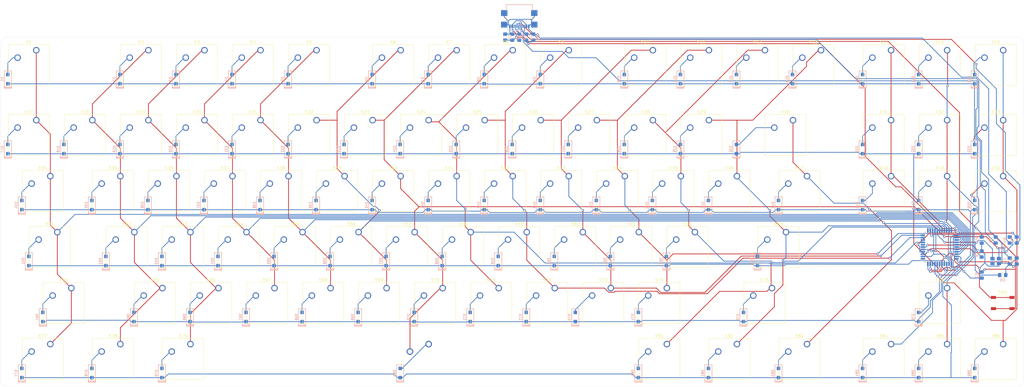
<source format=kicad_pcb>
(kicad_pcb (version 20171130) (host pcbnew "(5.1.6)-1")
  (layers (0 F.Cu signal) (31 B.Cu signal) (34 B.Paste user) (35 F.Paste user) (36 B.SilkS user) (37 F.SilkS user) (38 B.Mask user) (39 F.Mask user) (44 Edge.Cuts user))
  (net 0 "")
  (net 1 GND)
  (net 2 VCC)
  (net 3 "Net-(C7-Pad1)")
  (net 4 "Net-(C8-Pad2)")
  (net 5 "Net-(D1-Pad2)")
  (net 6 "Net-(D2-Pad2)")
  (net 7 "Net-(D3-Pad2)")
  (net 8 "Net-(D4-Pad2)")
  (net 9 "Net-(D5-Pad2)")
  (net 10 "Net-(D6-Pad2)")
  (net 11 "Net-(D7-Pad2)")
  (net 12 "Net-(D8-Pad2)")
  (net 13 "Net-(D9-Pad2)")
  (net 14 "Net-(D10-Pad2)")
  (net 15 "Net-(D11-Pad2)")
  (net 16 "Net-(D12-Pad2)")
  (net 17 "Net-(D13-Pad2)")
  (net 18 "Net-(D14-Pad2)")
  (net 19 "Net-(D15-Pad2)")
  (net 20 "Net-(D16-Pad2)")
  (net 21 "Net-(D17-Pad2)")
  (net 22 "Net-(D18-Pad2)")
  (net 23 "Net-(D19-Pad2)")
  (net 24 "Net-(D20-Pad2)")
  (net 25 "Net-(D21-Pad2)")
  (net 26 "Net-(D22-Pad2)")
  (net 27 "Net-(D23-Pad2)")
  (net 28 "Net-(D24-Pad2)")
  (net 29 "Net-(D25-Pad2)")
  (net 30 "Net-(D26-Pad2)")
  (net 31 "Net-(D27-Pad2)")
  (net 32 "Net-(D28-Pad2)")
  (net 33 "Net-(D29-Pad2)")
  (net 34 "Net-(D30-Pad2)")
  (net 35 "Net-(D31-Pad2)")
  (net 36 "Net-(D32-Pad2)")
  (net 37 "Net-(D33-Pad2)")
  (net 38 "Net-(D34-Pad2)")
  (net 39 "Net-(D35-Pad2)")
  (net 40 "Net-(D36-Pad2)")
  (net 41 "Net-(D37-Pad2)")
  (net 42 "Net-(D38-Pad2)")
  (net 43 "Net-(D39-Pad2)")
  (net 44 "Net-(D40-Pad2)")
  (net 45 "Net-(D41-Pad2)")
  (net 46 "Net-(D42-Pad2)")
  (net 47 "Net-(D43-Pad2)")
  (net 48 "Net-(D44-Pad2)")
  (net 49 "Net-(D45-Pad2)")
  (net 50 "Net-(D46-Pad2)")
  (net 51 "Net-(D47-Pad2)")
  (net 52 "Net-(D48-Pad2)")
  (net 53 "Net-(D49-Pad2)")
  (net 54 "Net-(D50-Pad2)")
  (net 55 "Net-(D51-Pad2)")
  (net 56 "Net-(D52-Pad2)")
  (net 57 "Net-(D53-Pad2)")
  (net 58 "Net-(D54-Pad2)")
  (net 59 "Net-(D55-Pad2)")
  (net 60 "Net-(D56-Pad2)")
  (net 61 "Net-(D57-Pad2)")
  (net 62 "Net-(D58-Pad2)")
  (net 63 "Net-(D59-Pad2)")
  (net 64 "Net-(D60-Pad2)")
  (net 65 "Net-(D61-Pad2)")
  (net 66 "Net-(D62-Pad2)")
  (net 67 "Net-(D63-Pad2)")
  (net 68 "Net-(D64-Pad2)")
  (net 69 "Net-(D65-Pad2)")
  (net 70 "Net-(D66-Pad2)")
  (net 71 "Net-(D67-Pad2)")
  (net 72 "Net-(D68-Pad2)")
  (net 73 "Net-(D69-Pad2)")
  (net 74 "Net-(D70-Pad2)")
  (net 75 "Net-(D71-Pad2)")
  (net 76 "Net-(D72-Pad2)")
  (net 77 "Net-(D73-Pad2)")
  (net 78 "Net-(D74-Pad2)")
  (net 79 "Net-(D75-Pad2)")
  (net 80 "Net-(D76-Pad2)")
  (net 81 "Net-(D77-Pad2)")
  (net 82 "Net-(D78-Pad2)")
  (net 83 "Net-(D79-Pad2)")
  (net 84 "Net-(D80-Pad2)")
  (net 85 "Net-(D81-Pad2)")
  (net 86 "Net-(D82-Pad2)")
  (net 87 "Net-(D83-Pad2)")
  (net 88 "Net-(D84-Pad2)")
  (net 89 "Net-(D85-Pad2)")
  (net 90 "Net-(D86-Pad2)")
  (net 91 "Net-(J1-PadA6)")
  (net 92 "Net-(J1-PadA8)")
  (net 93 "Net-(J1-PadA5)")
  (net 94 "Net-(J1-PadB5)")
  (net 95 "Net-(J1-PadB8)")
  (net 96 /col7)
  (net 97 /col9)
  (net 98 /col10)
  (net 99 /col11)
  (net 100 /col12)
  (net 101 /col13)
  (net 102 /col15)
  (net 103 /col16)
  (net 104 /col17)
  (net 105 /col14)
  (net 106 "Net-(R2-Pad1)")
  (net 107 "Net-(R4-Pad1)")
  (net 108 "Net-(R5-Pad1)")
  (net 109 "Net-(R6-Pad2)")
  (net 110 "Net-(U1-Pad42)")
  (net 111 /col8)
  (net 112 "Net-(U1-Pad7)")
  (net 113 "Net-(U1-Pad1)")
  (net 114 "Net-(C6-Pad1)")
  (net 115 /row0)
  (net 116 /row1)
  (net 117 /row2)
  (net 118 /row3)
  (net 119 /row4)
  (net 120 /row5)
  (net 121 /dn)
  (net 122 /col0)
  (net 123 /col1)
  (net 124 /col2)
  (net 125 /col3)
  (net 126 /col4)
  (net 127 /col5)
  (net 128 /col6)
  (module Resistor_SMD:R_0805_2012Metric_Pad1.15x1.40mm_HandSolder (layer B.Cu) (at 381 97.6312 270)
    (fp_text reference R5 (at 0 1.65 270) (layer B.SilkS) (effects (justify mirror)))
    (fp_text value 22)
    (pad 2 smd roundrect (at 1.025 0 270) (size 1.15 1.4) (layers B.Cu B.Paste B.Mask) (roundrect_rratio 0.217391) (net 91 "Net-(J1-PadA6)"))
    (pad 1 smd roundrect (at -1.025 0 270) (size 1.15 1.4) (layers B.Cu B.Paste B.Mask) (roundrect_rratio 0.217391) (net 108 "Net-(R5-Pad1)"))
  )
  (module keyboard_parts:OSCCC320X250X70-4N (layer B.Cu) (at 373.856 104.775)
    (fp_text reference X1 (at -0.750613 2.001624) (layer B.SilkS) (effects (font (size 0.394021 0.394021) (thickness 0.015)) (justify mirror)))
    (fp_text value XTAL_GND)
    (pad 2 smd rect (at 1.1 -0.8) (size 1.4 1.2) (layers B.Cu B.Paste B.Mask) (net 3 "Net-(C7-Pad1)"))
    (pad 1 smd rect (at -1.1 -0.8) (size 1.4 1.2) (layers B.Cu B.Paste B.Mask) (net 114 "Net-(C6-Pad1)"))
    (pad 3 smd rect (at 1.1 0.8) (size 1.4 1.2) (layers B.Cu B.Paste B.Mask) (net 1 GND))
    (pad 4 smd rect (at -1.1 0.8) (size 1.4 1.2) (layers B.Cu B.Paste B.Mask))
  )
  (module Package_QFP:TQFP-44_10x10mm_P0.8mm (layer B.Cu) (at 354.806 100.012)
    (fp_text reference U1 (at 0 7.45) (layer B.SilkS) (effects (justify mirror)))
    (fp_text value ATMEGA32U4)
    (pad 44 smd rect (at -4 5.7 270) (size 1.5 0.55) (layers B.Cu B.Paste B.Mask) (net 2 VCC))
    (pad 43 smd rect (at -3.2 5.7 270) (size 1.5 0.55) (layers B.Cu B.Paste B.Mask) (net 1 GND))
    (pad 42 smd rect (at -2.4 5.7 270) (size 1.5 0.55) (layers B.Cu B.Paste B.Mask) (net 110 "Net-(U1-Pad42)"))
    (pad 41 smd rect (at -1.6 5.7 270) (size 1.5 0.55) (layers B.Cu B.Paste B.Mask) (net 104 /col17))
    (pad 40 smd rect (at -0.8 5.7 270) (size 1.5 0.55) (layers B.Cu B.Paste B.Mask) (net 115 /row0))
    (pad 39 smd rect (at 0 5.7 270) (size 1.5 0.55) (layers B.Cu B.Paste B.Mask) (net 116 /row1))
    (pad 38 smd rect (at 0.8 5.7 270) (size 1.5 0.55) (layers B.Cu B.Paste B.Mask) (net 117 /row2))
    (pad 37 smd rect (at 1.6 5.7 270) (size 1.5 0.55) (layers B.Cu B.Paste B.Mask) (net 118 /row3))
    (pad 36 smd rect (at 2.4 5.7 270) (size 1.5 0.55) (layers B.Cu B.Paste B.Mask) (net 119 /row4))
    (pad 35 smd rect (at 3.2 5.7 270) (size 1.5 0.55) (layers B.Cu B.Paste B.Mask) (net 1 GND))
    (pad 34 smd rect (at 4 5.7 270) (size 1.5 0.55) (layers B.Cu B.Paste B.Mask) (net 2 VCC))
    (pad 33 smd rect (at 5.7 4) (size 1.5 0.55) (layers B.Cu B.Paste B.Mask) (net 109 "Net-(R6-Pad2)"))
    (pad 32 smd rect (at 5.7 3.2) (size 1.5 0.55) (layers B.Cu B.Paste B.Mask) (net 120 /row5))
    (pad 31 smd rect (at 5.7 2.4) (size 1.5 0.55) (layers B.Cu B.Paste B.Mask) (net 122 /col0))
    (pad 30 smd rect (at 5.7 1.6) (size 1.5 0.55) (layers B.Cu B.Paste B.Mask) (net 123 /col1))
    (pad 29 smd rect (at 5.7 0.8) (size 1.5 0.55) (layers B.Cu B.Paste B.Mask) (net 124 /col2))
    (pad 28 smd rect (at 5.7 0) (size 1.5 0.55) (layers B.Cu B.Paste B.Mask) (net 125 /col3))
    (pad 27 smd rect (at 5.7 -0.8) (size 1.5 0.55) (layers B.Cu B.Paste B.Mask) (net 126 /col4))
    (pad 26 smd rect (at 5.7 -1.6) (size 1.5 0.55) (layers B.Cu B.Paste B.Mask) (net 127 /col5))
    (pad 25 smd rect (at 5.7 -2.4) (size 1.5 0.55) (layers B.Cu B.Paste B.Mask) (net 128 /col6))
    (pad 24 smd rect (at 5.7 -3.2) (size 1.5 0.55) (layers B.Cu B.Paste B.Mask) (net 2 VCC))
    (pad 23 smd rect (at 5.7 -4) (size 1.5 0.55) (layers B.Cu B.Paste B.Mask) (net 1 GND))
    (pad 22 smd rect (at 4 -5.7 270) (size 1.5 0.55) (layers B.Cu B.Paste B.Mask) (net 103 /col16))
    (pad 21 smd rect (at 3.2 -5.7 270) (size 1.5 0.55) (layers B.Cu B.Paste B.Mask) (net 102 /col15))
    (pad 20 smd rect (at 2.4 -5.7 270) (size 1.5 0.55) (layers B.Cu B.Paste B.Mask) (net 105 /col14))
    (pad 19 smd rect (at 1.6 -5.7 270) (size 1.5 0.55) (layers B.Cu B.Paste B.Mask) (net 101 /col13))
    (pad 18 smd rect (at 0.8 -5.7 270) (size 1.5 0.55) (layers B.Cu B.Paste B.Mask) (net 100 /col12))
    (pad 17 smd rect (at 0 -5.7 270) (size 1.5 0.55) (layers B.Cu B.Paste B.Mask) (net 3 "Net-(C7-Pad1)"))
    (pad 16 smd rect (at -0.8 -5.7 270) (size 1.5 0.55) (layers B.Cu B.Paste B.Mask) (net 114 "Net-(C6-Pad1)"))
    (pad 15 smd rect (at -1.6 -5.7 270) (size 1.5 0.55) (layers B.Cu B.Paste B.Mask) (net 1 GND))
    (pad 14 smd rect (at -2.4 -5.7 270) (size 1.5 0.55) (layers B.Cu B.Paste B.Mask) (net 2 VCC))
    (pad 13 smd rect (at -3.2 -5.7 270) (size 1.5 0.55) (layers B.Cu B.Paste B.Mask) (net 106 "Net-(R2-Pad1)"))
    (pad 12 smd rect (at -4 -5.7 270) (size 1.5 0.55) (layers B.Cu B.Paste B.Mask) (net 99 /col11))
    (pad 11 smd rect (at -5.7 -4) (size 1.5 0.55) (layers B.Cu B.Paste B.Mask) (net 98 /col10))
    (pad 10 smd rect (at -5.7 -3.2) (size 1.5 0.55) (layers B.Cu B.Paste B.Mask) (net 97 /col9))
    (pad 9 smd rect (at -5.7 -2.4) (size 1.5 0.55) (layers B.Cu B.Paste B.Mask) (net 111 /col8))
    (pad 8 smd rect (at -5.7 -1.6) (size 1.5 0.55) (layers B.Cu B.Paste B.Mask) (net 96 /col7))
    (pad 7 smd rect (at -5.7 -0.8) (size 1.5 0.55) (layers B.Cu B.Paste B.Mask) (net 112 "Net-(U1-Pad7)"))
    (pad 6 smd rect (at -5.7 0) (size 1.5 0.55) (layers B.Cu B.Paste B.Mask) (net 4 "Net-(C8-Pad2)"))
    (pad 5 smd rect (at -5.7 0.8) (size 1.5 0.55) (layers B.Cu B.Paste B.Mask) (net 1 GND))
    (pad 4 smd rect (at -5.7 1.6) (size 1.5 0.55) (layers B.Cu B.Paste B.Mask) (net 108 "Net-(R5-Pad1)"))
    (pad 3 smd rect (at -5.7 2.4) (size 1.5 0.55) (layers B.Cu B.Paste B.Mask) (net 107 "Net-(R4-Pad1)"))
    (pad 2 smd rect (at -5.7 3.2) (size 1.5 0.55) (layers B.Cu B.Paste B.Mask) (net 2 VCC))
    (pad 1 smd rect (at -5.7 4) (size 1.5 0.55) (layers B.Cu B.Paste B.Mask) (net 113 "Net-(U1-Pad1)"))
  )
  (module Button_Switch_SMD:SW_SPST_TL3342 (layer F.Cu) (at 376.238 119.062)
    (fp_text reference SW1 (at 0 -3.75) (layer F.SilkS))
    (fp_text value SW_PUSH)
    (pad 2 smd rect (at 3.15 1.9) (size 1.7 1) (layers F.Cu F.Paste F.Mask) (net 106 "Net-(R2-Pad1)"))
    (pad 2 smd rect (at -3.15 1.9) (size 1.7 1) (layers F.Cu F.Paste F.Mask) (net 106 "Net-(R2-Pad1)"))
    (pad 1 smd rect (at 3.15 -1.9) (size 1.7 1) (layers F.Cu F.Paste F.Mask) (net 1 GND))
    (pad 1 smd rect (at -3.15 -1.9) (size 1.7 1) (layers F.Cu F.Paste F.Mask) (net 1 GND))
  )
  (module Resistor_SMD:R_0805_2012Metric_Pad1.15x1.40mm_HandSolder (layer B.Cu) (at 381 104.775 270)
    (fp_text reference R6 (at 0 1.65 270) (layer B.SilkS) (effects (justify mirror)))
    (fp_text value 10k)
    (pad 2 smd roundrect (at 1.025 0 270) (size 1.15 1.4) (layers B.Cu B.Paste B.Mask) (roundrect_rratio 0.217391) (net 109 "Net-(R6-Pad2)"))
    (pad 1 smd roundrect (at -1.025 0 270) (size 1.15 1.4) (layers B.Cu B.Paste B.Mask) (roundrect_rratio 0.217391) (net 1 GND))
  )
  (module Resistor_SMD:R_0805_2012Metric_Pad1.15x1.40mm_HandSolder (layer B.Cu) (at 378.619 97.6312 270)
    (fp_text reference R4 (at 0 1.65 270) (layer B.SilkS) (effects (justify mirror)))
    (fp_text value 22)
    (pad 2 smd roundrect (at 1.025 0 270) (size 1.15 1.4) (layers B.Cu B.Paste B.Mask) (roundrect_rratio 0.217391) (net 121 /dn))
    (pad 1 smd roundrect (at -1.025 0 270) (size 1.15 1.4) (layers B.Cu B.Paste B.Mask) (roundrect_rratio 0.217391) (net 107 "Net-(R4-Pad1)"))
  )
  (module Resistor_SMD:R_0805_2012Metric_Pad1.15x1.40mm_HandSolder (layer B.Cu) (at 373.856 97.6312 270)
    (fp_text reference R3 (at 0 1.65 270) (layer B.SilkS) (effects (justify mirror)))
    (fp_text value 5.1k)
    (pad 2 smd roundrect (at 1.025 0 270) (size 1.15 1.4) (layers B.Cu B.Paste B.Mask) (roundrect_rratio 0.217391) (net 94 "Net-(J1-PadB5)"))
    (pad 1 smd roundrect (at -1.025 0 270) (size 1.15 1.4) (layers B.Cu B.Paste B.Mask) (roundrect_rratio 0.217391) (net 1 GND))
  )
  (module Resistor_SMD:R_0805_2012Metric_Pad1.15x1.40mm_HandSolder (layer B.Cu) (at 369.094 109.538 270)
    (fp_text reference R2 (at 0 1.65 270) (layer B.SilkS) (effects (justify mirror)))
    (fp_text value 10k)
    (pad 2 smd roundrect (at 1.025 0 270) (size 1.15 1.4) (layers B.Cu B.Paste B.Mask) (roundrect_rratio 0.217391) (net 2 VCC))
    (pad 1 smd roundrect (at -1.025 0 270) (size 1.15 1.4) (layers B.Cu B.Paste B.Mask) (roundrect_rratio 0.217391) (net 106 "Net-(R2-Pad1)"))
  )
  (module Resistor_SMD:R_0805_2012Metric_Pad1.15x1.40mm_HandSolder (layer B.Cu) (at 369.094 97.6312 270)
    (fp_text reference R1 (at 0 1.65 270) (layer B.SilkS) (effects (justify mirror)))
    (fp_text value 5.1k)
    (pad 2 smd roundrect (at 1.025 0 270) (size 1.15 1.4) (layers B.Cu B.Paste B.Mask) (roundrect_rratio 0.217391) (net 1 GND))
    (pad 1 smd roundrect (at -1.025 0 270) (size 1.15 1.4) (layers B.Cu B.Paste B.Mask) (roundrect_rratio 0.217391) (net 93 "Net-(J1-PadA5)"))
  )
  (module Button_Switch_Keyboard:SW_Cherry_MX_1.00u_PCB (layer F.Cu) (at 376.396 133.032)
    (fp_text reference K86 (at -2.54 -2.794) (layer F.SilkS))
    (fp_text value KEYSW)
    (pad "" np_thru_hole circle (at 2.54 5.08) (size 1.7 1.7) (drill 1.7) (layers *.Cu *.Mask))
    (pad "" np_thru_hole circle (at -7.62 5.08) (size 1.7 1.7) (drill 1.7) (layers *.Cu *.Mask))
    (pad "" np_thru_hole circle (at -2.54 5.08) (size 4 4) (drill 4) (layers *.Cu *.Mask))
    (pad 2 thru_hole circle (at -6.35 2.54) (size 2.2 2.2) (drill 1.5) (layers *.Cu *.Mask) (net 90 "Net-(D86-Pad2)"))
    (pad 1 thru_hole circle (at 0 0) (size 2.2 2.2) (drill 1.5) (layers *.Cu *.Mask) (net 104 /col17))
  )
  (module Button_Switch_Keyboard:SW_Cherry_MX_1.00u_PCB (layer F.Cu) (at 357.346 133.032)
    (fp_text reference K85 (at -2.54 -2.794) (layer F.SilkS))
    (fp_text value KEYSW)
    (pad "" np_thru_hole circle (at 2.54 5.08) (size 1.7 1.7) (drill 1.7) (layers *.Cu *.Mask))
    (pad "" np_thru_hole circle (at -7.62 5.08) (size 1.7 1.7) (drill 1.7) (layers *.Cu *.Mask))
    (pad "" np_thru_hole circle (at -2.54 5.08) (size 4 4) (drill 4) (layers *.Cu *.Mask))
    (pad 2 thru_hole circle (at -6.35 2.54) (size 2.2 2.2) (drill 1.5) (layers *.Cu *.Mask) (net 89 "Net-(D85-Pad2)"))
    (pad 1 thru_hole circle (at 0 0) (size 2.2 2.2) (drill 1.5) (layers *.Cu *.Mask) (net 103 /col16))
  )
  (module Button_Switch_Keyboard:SW_Cherry_MX_1.00u_PCB (layer F.Cu) (at 338.296 133.032)
    (fp_text reference K84 (at -2.54 -2.794) (layer F.SilkS))
    (fp_text value KEYSW)
    (pad "" np_thru_hole circle (at 2.54 5.08) (size 1.7 1.7) (drill 1.7) (layers *.Cu *.Mask))
    (pad "" np_thru_hole circle (at -7.62 5.08) (size 1.7 1.7) (drill 1.7) (layers *.Cu *.Mask))
    (pad "" np_thru_hole circle (at -2.54 5.08) (size 4 4) (drill 4) (layers *.Cu *.Mask))
    (pad 2 thru_hole circle (at -6.35 2.54) (size 2.2 2.2) (drill 1.5) (layers *.Cu *.Mask) (net 88 "Net-(D84-Pad2)"))
    (pad 1 thru_hole circle (at 0 0) (size 2.2 2.2) (drill 1.5) (layers *.Cu *.Mask) (net 102 /col15))
  )
  (module Button_Switch_Keyboard:SW_Cherry_MX_1.50u_PCB (layer F.Cu) (at 309.721 133.032)
    (fp_text reference K83 (at -2.54 -2.794) (layer F.SilkS))
    (fp_text value KEYSW)
    (pad "" np_thru_hole circle (at 2.54 5.08) (size 1.7 1.7) (drill 1.7) (layers *.Cu *.Mask))
    (pad "" np_thru_hole circle (at -7.62 5.08) (size 1.7 1.7) (drill 1.7) (layers *.Cu *.Mask))
    (pad "" np_thru_hole circle (at -2.54 5.08) (size 4 4) (drill 4) (layers *.Cu *.Mask))
    (pad 2 thru_hole circle (at -6.35 2.54) (size 2.2 2.2) (drill 1.5) (layers *.Cu *.Mask) (net 87 "Net-(D83-Pad2)"))
    (pad 1 thru_hole circle (at 0 0) (size 2.2 2.2) (drill 1.5) (layers *.Cu *.Mask) (net 105 /col14))
  )
  (module Button_Switch_Keyboard:SW_Cherry_MX_1.00u_PCB (layer F.Cu) (at 285.909 133.032)
    (fp_text reference K82 (at -2.54 -2.794) (layer F.SilkS))
    (fp_text value KEYSW)
    (pad "" np_thru_hole circle (at 2.54 5.08) (size 1.7 1.7) (drill 1.7) (layers *.Cu *.Mask))
    (pad "" np_thru_hole circle (at -7.62 5.08) (size 1.7 1.7) (drill 1.7) (layers *.Cu *.Mask))
    (pad "" np_thru_hole circle (at -2.54 5.08) (size 4 4) (drill 4) (layers *.Cu *.Mask))
    (pad 2 thru_hole circle (at -6.35 2.54) (size 2.2 2.2) (drill 1.5) (layers *.Cu *.Mask) (net 86 "Net-(D82-Pad2)"))
    (pad 1 thru_hole circle (at 0 0) (size 2.2 2.2) (drill 1.5) (layers *.Cu *.Mask) (net 101 /col13))
  )
  (module Button_Switch_Keyboard:SW_Cherry_MX_1.50u_PCB (layer F.Cu) (at 262.096 133.032)
    (fp_text reference K81 (at -2.54 -2.794) (layer F.SilkS))
    (fp_text value KEYSW)
    (pad "" np_thru_hole circle (at 2.54 5.08) (size 1.7 1.7) (drill 1.7) (layers *.Cu *.Mask))
    (pad "" np_thru_hole circle (at -7.62 5.08) (size 1.7 1.7) (drill 1.7) (layers *.Cu *.Mask))
    (pad "" np_thru_hole circle (at -2.54 5.08) (size 4 4) (drill 4) (layers *.Cu *.Mask))
    (pad 2 thru_hole circle (at -6.35 2.54) (size 2.2 2.2) (drill 1.5) (layers *.Cu *.Mask) (net 85 "Net-(D81-Pad2)"))
    (pad 1 thru_hole circle (at 0 0) (size 2.2 2.2) (drill 1.5) (layers *.Cu *.Mask) (net 100 /col12))
  )
  (module MX_Only:MXOnly-7U-ReversedStabilizers-NoLED (layer F.Cu) (at 178.594 138.112)
    (fp_text reference K80)
    (fp_text value KEYSW)
    (pad 2 thru_hole circle (at 2.54 -5.08) (size 2.25 2.25) (drill 1.47) (layers *.Cu B.Mask) (net 84 "Net-(D80-Pad2)"))
    (pad "" np_thru_hole circle (at 0 0) (size 3.9878 3.9878) (drill 3.9878) (layers *.Cu *.Mask))
    (pad 1 thru_hole circle (at -3.81 -2.54) (size 2.25 2.25) (drill 1.47) (layers *.Cu B.Mask) (net 128 /col6))
    (pad "" np_thru_hole circle (at -5.08 0 48.0996) (size 1.75 1.75) (drill 1.75) (layers *.Cu *.Mask))
    (pad "" np_thru_hole circle (at 5.08 0 48.0996) (size 1.75 1.75) (drill 1.75) (layers *.Cu *.Mask))
    (pad "" np_thru_hole circle (at -57.15 6.985) (size 3.048 3.048) (drill 3.048) (layers *.Cu *.Mask))
    (pad "" np_thru_hole circle (at 57.15 6.985) (size 3.048 3.048) (drill 3.048) (layers *.Cu *.Mask))
    (pad "" np_thru_hole circle (at -57.15 -8.255) (size 3.9878 3.9878) (drill 3.9878) (layers *.Cu *.Mask))
    (pad "" np_thru_hole circle (at 57.15 -8.255) (size 3.9878 3.9878) (drill 3.9878) (layers *.Cu *.Mask))
  )
  (module Button_Switch_Keyboard:SW_Cherry_MX_1.50u_PCB (layer F.Cu) (at 100.171 133.032)
    (fp_text reference K79 (at -2.54 -2.794) (layer F.SilkS))
    (fp_text value KEYSW)
    (pad "" np_thru_hole circle (at 2.54 5.08) (size 1.7 1.7) (drill 1.7) (layers *.Cu *.Mask))
    (pad "" np_thru_hole circle (at -7.62 5.08) (size 1.7 1.7) (drill 1.7) (layers *.Cu *.Mask))
    (pad "" np_thru_hole circle (at -2.54 5.08) (size 4 4) (drill 4) (layers *.Cu *.Mask))
    (pad 2 thru_hole circle (at -6.35 2.54) (size 2.2 2.2) (drill 1.5) (layers *.Cu *.Mask) (net 83 "Net-(D79-Pad2)"))
    (pad 1 thru_hole circle (at 0 0) (size 2.2 2.2) (drill 1.5) (layers *.Cu *.Mask) (net 124 /col2))
  )
  (module Button_Switch_Keyboard:SW_Cherry_MX_1.00u_PCB (layer F.Cu) (at 76.3588 133.032)
    (fp_text reference K78 (at -2.54 -2.794) (layer F.SilkS))
    (fp_text value KEYSW)
    (pad "" np_thru_hole circle (at 2.54 5.08) (size 1.7 1.7) (drill 1.7) (layers *.Cu *.Mask))
    (pad "" np_thru_hole circle (at -7.62 5.08) (size 1.7 1.7) (drill 1.7) (layers *.Cu *.Mask))
    (pad "" np_thru_hole circle (at -2.54 5.08) (size 4 4) (drill 4) (layers *.Cu *.Mask))
    (pad 2 thru_hole circle (at -6.35 2.54) (size 2.2 2.2) (drill 1.5) (layers *.Cu *.Mask) (net 82 "Net-(D78-Pad2)"))
    (pad 1 thru_hole circle (at 0 0) (size 2.2 2.2) (drill 1.5) (layers *.Cu *.Mask) (net 123 /col1))
  )
  (module Button_Switch_Keyboard:SW_Cherry_MX_1.50u_PCB (layer F.Cu) (at 52.5462 133.032)
    (fp_text reference K77 (at -2.54 -2.794) (layer F.SilkS))
    (fp_text value KEYSW)
    (pad "" np_thru_hole circle (at 2.54 5.08) (size 1.7 1.7) (drill 1.7) (layers *.Cu *.Mask))
    (pad "" np_thru_hole circle (at -7.62 5.08) (size 1.7 1.7) (drill 1.7) (layers *.Cu *.Mask))
    (pad "" np_thru_hole circle (at -2.54 5.08) (size 4 4) (drill 4) (layers *.Cu *.Mask))
    (pad 2 thru_hole circle (at -6.35 2.54) (size 2.2 2.2) (drill 1.5) (layers *.Cu *.Mask) (net 81 "Net-(D77-Pad2)"))
    (pad 1 thru_hole circle (at 0 0) (size 2.2 2.2) (drill 1.5) (layers *.Cu *.Mask) (net 122 /col0))
  )
  (module Button_Switch_Keyboard:SW_Cherry_MX_1.00u_PCB (layer F.Cu) (at 357.346 113.982)
    (fp_text reference K76 (at -2.54 -2.794) (layer F.SilkS))
    (fp_text value KEYSW)
    (pad "" np_thru_hole circle (at 2.54 5.08) (size 1.7 1.7) (drill 1.7) (layers *.Cu *.Mask))
    (pad "" np_thru_hole circle (at -7.62 5.08) (size 1.7 1.7) (drill 1.7) (layers *.Cu *.Mask))
    (pad "" np_thru_hole circle (at -2.54 5.08) (size 4 4) (drill 4) (layers *.Cu *.Mask))
    (pad 2 thru_hole circle (at -6.35 2.54) (size 2.2 2.2) (drill 1.5) (layers *.Cu *.Mask) (net 80 "Net-(D76-Pad2)"))
    (pad 1 thru_hole circle (at 0 0) (size 2.2 2.2) (drill 1.5) (layers *.Cu *.Mask) (net 103 /col16))
  )
  (module Button_Switch_Keyboard:SW_Cherry_MX_2.75u_PCB (layer F.Cu) (at 297.815 113.982)
    (fp_text reference K75 (at -2.54 -2.794) (layer F.SilkS))
    (fp_text value KEYSW)
    (pad "" np_thru_hole circle (at 9.36 -1.92) (size 3.05 3.05) (drill 3.05) (layers *.Cu *.Mask))
    (pad "" np_thru_hole circle (at -14.44 -1.92) (size 3.05 3.05) (drill 3.05) (layers *.Cu *.Mask))
    (pad "" np_thru_hole circle (at -14.44 13.32) (size 4 4) (drill 4) (layers *.Cu *.Mask))
    (pad "" np_thru_hole circle (at 9.36 13.32) (size 4 4) (drill 4) (layers *.Cu *.Mask))
    (pad "" np_thru_hole circle (at 2.54 5.08) (size 1.7 1.7) (drill 1.7) (layers *.Cu *.Mask))
    (pad "" np_thru_hole circle (at -7.62 5.08) (size 1.7 1.7) (drill 1.7) (layers *.Cu *.Mask))
    (pad "" np_thru_hole circle (at -2.54 5.08) (size 4 4) (drill 4) (layers *.Cu *.Mask))
    (pad 2 thru_hole circle (at -6.35 2.54) (size 2.2 2.2) (drill 1.5) (layers *.Cu *.Mask) (net 79 "Net-(D75-Pad2)"))
    (pad 1 thru_hole circle (at 0 0) (size 2.2 2.2) (drill 1.5) (layers *.Cu *.Mask) (net 100 /col12))
  )
  (module Button_Switch_Keyboard:SW_Cherry_MX_1.00u_PCB (layer F.Cu) (at 262.096 113.982)
    (fp_text reference K74 (at -2.54 -2.794) (layer F.SilkS))
    (fp_text value KEYSW)
    (pad "" np_thru_hole circle (at 2.54 5.08) (size 1.7 1.7) (drill 1.7) (layers *.Cu *.Mask))
    (pad "" np_thru_hole circle (at -7.62 5.08) (size 1.7 1.7) (drill 1.7) (layers *.Cu *.Mask))
    (pad "" np_thru_hole circle (at -2.54 5.08) (size 4 4) (drill 4) (layers *.Cu *.Mask))
    (pad 2 thru_hole circle (at -6.35 2.54) (size 2.2 2.2) (drill 1.5) (layers *.Cu *.Mask) (net 78 "Net-(D74-Pad2)"))
    (pad 1 thru_hole circle (at 0 0) (size 2.2 2.2) (drill 1.5) (layers *.Cu *.Mask) (net 99 /col11))
  )
  (module Button_Switch_Keyboard:SW_Cherry_MX_1.00u_PCB (layer F.Cu) (at 243.046 113.982)
    (fp_text reference K73 (at -2.54 -2.794) (layer F.SilkS))
    (fp_text value KEYSW)
    (pad "" np_thru_hole circle (at 2.54 5.08) (size 1.7 1.7) (drill 1.7) (layers *.Cu *.Mask))
    (pad "" np_thru_hole circle (at -7.62 5.08) (size 1.7 1.7) (drill 1.7) (layers *.Cu *.Mask))
    (pad "" np_thru_hole circle (at -2.54 5.08) (size 4 4) (drill 4) (layers *.Cu *.Mask))
    (pad 2 thru_hole circle (at -6.35 2.54) (size 2.2 2.2) (drill 1.5) (layers *.Cu *.Mask) (net 77 "Net-(D73-Pad2)"))
    (pad 1 thru_hole circle (at 0 0) (size 2.2 2.2) (drill 1.5) (layers *.Cu *.Mask) (net 98 /col10))
  )
  (module Button_Switch_Keyboard:SW_Cherry_MX_1.00u_PCB (layer F.Cu) (at 223.996 113.982)
    (fp_text reference K72 (at -2.54 -2.794) (layer F.SilkS))
    (fp_text value KEYSW)
    (pad "" np_thru_hole circle (at 2.54 5.08) (size 1.7 1.7) (drill 1.7) (layers *.Cu *.Mask))
    (pad "" np_thru_hole circle (at -7.62 5.08) (size 1.7 1.7) (drill 1.7) (layers *.Cu *.Mask))
    (pad "" np_thru_hole circle (at -2.54 5.08) (size 4 4) (drill 4) (layers *.Cu *.Mask))
    (pad 2 thru_hole circle (at -6.35 2.54) (size 2.2 2.2) (drill 1.5) (layers *.Cu *.Mask) (net 76 "Net-(D72-Pad2)"))
    (pad 1 thru_hole circle (at 0 0) (size 2.2 2.2) (drill 1.5) (layers *.Cu *.Mask) (net 97 /col9))
  )
  (module Button_Switch_Keyboard:SW_Cherry_MX_1.00u_PCB (layer F.Cu) (at 204.946 113.982)
    (fp_text reference K71 (at -2.54 -2.794) (layer F.SilkS))
    (fp_text value KEYSW)
    (pad "" np_thru_hole circle (at 2.54 5.08) (size 1.7 1.7) (drill 1.7) (layers *.Cu *.Mask))
    (pad "" np_thru_hole circle (at -7.62 5.08) (size 1.7 1.7) (drill 1.7) (layers *.Cu *.Mask))
    (pad "" np_thru_hole circle (at -2.54 5.08) (size 4 4) (drill 4) (layers *.Cu *.Mask))
    (pad 2 thru_hole circle (at -6.35 2.54) (size 2.2 2.2) (drill 1.5) (layers *.Cu *.Mask) (net 75 "Net-(D71-Pad2)"))
    (pad 1 thru_hole circle (at 0 0) (size 2.2 2.2) (drill 1.5) (layers *.Cu *.Mask) (net 96 /col7))
  )
  (module Button_Switch_Keyboard:SW_Cherry_MX_1.00u_PCB (layer F.Cu) (at 185.896 113.982)
    (fp_text reference K70 (at -2.54 -2.794) (layer F.SilkS))
    (fp_text value KEYSW)
    (pad "" np_thru_hole circle (at 2.54 5.08) (size 1.7 1.7) (drill 1.7) (layers *.Cu *.Mask))
    (pad "" np_thru_hole circle (at -7.62 5.08) (size 1.7 1.7) (drill 1.7) (layers *.Cu *.Mask))
    (pad "" np_thru_hole circle (at -2.54 5.08) (size 4 4) (drill 4) (layers *.Cu *.Mask))
    (pad 2 thru_hole circle (at -6.35 2.54) (size 2.2 2.2) (drill 1.5) (layers *.Cu *.Mask) (net 74 "Net-(D70-Pad2)"))
    (pad 1 thru_hole circle (at 0 0) (size 2.2 2.2) (drill 1.5) (layers *.Cu *.Mask) (net 128 /col6))
  )
  (module Button_Switch_Keyboard:SW_Cherry_MX_1.00u_PCB (layer F.Cu) (at 166.846 113.982)
    (fp_text reference K69 (at -2.54 -2.794) (layer F.SilkS))
    (fp_text value KEYSW)
    (pad "" np_thru_hole circle (at 2.54 5.08) (size 1.7 1.7) (drill 1.7) (layers *.Cu *.Mask))
    (pad "" np_thru_hole circle (at -7.62 5.08) (size 1.7 1.7) (drill 1.7) (layers *.Cu *.Mask))
    (pad "" np_thru_hole circle (at -2.54 5.08) (size 4 4) (drill 4) (layers *.Cu *.Mask))
    (pad 2 thru_hole circle (at -6.35 2.54) (size 2.2 2.2) (drill 1.5) (layers *.Cu *.Mask) (net 73 "Net-(D69-Pad2)"))
    (pad 1 thru_hole circle (at 0 0) (size 2.2 2.2) (drill 1.5) (layers *.Cu *.Mask) (net 127 /col5))
  )
  (module Button_Switch_Keyboard:SW_Cherry_MX_1.00u_PCB (layer F.Cu) (at 147.796 113.982)
    (fp_text reference K68 (at -2.54 -2.794) (layer F.SilkS))
    (fp_text value KEYSW)
    (pad "" np_thru_hole circle (at 2.54 5.08) (size 1.7 1.7) (drill 1.7) (layers *.Cu *.Mask))
    (pad "" np_thru_hole circle (at -7.62 5.08) (size 1.7 1.7) (drill 1.7) (layers *.Cu *.Mask))
    (pad "" np_thru_hole circle (at -2.54 5.08) (size 4 4) (drill 4) (layers *.Cu *.Mask))
    (pad 2 thru_hole circle (at -6.35 2.54) (size 2.2 2.2) (drill 1.5) (layers *.Cu *.Mask) (net 72 "Net-(D68-Pad2)"))
    (pad 1 thru_hole circle (at 0 0) (size 2.2 2.2) (drill 1.5) (layers *.Cu *.Mask) (net 126 /col4))
  )
  (module Button_Switch_Keyboard:SW_Cherry_MX_1.00u_PCB (layer F.Cu) (at 128.746 113.982)
    (fp_text reference K67 (at -2.54 -2.794) (layer F.SilkS))
    (fp_text value KEYSW)
    (pad "" np_thru_hole circle (at 2.54 5.08) (size 1.7 1.7) (drill 1.7) (layers *.Cu *.Mask))
    (pad "" np_thru_hole circle (at -7.62 5.08) (size 1.7 1.7) (drill 1.7) (layers *.Cu *.Mask))
    (pad "" np_thru_hole circle (at -2.54 5.08) (size 4 4) (drill 4) (layers *.Cu *.Mask))
    (pad 2 thru_hole circle (at -6.35 2.54) (size 2.2 2.2) (drill 1.5) (layers *.Cu *.Mask) (net 71 "Net-(D67-Pad2)"))
    (pad 1 thru_hole circle (at 0 0) (size 2.2 2.2) (drill 1.5) (layers *.Cu *.Mask) (net 125 /col3))
  )
  (module Button_Switch_Keyboard:SW_Cherry_MX_1.00u_PCB (layer F.Cu) (at 109.696 113.982)
    (fp_text reference K66 (at -2.54 -2.794) (layer F.SilkS))
    (fp_text value KEYSW)
    (pad "" np_thru_hole circle (at 2.54 5.08) (size 1.7 1.7) (drill 1.7) (layers *.Cu *.Mask))
    (pad "" np_thru_hole circle (at -7.62 5.08) (size 1.7 1.7) (drill 1.7) (layers *.Cu *.Mask))
    (pad "" np_thru_hole circle (at -2.54 5.08) (size 4 4) (drill 4) (layers *.Cu *.Mask))
    (pad 2 thru_hole circle (at -6.35 2.54) (size 2.2 2.2) (drill 1.5) (layers *.Cu *.Mask) (net 70 "Net-(D66-Pad2)"))
    (pad 1 thru_hole circle (at 0 0) (size 2.2 2.2) (drill 1.5) (layers *.Cu *.Mask) (net 124 /col2))
  )
  (module Button_Switch_Keyboard:SW_Cherry_MX_1.00u_PCB (layer F.Cu) (at 90.6462 113.982)
    (fp_text reference K65 (at -2.54 -2.794) (layer F.SilkS))
    (fp_text value KEYSW)
    (pad "" np_thru_hole circle (at 2.54 5.08) (size 1.7 1.7) (drill 1.7) (layers *.Cu *.Mask))
    (pad "" np_thru_hole circle (at -7.62 5.08) (size 1.7 1.7) (drill 1.7) (layers *.Cu *.Mask))
    (pad "" np_thru_hole circle (at -2.54 5.08) (size 4 4) (drill 4) (layers *.Cu *.Mask))
    (pad 2 thru_hole circle (at -6.35 2.54) (size 2.2 2.2) (drill 1.5) (layers *.Cu *.Mask) (net 69 "Net-(D65-Pad2)"))
    (pad 1 thru_hole circle (at 0 0) (size 2.2 2.2) (drill 1.5) (layers *.Cu *.Mask) (net 123 /col1))
  )
  (module Button_Switch_Keyboard:SW_Cherry_MX_2.25u_PCB (layer F.Cu) (at 59.69 113.982)
    (fp_text reference K64 (at -2.54 -2.794) (layer F.SilkS))
    (fp_text value KEYSW)
    (pad "" np_thru_hole circle (at 9.36 -1.92) (size 3.05 3.05) (drill 3.05) (layers *.Cu *.Mask))
    (pad "" np_thru_hole circle (at -14.44 -1.92) (size 3.05 3.05) (drill 3.05) (layers *.Cu *.Mask))
    (pad "" np_thru_hole circle (at -14.44 13.32) (size 4 4) (drill 4) (layers *.Cu *.Mask))
    (pad "" np_thru_hole circle (at 9.36 13.32) (size 4 4) (drill 4) (layers *.Cu *.Mask))
    (pad "" np_thru_hole circle (at 2.54 5.08) (size 1.7 1.7) (drill 1.7) (layers *.Cu *.Mask))
    (pad "" np_thru_hole circle (at -7.62 5.08) (size 1.7 1.7) (drill 1.7) (layers *.Cu *.Mask))
    (pad "" np_thru_hole circle (at -2.54 5.08) (size 4 4) (drill 4) (layers *.Cu *.Mask))
    (pad 2 thru_hole circle (at -6.35 2.54) (size 2.2 2.2) (drill 1.5) (layers *.Cu *.Mask) (net 68 "Net-(D64-Pad2)"))
    (pad 1 thru_hole circle (at 0 0) (size 2.2 2.2) (drill 1.5) (layers *.Cu *.Mask) (net 122 /col0))
  )
  (module Button_Switch_Keyboard:SW_Cherry_MX_2.25u_PCB (layer F.Cu) (at 302.578 94.9325)
    (fp_text reference K63 (at -2.54 -2.794) (layer F.SilkS))
    (fp_text value KEYSW)
    (pad "" np_thru_hole circle (at 9.36 -1.92) (size 3.05 3.05) (drill 3.05) (layers *.Cu *.Mask))
    (pad "" np_thru_hole circle (at -14.44 -1.92) (size 3.05 3.05) (drill 3.05) (layers *.Cu *.Mask))
    (pad "" np_thru_hole circle (at -14.44 13.32) (size 4 4) (drill 4) (layers *.Cu *.Mask))
    (pad "" np_thru_hole circle (at 9.36 13.32) (size 4 4) (drill 4) (layers *.Cu *.Mask))
    (pad "" np_thru_hole circle (at 2.54 5.08) (size 1.7 1.7) (drill 1.7) (layers *.Cu *.Mask))
    (pad "" np_thru_hole circle (at -7.62 5.08) (size 1.7 1.7) (drill 1.7) (layers *.Cu *.Mask))
    (pad "" np_thru_hole circle (at -2.54 5.08) (size 4 4) (drill 4) (layers *.Cu *.Mask))
    (pad 2 thru_hole circle (at -6.35 2.54) (size 2.2 2.2) (drill 1.5) (layers *.Cu *.Mask) (net 67 "Net-(D63-Pad2)"))
    (pad 1 thru_hole circle (at 0 0) (size 2.2 2.2) (drill 1.5) (layers *.Cu *.Mask) (net 101 /col13))
  )
  (module Button_Switch_Keyboard:SW_Cherry_MX_1.00u_PCB (layer F.Cu) (at 271.621 94.9325)
    (fp_text reference K62 (at -2.54 -2.794) (layer F.SilkS))
    (fp_text value KEYSW)
    (pad "" np_thru_hole circle (at 2.54 5.08) (size 1.7 1.7) (drill 1.7) (layers *.Cu *.Mask))
    (pad "" np_thru_hole circle (at -7.62 5.08) (size 1.7 1.7) (drill 1.7) (layers *.Cu *.Mask))
    (pad "" np_thru_hole circle (at -2.54 5.08) (size 4 4) (drill 4) (layers *.Cu *.Mask))
    (pad 2 thru_hole circle (at -6.35 2.54) (size 2.2 2.2) (drill 1.5) (layers *.Cu *.Mask) (net 66 "Net-(D62-Pad2)"))
    (pad 1 thru_hole circle (at 0 0) (size 2.2 2.2) (drill 1.5) (layers *.Cu *.Mask) (net 100 /col12))
  )
  (module Button_Switch_Keyboard:SW_Cherry_MX_1.00u_PCB (layer F.Cu) (at 252.571 94.9325)
    (fp_text reference K61 (at -2.54 -2.794) (layer F.SilkS))
    (fp_text value KEYSW)
    (pad "" np_thru_hole circle (at 2.54 5.08) (size 1.7 1.7) (drill 1.7) (layers *.Cu *.Mask))
    (pad "" np_thru_hole circle (at -7.62 5.08) (size 1.7 1.7) (drill 1.7) (layers *.Cu *.Mask))
    (pad "" np_thru_hole circle (at -2.54 5.08) (size 4 4) (drill 4) (layers *.Cu *.Mask))
    (pad 2 thru_hole circle (at -6.35 2.54) (size 2.2 2.2) (drill 1.5) (layers *.Cu *.Mask) (net 65 "Net-(D61-Pad2)"))
    (pad 1 thru_hole circle (at 0 0) (size 2.2 2.2) (drill 1.5) (layers *.Cu *.Mask) (net 99 /col11))
  )
  (module Button_Switch_Keyboard:SW_Cherry_MX_1.00u_PCB (layer F.Cu) (at 233.521 94.9325)
    (fp_text reference K60 (at -2.54 -2.794) (layer F.SilkS))
    (fp_text value KEYSW)
    (pad "" np_thru_hole circle (at 2.54 5.08) (size 1.7 1.7) (drill 1.7) (layers *.Cu *.Mask))
    (pad "" np_thru_hole circle (at -7.62 5.08) (size 1.7 1.7) (drill 1.7) (layers *.Cu *.Mask))
    (pad "" np_thru_hole circle (at -2.54 5.08) (size 4 4) (drill 4) (layers *.Cu *.Mask))
    (pad 2 thru_hole circle (at -6.35 2.54) (size 2.2 2.2) (drill 1.5) (layers *.Cu *.Mask) (net 64 "Net-(D60-Pad2)"))
    (pad 1 thru_hole circle (at 0 0) (size 2.2 2.2) (drill 1.5) (layers *.Cu *.Mask) (net 98 /col10))
  )
  (module Button_Switch_Keyboard:SW_Cherry_MX_1.00u_PCB (layer F.Cu) (at 214.471 94.9325)
    (fp_text reference K59 (at -2.54 -2.794) (layer F.SilkS))
    (fp_text value KEYSW)
    (pad "" np_thru_hole circle (at 2.54 5.08) (size 1.7 1.7) (drill 1.7) (layers *.Cu *.Mask))
    (pad "" np_thru_hole circle (at -7.62 5.08) (size 1.7 1.7) (drill 1.7) (layers *.Cu *.Mask))
    (pad "" np_thru_hole circle (at -2.54 5.08) (size 4 4) (drill 4) (layers *.Cu *.Mask))
    (pad 2 thru_hole circle (at -6.35 2.54) (size 2.2 2.2) (drill 1.5) (layers *.Cu *.Mask) (net 63 "Net-(D59-Pad2)"))
    (pad 1 thru_hole circle (at 0 0) (size 2.2 2.2) (drill 1.5) (layers *.Cu *.Mask) (net 97 /col9))
  )
  (module Button_Switch_Keyboard:SW_Cherry_MX_1.00u_PCB (layer F.Cu) (at 195.421 94.9325)
    (fp_text reference K58 (at -2.54 -2.794) (layer F.SilkS))
    (fp_text value KEYSW)
    (pad "" np_thru_hole circle (at 2.54 5.08) (size 1.7 1.7) (drill 1.7) (layers *.Cu *.Mask))
    (pad "" np_thru_hole circle (at -7.62 5.08) (size 1.7 1.7) (drill 1.7) (layers *.Cu *.Mask))
    (pad "" np_thru_hole circle (at -2.54 5.08) (size 4 4) (drill 4) (layers *.Cu *.Mask))
    (pad 2 thru_hole circle (at -6.35 2.54) (size 2.2 2.2) (drill 1.5) (layers *.Cu *.Mask) (net 62 "Net-(D58-Pad2)"))
    (pad 1 thru_hole circle (at 0 0) (size 2.2 2.2) (drill 1.5) (layers *.Cu *.Mask) (net 96 /col7))
  )
  (module Button_Switch_Keyboard:SW_Cherry_MX_1.00u_PCB (layer F.Cu) (at 176.371 94.9325)
    (fp_text reference K57 (at -2.54 -2.794) (layer F.SilkS))
    (fp_text value KEYSW)
    (pad "" np_thru_hole circle (at 2.54 5.08) (size 1.7 1.7) (drill 1.7) (layers *.Cu *.Mask))
    (pad "" np_thru_hole circle (at -7.62 5.08) (size 1.7 1.7) (drill 1.7) (layers *.Cu *.Mask))
    (pad "" np_thru_hole circle (at -2.54 5.08) (size 4 4) (drill 4) (layers *.Cu *.Mask))
    (pad 2 thru_hole circle (at -6.35 2.54) (size 2.2 2.2) (drill 1.5) (layers *.Cu *.Mask) (net 61 "Net-(D57-Pad2)"))
    (pad 1 thru_hole circle (at 0 0) (size 2.2 2.2) (drill 1.5) (layers *.Cu *.Mask) (net 128 /col6))
  )
  (module Button_Switch_Keyboard:SW_Cherry_MX_1.00u_PCB (layer F.Cu) (at 157.321 94.9325)
    (fp_text reference K56 (at -2.54 -2.794) (layer F.SilkS))
    (fp_text value KEYSW)
    (pad "" np_thru_hole circle (at 2.54 5.08) (size 1.7 1.7) (drill 1.7) (layers *.Cu *.Mask))
    (pad "" np_thru_hole circle (at -7.62 5.08) (size 1.7 1.7) (drill 1.7) (layers *.Cu *.Mask))
    (pad "" np_thru_hole circle (at -2.54 5.08) (size 4 4) (drill 4) (layers *.Cu *.Mask))
    (pad 2 thru_hole circle (at -6.35 2.54) (size 2.2 2.2) (drill 1.5) (layers *.Cu *.Mask) (net 60 "Net-(D56-Pad2)"))
    (pad 1 thru_hole circle (at 0 0) (size 2.2 2.2) (drill 1.5) (layers *.Cu *.Mask) (net 127 /col5))
  )
  (module Button_Switch_Keyboard:SW_Cherry_MX_1.00u_PCB (layer F.Cu) (at 138.271 94.9325)
    (fp_text reference K55 (at -2.54 -2.794) (layer F.SilkS))
    (fp_text value KEYSW)
    (pad "" np_thru_hole circle (at 2.54 5.08) (size 1.7 1.7) (drill 1.7) (layers *.Cu *.Mask))
    (pad "" np_thru_hole circle (at -7.62 5.08) (size 1.7 1.7) (drill 1.7) (layers *.Cu *.Mask))
    (pad "" np_thru_hole circle (at -2.54 5.08) (size 4 4) (drill 4) (layers *.Cu *.Mask))
    (pad 2 thru_hole circle (at -6.35 2.54) (size 2.2 2.2) (drill 1.5) (layers *.Cu *.Mask) (net 59 "Net-(D55-Pad2)"))
    (pad 1 thru_hole circle (at 0 0) (size 2.2 2.2) (drill 1.5) (layers *.Cu *.Mask) (net 126 /col4))
  )
  (module Button_Switch_Keyboard:SW_Cherry_MX_1.00u_PCB (layer F.Cu) (at 119.221 94.9325)
    (fp_text reference K54 (at -2.54 -2.794) (layer F.SilkS))
    (fp_text value KEYSW)
    (pad "" np_thru_hole circle (at 2.54 5.08) (size 1.7 1.7) (drill 1.7) (layers *.Cu *.Mask))
    (pad "" np_thru_hole circle (at -7.62 5.08) (size 1.7 1.7) (drill 1.7) (layers *.Cu *.Mask))
    (pad "" np_thru_hole circle (at -2.54 5.08) (size 4 4) (drill 4) (layers *.Cu *.Mask))
    (pad 2 thru_hole circle (at -6.35 2.54) (size 2.2 2.2) (drill 1.5) (layers *.Cu *.Mask) (net 58 "Net-(D54-Pad2)"))
    (pad 1 thru_hole circle (at 0 0) (size 2.2 2.2) (drill 1.5) (layers *.Cu *.Mask) (net 125 /col3))
  )
  (module Button_Switch_Keyboard:SW_Cherry_MX_1.00u_PCB (layer F.Cu) (at 100.171 94.9325)
    (fp_text reference K53 (at -2.54 -2.794) (layer F.SilkS))
    (fp_text value KEYSW)
    (pad "" np_thru_hole circle (at 2.54 5.08) (size 1.7 1.7) (drill 1.7) (layers *.Cu *.Mask))
    (pad "" np_thru_hole circle (at -7.62 5.08) (size 1.7 1.7) (drill 1.7) (layers *.Cu *.Mask))
    (pad "" np_thru_hole circle (at -2.54 5.08) (size 4 4) (drill 4) (layers *.Cu *.Mask))
    (pad 2 thru_hole circle (at -6.35 2.54) (size 2.2 2.2) (drill 1.5) (layers *.Cu *.Mask) (net 57 "Net-(D53-Pad2)"))
    (pad 1 thru_hole circle (at 0 0) (size 2.2 2.2) (drill 1.5) (layers *.Cu *.Mask) (net 124 /col2))
  )
  (module Button_Switch_Keyboard:SW_Cherry_MX_1.00u_PCB (layer F.Cu) (at 81.1212 94.9325)
    (fp_text reference K52 (at -2.54 -2.794) (layer F.SilkS))
    (fp_text value KEYSW)
    (pad "" np_thru_hole circle (at 2.54 5.08) (size 1.7 1.7) (drill 1.7) (layers *.Cu *.Mask))
    (pad "" np_thru_hole circle (at -7.62 5.08) (size 1.7 1.7) (drill 1.7) (layers *.Cu *.Mask))
    (pad "" np_thru_hole circle (at -2.54 5.08) (size 4 4) (drill 4) (layers *.Cu *.Mask))
    (pad 2 thru_hole circle (at -6.35 2.54) (size 2.2 2.2) (drill 1.5) (layers *.Cu *.Mask) (net 56 "Net-(D52-Pad2)"))
    (pad 1 thru_hole circle (at 0 0) (size 2.2 2.2) (drill 1.5) (layers *.Cu *.Mask) (net 123 /col1))
  )
  (module Button_Switch_Keyboard:SW_Cherry_MX_1.75u_PCB (layer F.Cu) (at 54.9275 94.9325)
    (fp_text reference K51 (at -2.54 -2.794) (layer F.SilkS))
    (fp_text value KEYSW)
    (pad "" np_thru_hole circle (at 2.54 5.08) (size 1.7 1.7) (drill 1.7) (layers *.Cu *.Mask))
    (pad "" np_thru_hole circle (at -7.62 5.08) (size 1.7 1.7) (drill 1.7) (layers *.Cu *.Mask))
    (pad "" np_thru_hole circle (at -2.54 5.08) (size 4 4) (drill 4) (layers *.Cu *.Mask))
    (pad 2 thru_hole circle (at -6.35 2.54) (size 2.2 2.2) (drill 1.5) (layers *.Cu *.Mask) (net 55 "Net-(D51-Pad2)"))
    (pad 1 thru_hole circle (at 0 0) (size 2.2 2.2) (drill 1.5) (layers *.Cu *.Mask) (net 122 /col0))
  )
  (module Button_Switch_Keyboard:SW_Cherry_MX_1.00u_PCB (layer F.Cu) (at 376.396 75.8825)
    (fp_text reference K50 (at -2.54 -2.794) (layer F.SilkS))
    (fp_text value KEYSW)
    (pad "" np_thru_hole circle (at 2.54 5.08) (size 1.7 1.7) (drill 1.7) (layers *.Cu *.Mask))
    (pad "" np_thru_hole circle (at -7.62 5.08) (size 1.7 1.7) (drill 1.7) (layers *.Cu *.Mask))
    (pad "" np_thru_hole circle (at -2.54 5.08) (size 4 4) (drill 4) (layers *.Cu *.Mask))
    (pad 2 thru_hole circle (at -6.35 2.54) (size 2.2 2.2) (drill 1.5) (layers *.Cu *.Mask) (net 54 "Net-(D50-Pad2)"))
    (pad 1 thru_hole circle (at 0 0) (size 2.2 2.2) (drill 1.5) (layers *.Cu *.Mask) (net 104 /col17))
  )
  (module Button_Switch_Keyboard:SW_Cherry_MX_1.00u_PCB (layer F.Cu) (at 357.346 75.8825)
    (fp_text reference K49 (at -2.54 -2.794) (layer F.SilkS))
    (fp_text value KEYSW)
    (pad "" np_thru_hole circle (at 2.54 5.08) (size 1.7 1.7) (drill 1.7) (layers *.Cu *.Mask))
    (pad "" np_thru_hole circle (at -7.62 5.08) (size 1.7 1.7) (drill 1.7) (layers *.Cu *.Mask))
    (pad "" np_thru_hole circle (at -2.54 5.08) (size 4 4) (drill 4) (layers *.Cu *.Mask))
    (pad 2 thru_hole circle (at -6.35 2.54) (size 2.2 2.2) (drill 1.5) (layers *.Cu *.Mask) (net 53 "Net-(D49-Pad2)"))
    (pad 1 thru_hole circle (at 0 0) (size 2.2 2.2) (drill 1.5) (layers *.Cu *.Mask) (net 103 /col16))
  )
  (module Button_Switch_Keyboard:SW_Cherry_MX_1.00u_PCB (layer F.Cu) (at 338.296 75.8825)
    (fp_text reference K48 (at -2.54 -2.794) (layer F.SilkS))
    (fp_text value KEYSW)
    (pad "" np_thru_hole circle (at 2.54 5.08) (size 1.7 1.7) (drill 1.7) (layers *.Cu *.Mask))
    (pad "" np_thru_hole circle (at -7.62 5.08) (size 1.7 1.7) (drill 1.7) (layers *.Cu *.Mask))
    (pad "" np_thru_hole circle (at -2.54 5.08) (size 4 4) (drill 4) (layers *.Cu *.Mask))
    (pad 2 thru_hole circle (at -6.35 2.54) (size 2.2 2.2) (drill 1.5) (layers *.Cu *.Mask) (net 52 "Net-(D48-Pad2)"))
    (pad 1 thru_hole circle (at 0 0) (size 2.2 2.2) (drill 1.5) (layers *.Cu *.Mask) (net 102 /col15))
  )
  (module Button_Switch_Keyboard:SW_Cherry_MX_1.50u_PCB (layer F.Cu) (at 309.721 75.8825)
    (fp_text reference K47 (at -2.54 -2.794) (layer F.SilkS))
    (fp_text value KEYSW)
    (pad "" np_thru_hole circle (at 2.54 5.08) (size 1.7 1.7) (drill 1.7) (layers *.Cu *.Mask))
    (pad "" np_thru_hole circle (at -7.62 5.08) (size 1.7 1.7) (drill 1.7) (layers *.Cu *.Mask))
    (pad "" np_thru_hole circle (at -2.54 5.08) (size 4 4) (drill 4) (layers *.Cu *.Mask))
    (pad 2 thru_hole circle (at -6.35 2.54) (size 2.2 2.2) (drill 1.5) (layers *.Cu *.Mask) (net 51 "Net-(D47-Pad2)"))
    (pad 1 thru_hole circle (at 0 0) (size 2.2 2.2) (drill 1.5) (layers *.Cu *.Mask) (net 105 /col14))
  )
  (module Button_Switch_Keyboard:SW_Cherry_MX_1.00u_PCB (layer F.Cu) (at 285.909 75.8825)
    (fp_text reference K46 (at -2.54 -2.794) (layer F.SilkS))
    (fp_text value KEYSW)
    (pad "" np_thru_hole circle (at 2.54 5.08) (size 1.7 1.7) (drill 1.7) (layers *.Cu *.Mask))
    (pad "" np_thru_hole circle (at -7.62 5.08) (size 1.7 1.7) (drill 1.7) (layers *.Cu *.Mask))
    (pad "" np_thru_hole circle (at -2.54 5.08) (size 4 4) (drill 4) (layers *.Cu *.Mask))
    (pad 2 thru_hole circle (at -6.35 2.54) (size 2.2 2.2) (drill 1.5) (layers *.Cu *.Mask) (net 50 "Net-(D46-Pad2)"))
    (pad 1 thru_hole circle (at 0 0) (size 2.2 2.2) (drill 1.5) (layers *.Cu *.Mask) (net 101 /col13))
  )
  (module Button_Switch_Keyboard:SW_Cherry_MX_1.00u_PCB (layer F.Cu) (at 266.859 75.8825)
    (fp_text reference K45 (at -2.54 -2.794) (layer F.SilkS))
    (fp_text value KEYSW)
    (pad "" np_thru_hole circle (at 2.54 5.08) (size 1.7 1.7) (drill 1.7) (layers *.Cu *.Mask))
    (pad "" np_thru_hole circle (at -7.62 5.08) (size 1.7 1.7) (drill 1.7) (layers *.Cu *.Mask))
    (pad "" np_thru_hole circle (at -2.54 5.08) (size 4 4) (drill 4) (layers *.Cu *.Mask))
    (pad 2 thru_hole circle (at -6.35 2.54) (size 2.2 2.2) (drill 1.5) (layers *.Cu *.Mask) (net 49 "Net-(D45-Pad2)"))
    (pad 1 thru_hole circle (at 0 0) (size 2.2 2.2) (drill 1.5) (layers *.Cu *.Mask) (net 100 /col12))
  )
  (module Button_Switch_Keyboard:SW_Cherry_MX_1.00u_PCB (layer F.Cu) (at 247.809 75.8825)
    (fp_text reference K44 (at -2.54 -2.794) (layer F.SilkS))
    (fp_text value KEYSW)
    (pad "" np_thru_hole circle (at 2.54 5.08) (size 1.7 1.7) (drill 1.7) (layers *.Cu *.Mask))
    (pad "" np_thru_hole circle (at -7.62 5.08) (size 1.7 1.7) (drill 1.7) (layers *.Cu *.Mask))
    (pad "" np_thru_hole circle (at -2.54 5.08) (size 4 4) (drill 4) (layers *.Cu *.Mask))
    (pad 2 thru_hole circle (at -6.35 2.54) (size 2.2 2.2) (drill 1.5) (layers *.Cu *.Mask) (net 48 "Net-(D44-Pad2)"))
    (pad 1 thru_hole circle (at 0 0) (size 2.2 2.2) (drill 1.5) (layers *.Cu *.Mask) (net 99 /col11))
  )
  (module Button_Switch_Keyboard:SW_Cherry_MX_1.00u_PCB (layer F.Cu) (at 228.759 75.8825)
    (fp_text reference K43 (at -2.54 -2.794) (layer F.SilkS))
    (fp_text value KEYSW)
    (pad "" np_thru_hole circle (at 2.54 5.08) (size 1.7 1.7) (drill 1.7) (layers *.Cu *.Mask))
    (pad "" np_thru_hole circle (at -7.62 5.08) (size 1.7 1.7) (drill 1.7) (layers *.Cu *.Mask))
    (pad "" np_thru_hole circle (at -2.54 5.08) (size 4 4) (drill 4) (layers *.Cu *.Mask))
    (pad 2 thru_hole circle (at -6.35 2.54) (size 2.2 2.2) (drill 1.5) (layers *.Cu *.Mask) (net 47 "Net-(D43-Pad2)"))
    (pad 1 thru_hole circle (at 0 0) (size 2.2 2.2) (drill 1.5) (layers *.Cu *.Mask) (net 98 /col10))
  )
  (module Button_Switch_Keyboard:SW_Cherry_MX_1.00u_PCB (layer F.Cu) (at 209.709 75.8825)
    (fp_text reference K42 (at -2.54 -2.794) (layer F.SilkS))
    (fp_text value KEYSW)
    (pad "" np_thru_hole circle (at 2.54 5.08) (size 1.7 1.7) (drill 1.7) (layers *.Cu *.Mask))
    (pad "" np_thru_hole circle (at -7.62 5.08) (size 1.7 1.7) (drill 1.7) (layers *.Cu *.Mask))
    (pad "" np_thru_hole circle (at -2.54 5.08) (size 4 4) (drill 4) (layers *.Cu *.Mask))
    (pad 2 thru_hole circle (at -6.35 2.54) (size 2.2 2.2) (drill 1.5) (layers *.Cu *.Mask) (net 46 "Net-(D42-Pad2)"))
    (pad 1 thru_hole circle (at 0 0) (size 2.2 2.2) (drill 1.5) (layers *.Cu *.Mask) (net 97 /col9))
  )
  (module Button_Switch_Keyboard:SW_Cherry_MX_1.00u_PCB (layer F.Cu) (at 190.659 75.8825)
    (fp_text reference K41 (at -2.54 -2.794) (layer F.SilkS))
    (fp_text value KEYSW)
    (pad "" np_thru_hole circle (at 2.54 5.08) (size 1.7 1.7) (drill 1.7) (layers *.Cu *.Mask))
    (pad "" np_thru_hole circle (at -7.62 5.08) (size 1.7 1.7) (drill 1.7) (layers *.Cu *.Mask))
    (pad "" np_thru_hole circle (at -2.54 5.08) (size 4 4) (drill 4) (layers *.Cu *.Mask))
    (pad 2 thru_hole circle (at -6.35 2.54) (size 2.2 2.2) (drill 1.5) (layers *.Cu *.Mask) (net 45 "Net-(D41-Pad2)"))
    (pad 1 thru_hole circle (at 0 0) (size 2.2 2.2) (drill 1.5) (layers *.Cu *.Mask) (net 96 /col7))
  )
  (module Button_Switch_Keyboard:SW_Cherry_MX_1.00u_PCB (layer F.Cu) (at 171.609 75.8825)
    (fp_text reference K40 (at -2.54 -2.794) (layer F.SilkS))
    (fp_text value KEYSW)
    (pad "" np_thru_hole circle (at 2.54 5.08) (size 1.7 1.7) (drill 1.7) (layers *.Cu *.Mask))
    (pad "" np_thru_hole circle (at -7.62 5.08) (size 1.7 1.7) (drill 1.7) (layers *.Cu *.Mask))
    (pad "" np_thru_hole circle (at -2.54 5.08) (size 4 4) (drill 4) (layers *.Cu *.Mask))
    (pad 2 thru_hole circle (at -6.35 2.54) (size 2.2 2.2) (drill 1.5) (layers *.Cu *.Mask) (net 44 "Net-(D40-Pad2)"))
    (pad 1 thru_hole circle (at 0 0) (size 2.2 2.2) (drill 1.5) (layers *.Cu *.Mask) (net 128 /col6))
  )
  (module Button_Switch_Keyboard:SW_Cherry_MX_1.00u_PCB (layer F.Cu) (at 152.559 75.8825)
    (fp_text reference K39 (at -2.54 -2.794) (layer F.SilkS))
    (fp_text value KEYSW)
    (pad "" np_thru_hole circle (at 2.54 5.08) (size 1.7 1.7) (drill 1.7) (layers *.Cu *.Mask))
    (pad "" np_thru_hole circle (at -7.62 5.08) (size 1.7 1.7) (drill 1.7) (layers *.Cu *.Mask))
    (pad "" np_thru_hole circle (at -2.54 5.08) (size 4 4) (drill 4) (layers *.Cu *.Mask))
    (pad 2 thru_hole circle (at -6.35 2.54) (size 2.2 2.2) (drill 1.5) (layers *.Cu *.Mask) (net 43 "Net-(D39-Pad2)"))
    (pad 1 thru_hole circle (at 0 0) (size 2.2 2.2) (drill 1.5) (layers *.Cu *.Mask) (net 127 /col5))
  )
  (module Button_Switch_Keyboard:SW_Cherry_MX_1.00u_PCB (layer F.Cu) (at 133.509 75.8825)
    (fp_text reference K38 (at -2.54 -2.794) (layer F.SilkS))
    (fp_text value KEYSW)
    (pad "" np_thru_hole circle (at 2.54 5.08) (size 1.7 1.7) (drill 1.7) (layers *.Cu *.Mask))
    (pad "" np_thru_hole circle (at -7.62 5.08) (size 1.7 1.7) (drill 1.7) (layers *.Cu *.Mask))
    (pad "" np_thru_hole circle (at -2.54 5.08) (size 4 4) (drill 4) (layers *.Cu *.Mask))
    (pad 2 thru_hole circle (at -6.35 2.54) (size 2.2 2.2) (drill 1.5) (layers *.Cu *.Mask) (net 42 "Net-(D38-Pad2)"))
    (pad 1 thru_hole circle (at 0 0) (size 2.2 2.2) (drill 1.5) (layers *.Cu *.Mask) (net 126 /col4))
  )
  (module Button_Switch_Keyboard:SW_Cherry_MX_1.00u_PCB (layer F.Cu) (at 114.459 75.8825)
    (fp_text reference K37 (at -2.54 -2.794) (layer F.SilkS))
    (fp_text value KEYSW)
    (pad "" np_thru_hole circle (at 2.54 5.08) (size 1.7 1.7) (drill 1.7) (layers *.Cu *.Mask))
    (pad "" np_thru_hole circle (at -7.62 5.08) (size 1.7 1.7) (drill 1.7) (layers *.Cu *.Mask))
    (pad "" np_thru_hole circle (at -2.54 5.08) (size 4 4) (drill 4) (layers *.Cu *.Mask))
    (pad 2 thru_hole circle (at -6.35 2.54) (size 2.2 2.2) (drill 1.5) (layers *.Cu *.Mask) (net 41 "Net-(D37-Pad2)"))
    (pad 1 thru_hole circle (at 0 0) (size 2.2 2.2) (drill 1.5) (layers *.Cu *.Mask) (net 125 /col3))
  )
  (module Button_Switch_Keyboard:SW_Cherry_MX_1.00u_PCB (layer F.Cu) (at 95.4088 75.8825)
    (fp_text reference K36 (at -2.54 -2.794) (layer F.SilkS))
    (fp_text value KEYSW)
    (pad "" np_thru_hole circle (at 2.54 5.08) (size 1.7 1.7) (drill 1.7) (layers *.Cu *.Mask))
    (pad "" np_thru_hole circle (at -7.62 5.08) (size 1.7 1.7) (drill 1.7) (layers *.Cu *.Mask))
    (pad "" np_thru_hole circle (at -2.54 5.08) (size 4 4) (drill 4) (layers *.Cu *.Mask))
    (pad 2 thru_hole circle (at -6.35 2.54) (size 2.2 2.2) (drill 1.5) (layers *.Cu *.Mask) (net 40 "Net-(D36-Pad2)"))
    (pad 1 thru_hole circle (at 0 0) (size 2.2 2.2) (drill 1.5) (layers *.Cu *.Mask) (net 124 /col2))
  )
  (module Button_Switch_Keyboard:SW_Cherry_MX_1.00u_PCB (layer F.Cu) (at 76.3588 75.8825)
    (fp_text reference K35 (at -2.54 -2.794) (layer F.SilkS))
    (fp_text value KEYSW)
    (pad "" np_thru_hole circle (at 2.54 5.08) (size 1.7 1.7) (drill 1.7) (layers *.Cu *.Mask))
    (pad "" np_thru_hole circle (at -7.62 5.08) (size 1.7 1.7) (drill 1.7) (layers *.Cu *.Mask))
    (pad "" np_thru_hole circle (at -2.54 5.08) (size 4 4) (drill 4) (layers *.Cu *.Mask))
    (pad 2 thru_hole circle (at -6.35 2.54) (size 2.2 2.2) (drill 1.5) (layers *.Cu *.Mask) (net 39 "Net-(D35-Pad2)"))
    (pad 1 thru_hole circle (at 0 0) (size 2.2 2.2) (drill 1.5) (layers *.Cu *.Mask) (net 123 /col1))
  )
  (module Button_Switch_Keyboard:SW_Cherry_MX_1.50u_PCB (layer F.Cu) (at 52.5462 75.8825)
    (fp_text reference K34 (at -2.54 -2.794) (layer F.SilkS))
    (fp_text value KEYSW)
    (pad "" np_thru_hole circle (at 2.54 5.08) (size 1.7 1.7) (drill 1.7) (layers *.Cu *.Mask))
    (pad "" np_thru_hole circle (at -7.62 5.08) (size 1.7 1.7) (drill 1.7) (layers *.Cu *.Mask))
    (pad "" np_thru_hole circle (at -2.54 5.08) (size 4 4) (drill 4) (layers *.Cu *.Mask))
    (pad 2 thru_hole circle (at -6.35 2.54) (size 2.2 2.2) (drill 1.5) (layers *.Cu *.Mask) (net 38 "Net-(D34-Pad2)"))
    (pad 1 thru_hole circle (at 0 0) (size 2.2 2.2) (drill 1.5) (layers *.Cu *.Mask) (net 122 /col0))
  )
  (module Button_Switch_Keyboard:SW_Cherry_MX_1.00u_PCB (layer F.Cu) (at 376.396 56.8325)
    (fp_text reference K33 (at -2.54 -2.794) (layer F.SilkS))
    (fp_text value KEYSW)
    (pad "" np_thru_hole circle (at 2.54 5.08) (size 1.7 1.7) (drill 1.7) (layers *.Cu *.Mask))
    (pad "" np_thru_hole circle (at -7.62 5.08) (size 1.7 1.7) (drill 1.7) (layers *.Cu *.Mask))
    (pad "" np_thru_hole circle (at -2.54 5.08) (size 4 4) (drill 4) (layers *.Cu *.Mask))
    (pad 2 thru_hole circle (at -6.35 2.54) (size 2.2 2.2) (drill 1.5) (layers *.Cu *.Mask) (net 37 "Net-(D33-Pad2)"))
    (pad 1 thru_hole circle (at 0 0) (size 2.2 2.2) (drill 1.5) (layers *.Cu *.Mask) (net 104 /col17))
  )
  (module Button_Switch_Keyboard:SW_Cherry_MX_1.00u_PCB (layer F.Cu) (at 357.346 56.8325)
    (fp_text reference K32 (at -2.54 -2.794) (layer F.SilkS))
    (fp_text value KEYSW)
    (pad "" np_thru_hole circle (at 2.54 5.08) (size 1.7 1.7) (drill 1.7) (layers *.Cu *.Mask))
    (pad "" np_thru_hole circle (at -7.62 5.08) (size 1.7 1.7) (drill 1.7) (layers *.Cu *.Mask))
    (pad "" np_thru_hole circle (at -2.54 5.08) (size 4 4) (drill 4) (layers *.Cu *.Mask))
    (pad 2 thru_hole circle (at -6.35 2.54) (size 2.2 2.2) (drill 1.5) (layers *.Cu *.Mask) (net 36 "Net-(D32-Pad2)"))
    (pad 1 thru_hole circle (at 0 0) (size 2.2 2.2) (drill 1.5) (layers *.Cu *.Mask) (net 103 /col16))
  )
  (module Button_Switch_Keyboard:SW_Cherry_MX_1.00u_PCB (layer F.Cu) (at 338.296 56.8325)
    (fp_text reference K31 (at -2.54 -2.794) (layer F.SilkS))
    (fp_text value KEYSW)
    (pad "" np_thru_hole circle (at 2.54 5.08) (size 1.7 1.7) (drill 1.7) (layers *.Cu *.Mask))
    (pad "" np_thru_hole circle (at -7.62 5.08) (size 1.7 1.7) (drill 1.7) (layers *.Cu *.Mask))
    (pad "" np_thru_hole circle (at -2.54 5.08) (size 4 4) (drill 4) (layers *.Cu *.Mask))
    (pad 2 thru_hole circle (at -6.35 2.54) (size 2.2 2.2) (drill 1.5) (layers *.Cu *.Mask) (net 35 "Net-(D31-Pad2)"))
    (pad 1 thru_hole circle (at 0 0) (size 2.2 2.2) (drill 1.5) (layers *.Cu *.Mask) (net 102 /col15))
  )
  (module Button_Switch_Keyboard:SW_Cherry_MX_2.00u_PCB (layer F.Cu) (at 304.959 56.8325)
    (fp_text reference K30 (at -2.54 -2.794) (layer F.SilkS))
    (fp_text value KEYSW)
    (pad "" np_thru_hole circle (at 9.36 -1.92) (size 3.05 3.05) (drill 3.05) (layers *.Cu *.Mask))
    (pad "" np_thru_hole circle (at -14.44 -1.92) (size 3.05 3.05) (drill 3.05) (layers *.Cu *.Mask))
    (pad "" np_thru_hole circle (at -14.44 13.32) (size 4 4) (drill 4) (layers *.Cu *.Mask))
    (pad "" np_thru_hole circle (at 9.36 13.32) (size 4 4) (drill 4) (layers *.Cu *.Mask))
    (pad "" np_thru_hole circle (at 2.54 5.08) (size 1.7 1.7) (drill 1.7) (layers *.Cu *.Mask))
    (pad "" np_thru_hole circle (at -7.62 5.08) (size 1.7 1.7) (drill 1.7) (layers *.Cu *.Mask))
    (pad "" np_thru_hole circle (at -2.54 5.08) (size 4 4) (drill 4) (layers *.Cu *.Mask))
    (pad 2 thru_hole circle (at -6.35 2.54) (size 2.2 2.2) (drill 1.5) (layers *.Cu *.Mask) (net 34 "Net-(D30-Pad2)"))
    (pad 1 thru_hole circle (at 0 0) (size 2.2 2.2) (drill 1.5) (layers *.Cu *.Mask) (net 105 /col14))
  )
  (module Button_Switch_Keyboard:SW_Cherry_MX_1.00u_PCB (layer F.Cu) (at 276.384 56.8325)
    (fp_text reference K29 (at -2.54 -2.794) (layer F.SilkS))
    (fp_text value KEYSW)
    (pad "" np_thru_hole circle (at 2.54 5.08) (size 1.7 1.7) (drill 1.7) (layers *.Cu *.Mask))
    (pad "" np_thru_hole circle (at -7.62 5.08) (size 1.7 1.7) (drill 1.7) (layers *.Cu *.Mask))
    (pad "" np_thru_hole circle (at -2.54 5.08) (size 4 4) (drill 4) (layers *.Cu *.Mask))
    (pad 2 thru_hole circle (at -6.35 2.54) (size 2.2 2.2) (drill 1.5) (layers *.Cu *.Mask) (net 33 "Net-(D29-Pad2)"))
    (pad 1 thru_hole circle (at 0 0) (size 2.2 2.2) (drill 1.5) (layers *.Cu *.Mask) (net 101 /col13))
  )
  (module Button_Switch_Keyboard:SW_Cherry_MX_1.00u_PCB (layer F.Cu) (at 257.334 56.8325)
    (fp_text reference K28 (at -2.54 -2.794) (layer F.SilkS))
    (fp_text value KEYSW)
    (pad "" np_thru_hole circle (at 2.54 5.08) (size 1.7 1.7) (drill 1.7) (layers *.Cu *.Mask))
    (pad "" np_thru_hole circle (at -7.62 5.08) (size 1.7 1.7) (drill 1.7) (layers *.Cu *.Mask))
    (pad "" np_thru_hole circle (at -2.54 5.08) (size 4 4) (drill 4) (layers *.Cu *.Mask))
    (pad 2 thru_hole circle (at -6.35 2.54) (size 2.2 2.2) (drill 1.5) (layers *.Cu *.Mask) (net 32 "Net-(D28-Pad2)"))
    (pad 1 thru_hole circle (at 0 0) (size 2.2 2.2) (drill 1.5) (layers *.Cu *.Mask) (net 100 /col12))
  )
  (module Button_Switch_Keyboard:SW_Cherry_MX_1.00u_PCB (layer F.Cu) (at 238.284 56.8325)
    (fp_text reference K27 (at -2.54 -2.794) (layer F.SilkS))
    (fp_text value KEYSW)
    (pad "" np_thru_hole circle (at 2.54 5.08) (size 1.7 1.7) (drill 1.7) (layers *.Cu *.Mask))
    (pad "" np_thru_hole circle (at -7.62 5.08) (size 1.7 1.7) (drill 1.7) (layers *.Cu *.Mask))
    (pad "" np_thru_hole circle (at -2.54 5.08) (size 4 4) (drill 4) (layers *.Cu *.Mask))
    (pad 2 thru_hole circle (at -6.35 2.54) (size 2.2 2.2) (drill 1.5) (layers *.Cu *.Mask) (net 31 "Net-(D27-Pad2)"))
    (pad 1 thru_hole circle (at 0 0) (size 2.2 2.2) (drill 1.5) (layers *.Cu *.Mask) (net 99 /col11))
  )
  (module Button_Switch_Keyboard:SW_Cherry_MX_1.00u_PCB (layer F.Cu) (at 219.234 56.8325)
    (fp_text reference K26 (at -2.54 -2.794) (layer F.SilkS))
    (fp_text value KEYSW)
    (pad "" np_thru_hole circle (at 2.54 5.08) (size 1.7 1.7) (drill 1.7) (layers *.Cu *.Mask))
    (pad "" np_thru_hole circle (at -7.62 5.08) (size 1.7 1.7) (drill 1.7) (layers *.Cu *.Mask))
    (pad "" np_thru_hole circle (at -2.54 5.08) (size 4 4) (drill 4) (layers *.Cu *.Mask))
    (pad 2 thru_hole circle (at -6.35 2.54) (size 2.2 2.2) (drill 1.5) (layers *.Cu *.Mask) (net 30 "Net-(D26-Pad2)"))
    (pad 1 thru_hole circle (at 0 0) (size 2.2 2.2) (drill 1.5) (layers *.Cu *.Mask) (net 98 /col10))
  )
  (module Button_Switch_Keyboard:SW_Cherry_MX_1.00u_PCB (layer F.Cu) (at 200.184 56.8325)
    (fp_text reference K25 (at -2.54 -2.794) (layer F.SilkS))
    (fp_text value KEYSW)
    (pad "" np_thru_hole circle (at 2.54 5.08) (size 1.7 1.7) (drill 1.7) (layers *.Cu *.Mask))
    (pad "" np_thru_hole circle (at -7.62 5.08) (size 1.7 1.7) (drill 1.7) (layers *.Cu *.Mask))
    (pad "" np_thru_hole circle (at -2.54 5.08) (size 4 4) (drill 4) (layers *.Cu *.Mask))
    (pad 2 thru_hole circle (at -6.35 2.54) (size 2.2 2.2) (drill 1.5) (layers *.Cu *.Mask) (net 29 "Net-(D25-Pad2)"))
    (pad 1 thru_hole circle (at 0 0) (size 2.2 2.2) (drill 1.5) (layers *.Cu *.Mask) (net 97 /col9))
  )
  (module Button_Switch_Keyboard:SW_Cherry_MX_1.00u_PCB (layer F.Cu) (at 181.134 56.8325)
    (fp_text reference K24 (at -2.54 -2.794) (layer F.SilkS))
    (fp_text value KEYSW)
    (pad "" np_thru_hole circle (at 2.54 5.08) (size 1.7 1.7) (drill 1.7) (layers *.Cu *.Mask))
    (pad "" np_thru_hole circle (at -7.62 5.08) (size 1.7 1.7) (drill 1.7) (layers *.Cu *.Mask))
    (pad "" np_thru_hole circle (at -2.54 5.08) (size 4 4) (drill 4) (layers *.Cu *.Mask))
    (pad 2 thru_hole circle (at -6.35 2.54) (size 2.2 2.2) (drill 1.5) (layers *.Cu *.Mask) (net 28 "Net-(D24-Pad2)"))
    (pad 1 thru_hole circle (at 0 0) (size 2.2 2.2) (drill 1.5) (layers *.Cu *.Mask) (net 96 /col7))
  )
  (module Button_Switch_Keyboard:SW_Cherry_MX_1.00u_PCB (layer F.Cu) (at 162.084 56.8325)
    (fp_text reference K23 (at -2.54 -2.794) (layer F.SilkS))
    (fp_text value KEYSW)
    (pad "" np_thru_hole circle (at 2.54 5.08) (size 1.7 1.7) (drill 1.7) (layers *.Cu *.Mask))
    (pad "" np_thru_hole circle (at -7.62 5.08) (size 1.7 1.7) (drill 1.7) (layers *.Cu *.Mask))
    (pad "" np_thru_hole circle (at -2.54 5.08) (size 4 4) (drill 4) (layers *.Cu *.Mask))
    (pad 2 thru_hole circle (at -6.35 2.54) (size 2.2 2.2) (drill 1.5) (layers *.Cu *.Mask) (net 27 "Net-(D23-Pad2)"))
    (pad 1 thru_hole circle (at 0 0) (size 2.2 2.2) (drill 1.5) (layers *.Cu *.Mask) (net 128 /col6))
  )
  (module Button_Switch_Keyboard:SW_Cherry_MX_1.00u_PCB (layer F.Cu) (at 143.034 56.8325)
    (fp_text reference K22 (at -2.54 -2.794) (layer F.SilkS))
    (fp_text value KEYSW)
    (pad "" np_thru_hole circle (at 2.54 5.08) (size 1.7 1.7) (drill 1.7) (layers *.Cu *.Mask))
    (pad "" np_thru_hole circle (at -7.62 5.08) (size 1.7 1.7) (drill 1.7) (layers *.Cu *.Mask))
    (pad "" np_thru_hole circle (at -2.54 5.08) (size 4 4) (drill 4) (layers *.Cu *.Mask))
    (pad 2 thru_hole circle (at -6.35 2.54) (size 2.2 2.2) (drill 1.5) (layers *.Cu *.Mask) (net 26 "Net-(D22-Pad2)"))
    (pad 1 thru_hole circle (at 0 0) (size 2.2 2.2) (drill 1.5) (layers *.Cu *.Mask) (net 127 /col5))
  )
  (module Button_Switch_Keyboard:SW_Cherry_MX_1.00u_PCB (layer F.Cu) (at 123.984 56.8325)
    (fp_text reference K21 (at -2.54 -2.794) (layer F.SilkS))
    (fp_text value KEYSW)
    (pad "" np_thru_hole circle (at 2.54 5.08) (size 1.7 1.7) (drill 1.7) (layers *.Cu *.Mask))
    (pad "" np_thru_hole circle (at -7.62 5.08) (size 1.7 1.7) (drill 1.7) (layers *.Cu *.Mask))
    (pad "" np_thru_hole circle (at -2.54 5.08) (size 4 4) (drill 4) (layers *.Cu *.Mask))
    (pad 2 thru_hole circle (at -6.35 2.54) (size 2.2 2.2) (drill 1.5) (layers *.Cu *.Mask) (net 25 "Net-(D21-Pad2)"))
    (pad 1 thru_hole circle (at 0 0) (size 2.2 2.2) (drill 1.5) (layers *.Cu *.Mask) (net 126 /col4))
  )
  (module Button_Switch_Keyboard:SW_Cherry_MX_1.00u_PCB (layer F.Cu) (at 104.934 56.8325)
    (fp_text reference K20 (at -2.54 -2.794) (layer F.SilkS))
    (fp_text value KEYSW)
    (pad "" np_thru_hole circle (at 2.54 5.08) (size 1.7 1.7) (drill 1.7) (layers *.Cu *.Mask))
    (pad "" np_thru_hole circle (at -7.62 5.08) (size 1.7 1.7) (drill 1.7) (layers *.Cu *.Mask))
    (pad "" np_thru_hole circle (at -2.54 5.08) (size 4 4) (drill 4) (layers *.Cu *.Mask))
    (pad 2 thru_hole circle (at -6.35 2.54) (size 2.2 2.2) (drill 1.5) (layers *.Cu *.Mask) (net 24 "Net-(D20-Pad2)"))
    (pad 1 thru_hole circle (at 0 0) (size 2.2 2.2) (drill 1.5) (layers *.Cu *.Mask) (net 125 /col3))
  )
  (module Button_Switch_Keyboard:SW_Cherry_MX_1.00u_PCB (layer F.Cu) (at 85.8838 56.8325)
    (fp_text reference K19 (at -2.54 -2.794) (layer F.SilkS))
    (fp_text value KEYSW)
    (pad "" np_thru_hole circle (at 2.54 5.08) (size 1.7 1.7) (drill 1.7) (layers *.Cu *.Mask))
    (pad "" np_thru_hole circle (at -7.62 5.08) (size 1.7 1.7) (drill 1.7) (layers *.Cu *.Mask))
    (pad "" np_thru_hole circle (at -2.54 5.08) (size 4 4) (drill 4) (layers *.Cu *.Mask))
    (pad 2 thru_hole circle (at -6.35 2.54) (size 2.2 2.2) (drill 1.5) (layers *.Cu *.Mask) (net 23 "Net-(D19-Pad2)"))
    (pad 1 thru_hole circle (at 0 0) (size 2.2 2.2) (drill 1.5) (layers *.Cu *.Mask) (net 124 /col2))
  )
  (module Button_Switch_Keyboard:SW_Cherry_MX_1.00u_PCB (layer F.Cu) (at 66.8338 56.8325)
    (fp_text reference K18 (at -2.54 -2.794) (layer F.SilkS))
    (fp_text value KEYSW)
    (pad "" np_thru_hole circle (at 2.54 5.08) (size 1.7 1.7) (drill 1.7) (layers *.Cu *.Mask))
    (pad "" np_thru_hole circle (at -7.62 5.08) (size 1.7 1.7) (drill 1.7) (layers *.Cu *.Mask))
    (pad "" np_thru_hole circle (at -2.54 5.08) (size 4 4) (drill 4) (layers *.Cu *.Mask))
    (pad 2 thru_hole circle (at -6.35 2.54) (size 2.2 2.2) (drill 1.5) (layers *.Cu *.Mask) (net 22 "Net-(D18-Pad2)"))
    (pad 1 thru_hole circle (at 0 0) (size 2.2 2.2) (drill 1.5) (layers *.Cu *.Mask) (net 123 /col1))
  )
  (module Button_Switch_Keyboard:SW_Cherry_MX_1.00u_PCB (layer F.Cu) (at 47.7838 56.8325)
    (fp_text reference K17 (at -2.54 -2.794) (layer F.SilkS))
    (fp_text value KEYSW)
    (pad "" np_thru_hole circle (at 2.54 5.08) (size 1.7 1.7) (drill 1.7) (layers *.Cu *.Mask))
    (pad "" np_thru_hole circle (at -7.62 5.08) (size 1.7 1.7) (drill 1.7) (layers *.Cu *.Mask))
    (pad "" np_thru_hole circle (at -2.54 5.08) (size 4 4) (drill 4) (layers *.Cu *.Mask))
    (pad 2 thru_hole circle (at -6.35 2.54) (size 2.2 2.2) (drill 1.5) (layers *.Cu *.Mask) (net 21 "Net-(D17-Pad2)"))
    (pad 1 thru_hole circle (at 0 0) (size 2.2 2.2) (drill 1.5) (layers *.Cu *.Mask) (net 122 /col0))
  )
  (module Button_Switch_Keyboard:SW_Cherry_MX_1.00u_PCB (layer F.Cu) (at 376.396 33.02)
    (fp_text reference K16 (at -2.54 -2.794) (layer F.SilkS))
    (fp_text value KEYSW)
    (pad "" np_thru_hole circle (at 2.54 5.08) (size 1.7 1.7) (drill 1.7) (layers *.Cu *.Mask))
    (pad "" np_thru_hole circle (at -7.62 5.08) (size 1.7 1.7) (drill 1.7) (layers *.Cu *.Mask))
    (pad "" np_thru_hole circle (at -2.54 5.08) (size 4 4) (drill 4) (layers *.Cu *.Mask))
    (pad 2 thru_hole circle (at -6.35 2.54) (size 2.2 2.2) (drill 1.5) (layers *.Cu *.Mask) (net 20 "Net-(D16-Pad2)"))
    (pad 1 thru_hole circle (at 0 0) (size 2.2 2.2) (drill 1.5) (layers *.Cu *.Mask) (net 104 /col17))
  )
  (module Button_Switch_Keyboard:SW_Cherry_MX_1.00u_PCB (layer F.Cu) (at 357.346 33.02)
    (fp_text reference K15 (at -2.54 -2.794) (layer F.SilkS))
    (fp_text value KEYSW)
    (pad "" np_thru_hole circle (at 2.54 5.08) (size 1.7 1.7) (drill 1.7) (layers *.Cu *.Mask))
    (pad "" np_thru_hole circle (at -7.62 5.08) (size 1.7 1.7) (drill 1.7) (layers *.Cu *.Mask))
    (pad "" np_thru_hole circle (at -2.54 5.08) (size 4 4) (drill 4) (layers *.Cu *.Mask))
    (pad 2 thru_hole circle (at -6.35 2.54) (size 2.2 2.2) (drill 1.5) (layers *.Cu *.Mask) (net 19 "Net-(D15-Pad2)"))
    (pad 1 thru_hole circle (at 0 0) (size 2.2 2.2) (drill 1.5) (layers *.Cu *.Mask) (net 103 /col16))
  )
  (module Button_Switch_Keyboard:SW_Cherry_MX_1.00u_PCB (layer F.Cu) (at 338.296 33.02)
    (fp_text reference K14 (at -2.54 -2.794) (layer F.SilkS))
    (fp_text value KEYSW)
    (pad "" np_thru_hole circle (at 2.54 5.08) (size 1.7 1.7) (drill 1.7) (layers *.Cu *.Mask))
    (pad "" np_thru_hole circle (at -7.62 5.08) (size 1.7 1.7) (drill 1.7) (layers *.Cu *.Mask))
    (pad "" np_thru_hole circle (at -2.54 5.08) (size 4 4) (drill 4) (layers *.Cu *.Mask))
    (pad 2 thru_hole circle (at -6.35 2.54) (size 2.2 2.2) (drill 1.5) (layers *.Cu *.Mask) (net 18 "Net-(D14-Pad2)"))
    (pad 1 thru_hole circle (at 0 0) (size 2.2 2.2) (drill 1.5) (layers *.Cu *.Mask) (net 102 /col15))
  )
  (module Button_Switch_Keyboard:SW_Cherry_MX_1.00u_PCB (layer F.Cu) (at 314.484 33.02)
    (fp_text reference K13 (at -2.54 -2.794) (layer F.SilkS))
    (fp_text value KEYSW)
    (pad "" np_thru_hole circle (at 2.54 5.08) (size 1.7 1.7) (drill 1.7) (layers *.Cu *.Mask))
    (pad "" np_thru_hole circle (at -7.62 5.08) (size 1.7 1.7) (drill 1.7) (layers *.Cu *.Mask))
    (pad "" np_thru_hole circle (at -2.54 5.08) (size 4 4) (drill 4) (layers *.Cu *.Mask))
    (pad 2 thru_hole circle (at -6.35 2.54) (size 2.2 2.2) (drill 1.5) (layers *.Cu *.Mask) (net 17 "Net-(D13-Pad2)"))
    (pad 1 thru_hole circle (at 0 0) (size 2.2 2.2) (drill 1.5) (layers *.Cu *.Mask) (net 101 /col13))
  )
  (module Button_Switch_Keyboard:SW_Cherry_MX_1.00u_PCB (layer F.Cu) (at 295.434 33.02)
    (fp_text reference K12 (at -2.54 -2.794) (layer F.SilkS))
    (fp_text value KEYSW)
    (pad "" np_thru_hole circle (at 2.54 5.08) (size 1.7 1.7) (drill 1.7) (layers *.Cu *.Mask))
    (pad "" np_thru_hole circle (at -7.62 5.08) (size 1.7 1.7) (drill 1.7) (layers *.Cu *.Mask))
    (pad "" np_thru_hole circle (at -2.54 5.08) (size 4 4) (drill 4) (layers *.Cu *.Mask))
    (pad 2 thru_hole circle (at -6.35 2.54) (size 2.2 2.2) (drill 1.5) (layers *.Cu *.Mask) (net 16 "Net-(D12-Pad2)"))
    (pad 1 thru_hole circle (at 0 0) (size 2.2 2.2) (drill 1.5) (layers *.Cu *.Mask) (net 100 /col12))
  )
  (module Button_Switch_Keyboard:SW_Cherry_MX_1.00u_PCB (layer F.Cu) (at 276.384 33.02)
    (fp_text reference K11 (at -2.54 -2.794) (layer F.SilkS))
    (fp_text value KEYSW)
    (pad "" np_thru_hole circle (at 2.54 5.08) (size 1.7 1.7) (drill 1.7) (layers *.Cu *.Mask))
    (pad "" np_thru_hole circle (at -7.62 5.08) (size 1.7 1.7) (drill 1.7) (layers *.Cu *.Mask))
    (pad "" np_thru_hole circle (at -2.54 5.08) (size 4 4) (drill 4) (layers *.Cu *.Mask))
    (pad 2 thru_hole circle (at -6.35 2.54) (size 2.2 2.2) (drill 1.5) (layers *.Cu *.Mask) (net 15 "Net-(D11-Pad2)"))
    (pad 1 thru_hole circle (at 0 0) (size 2.2 2.2) (drill 1.5) (layers *.Cu *.Mask) (net 99 /col11))
  )
  (module Button_Switch_Keyboard:SW_Cherry_MX_1.00u_PCB (layer F.Cu) (at 257.334 33.02)
    (fp_text reference K10 (at -2.54 -2.794) (layer F.SilkS))
    (fp_text value KEYSW)
    (pad "" np_thru_hole circle (at 2.54 5.08) (size 1.7 1.7) (drill 1.7) (layers *.Cu *.Mask))
    (pad "" np_thru_hole circle (at -7.62 5.08) (size 1.7 1.7) (drill 1.7) (layers *.Cu *.Mask))
    (pad "" np_thru_hole circle (at -2.54 5.08) (size 4 4) (drill 4) (layers *.Cu *.Mask))
    (pad 2 thru_hole circle (at -6.35 2.54) (size 2.2 2.2) (drill 1.5) (layers *.Cu *.Mask) (net 14 "Net-(D10-Pad2)"))
    (pad 1 thru_hole circle (at 0 0) (size 2.2 2.2) (drill 1.5) (layers *.Cu *.Mask) (net 98 /col10))
  )
  (module Button_Switch_Keyboard:SW_Cherry_MX_1.00u_PCB (layer F.Cu) (at 228.759 33.02)
    (fp_text reference K9 (at -2.54 -2.794) (layer F.SilkS))
    (fp_text value KEYSW)
    (pad "" np_thru_hole circle (at 2.54 5.08) (size 1.7 1.7) (drill 1.7) (layers *.Cu *.Mask))
    (pad "" np_thru_hole circle (at -7.62 5.08) (size 1.7 1.7) (drill 1.7) (layers *.Cu *.Mask))
    (pad "" np_thru_hole circle (at -2.54 5.08) (size 4 4) (drill 4) (layers *.Cu *.Mask))
    (pad 2 thru_hole circle (at -6.35 2.54) (size 2.2 2.2) (drill 1.5) (layers *.Cu *.Mask) (net 13 "Net-(D9-Pad2)"))
    (pad 1 thru_hole circle (at 0 0) (size 2.2 2.2) (drill 1.5) (layers *.Cu *.Mask) (net 97 /col9))
  )
  (module Button_Switch_Keyboard:SW_Cherry_MX_1.00u_PCB (layer F.Cu) (at 209.709 33.02)
    (fp_text reference K8 (at -2.54 -2.794) (layer F.SilkS))
    (fp_text value KEYSW)
    (pad "" np_thru_hole circle (at 2.54 5.08) (size 1.7 1.7) (drill 1.7) (layers *.Cu *.Mask))
    (pad "" np_thru_hole circle (at -7.62 5.08) (size 1.7 1.7) (drill 1.7) (layers *.Cu *.Mask))
    (pad "" np_thru_hole circle (at -2.54 5.08) (size 4 4) (drill 4) (layers *.Cu *.Mask))
    (pad 2 thru_hole circle (at -6.35 2.54) (size 2.2 2.2) (drill 1.5) (layers *.Cu *.Mask) (net 12 "Net-(D8-Pad2)"))
    (pad 1 thru_hole circle (at 0 0) (size 2.2 2.2) (drill 1.5) (layers *.Cu *.Mask) (net 96 /col7))
  )
  (module Button_Switch_Keyboard:SW_Cherry_MX_1.00u_PCB (layer F.Cu) (at 190.659 33.02)
    (fp_text reference K7 (at -2.54 -2.794) (layer F.SilkS))
    (fp_text value KEYSW)
    (pad "" np_thru_hole circle (at 2.54 5.08) (size 1.7 1.7) (drill 1.7) (layers *.Cu *.Mask))
    (pad "" np_thru_hole circle (at -7.62 5.08) (size 1.7 1.7) (drill 1.7) (layers *.Cu *.Mask))
    (pad "" np_thru_hole circle (at -2.54 5.08) (size 4 4) (drill 4) (layers *.Cu *.Mask))
    (pad 2 thru_hole circle (at -6.35 2.54) (size 2.2 2.2) (drill 1.5) (layers *.Cu *.Mask) (net 11 "Net-(D7-Pad2)"))
    (pad 1 thru_hole circle (at 0 0) (size 2.2 2.2) (drill 1.5) (layers *.Cu *.Mask) (net 128 /col6))
  )
  (module Button_Switch_Keyboard:SW_Cherry_MX_1.00u_PCB (layer F.Cu) (at 171.609 33.02)
    (fp_text reference K6 (at -2.54 -2.794) (layer F.SilkS))
    (fp_text value KEYSW)
    (pad "" np_thru_hole circle (at 2.54 5.08) (size 1.7 1.7) (drill 1.7) (layers *.Cu *.Mask))
    (pad "" np_thru_hole circle (at -7.62 5.08) (size 1.7 1.7) (drill 1.7) (layers *.Cu *.Mask))
    (pad "" np_thru_hole circle (at -2.54 5.08) (size 4 4) (drill 4) (layers *.Cu *.Mask))
    (pad 2 thru_hole circle (at -6.35 2.54) (size 2.2 2.2) (drill 1.5) (layers *.Cu *.Mask) (net 10 "Net-(D6-Pad2)"))
    (pad 1 thru_hole circle (at 0 0) (size 2.2 2.2) (drill 1.5) (layers *.Cu *.Mask) (net 127 /col5))
  )
  (module Button_Switch_Keyboard:SW_Cherry_MX_1.00u_PCB (layer F.Cu) (at 143.034 33.02)
    (fp_text reference K5 (at -2.54 -2.794) (layer F.SilkS))
    (fp_text value KEYSW)
    (pad "" np_thru_hole circle (at 2.54 5.08) (size 1.7 1.7) (drill 1.7) (layers *.Cu *.Mask))
    (pad "" np_thru_hole circle (at -7.62 5.08) (size 1.7 1.7) (drill 1.7) (layers *.Cu *.Mask))
    (pad "" np_thru_hole circle (at -2.54 5.08) (size 4 4) (drill 4) (layers *.Cu *.Mask))
    (pad 2 thru_hole circle (at -6.35 2.54) (size 2.2 2.2) (drill 1.5) (layers *.Cu *.Mask) (net 9 "Net-(D5-Pad2)"))
    (pad 1 thru_hole circle (at 0 0) (size 2.2 2.2) (drill 1.5) (layers *.Cu *.Mask) (net 126 /col4))
  )
  (module Button_Switch_Keyboard:SW_Cherry_MX_1.00u_PCB (layer F.Cu) (at 123.984 33.02)
    (fp_text reference K4 (at -2.54 -2.794) (layer F.SilkS))
    (fp_text value KEYSW)
    (pad "" np_thru_hole circle (at 2.54 5.08) (size 1.7 1.7) (drill 1.7) (layers *.Cu *.Mask))
    (pad "" np_thru_hole circle (at -7.62 5.08) (size 1.7 1.7) (drill 1.7) (layers *.Cu *.Mask))
    (pad "" np_thru_hole circle (at -2.54 5.08) (size 4 4) (drill 4) (layers *.Cu *.Mask))
    (pad 2 thru_hole circle (at -6.35 2.54) (size 2.2 2.2) (drill 1.5) (layers *.Cu *.Mask) (net 8 "Net-(D4-Pad2)"))
    (pad 1 thru_hole circle (at 0 0) (size 2.2 2.2) (drill 1.5) (layers *.Cu *.Mask) (net 125 /col3))
  )
  (module Button_Switch_Keyboard:SW_Cherry_MX_1.00u_PCB (layer F.Cu) (at 104.934 33.02)
    (fp_text reference K3 (at -2.54 -2.794) (layer F.SilkS))
    (fp_text value KEYSW)
    (pad "" np_thru_hole circle (at 2.54 5.08) (size 1.7 1.7) (drill 1.7) (layers *.Cu *.Mask))
    (pad "" np_thru_hole circle (at -7.62 5.08) (size 1.7 1.7) (drill 1.7) (layers *.Cu *.Mask))
    (pad "" np_thru_hole circle (at -2.54 5.08) (size 4 4) (drill 4) (layers *.Cu *.Mask))
    (pad 2 thru_hole circle (at -6.35 2.54) (size 2.2 2.2) (drill 1.5) (layers *.Cu *.Mask) (net 7 "Net-(D3-Pad2)"))
    (pad 1 thru_hole circle (at 0 0) (size 2.2 2.2) (drill 1.5) (layers *.Cu *.Mask) (net 124 /col2))
  )
  (module Button_Switch_Keyboard:SW_Cherry_MX_1.00u_PCB (layer F.Cu) (at 85.8838 33.02)
    (fp_text reference K2 (at -2.54 -2.794) (layer F.SilkS))
    (fp_text value KEYSW)
    (pad "" np_thru_hole circle (at 2.54 5.08) (size 1.7 1.7) (drill 1.7) (layers *.Cu *.Mask))
    (pad "" np_thru_hole circle (at -7.62 5.08) (size 1.7 1.7) (drill 1.7) (layers *.Cu *.Mask))
    (pad "" np_thru_hole circle (at -2.54 5.08) (size 4 4) (drill 4) (layers *.Cu *.Mask))
    (pad 2 thru_hole circle (at -6.35 2.54) (size 2.2 2.2) (drill 1.5) (layers *.Cu *.Mask) (net 6 "Net-(D2-Pad2)"))
    (pad 1 thru_hole circle (at 0 0) (size 2.2 2.2) (drill 1.5) (layers *.Cu *.Mask) (net 123 /col1))
  )
  (module Button_Switch_Keyboard:SW_Cherry_MX_1.00u_PCB (layer F.Cu) (at 47.7838 33.02)
    (fp_text reference K1 (at -2.54 -2.794) (layer F.SilkS))
    (fp_text value KEYSW)
    (pad "" np_thru_hole circle (at 2.54 5.08) (size 1.7 1.7) (drill 1.7) (layers *.Cu *.Mask))
    (pad "" np_thru_hole circle (at -7.62 5.08) (size 1.7 1.7) (drill 1.7) (layers *.Cu *.Mask))
    (pad "" np_thru_hole circle (at -2.54 5.08) (size 4 4) (drill 4) (layers *.Cu *.Mask))
    (pad 2 thru_hole circle (at -6.35 2.54) (size 2.2 2.2) (drill 1.5) (layers *.Cu *.Mask) (net 5 "Net-(D1-Pad2)"))
    (pad 1 thru_hole circle (at 0 0) (size 2.2 2.2) (drill 1.5) (layers *.Cu *.Mask) (net 122 /col0))
  )
  (module keyboard_parts:GCT_USB4110-GF-A (layer B.Cu) (at 211.931 23.8125)
    (fp_text reference J1 (at -1.425 3.135) (layer B.SilkS) (effects (font (thickness 0.015)) (justify mirror)))
    (fp_text value USB_C)
    (pad "" np_thru_hole circle (at 2.89 0) (size 0.65 0.65) (drill 0.65) (layers *.Cu *.Mask) (clearance 0.11))
    (pad None np_thru_hole circle (at -2.89 0) (size 0.65 0.65) (drill 0.65) (layers *.Cu *.Mask))
    (pad S4 smd rect (at 5.11 -3.43) (size 2.18 2) (layers B.Cu B.Paste B.Mask) (net 1 GND))
    (pad S3 smd rect (at -5.11 -3.43) (size 2.18 2) (layers B.Cu B.Paste B.Mask) (net 1 GND))
    (pad S2 smd rect (at 5.11 0.5) (size 2.18 2) (layers B.Cu B.Paste B.Mask) (net 1 GND))
    (pad S1 smd rect (at -5.11 0.5) (size 2.18 2) (layers B.Cu B.Paste B.Mask) (net 1 GND))
    (pad A7 smd rect (at 0.25 1.075) (size 0.3 1.15) (layers B.Cu B.Paste B.Mask) (net 121 /dn))
    (pad A6 smd rect (at -0.25 1.075) (size 0.3 1.15) (layers B.Cu B.Paste B.Mask) (net 91 "Net-(J1-PadA6)"))
    (pad B6 smd rect (at 0.75 1.075) (size 0.3 1.15) (layers B.Cu B.Paste B.Mask) (net 91 "Net-(J1-PadA6)"))
    (pad B7 smd rect (at -0.75 1.075) (size 0.3 1.15) (layers B.Cu B.Paste B.Mask) (net 121 /dn))
    (pad A8 smd rect (at 1.25 1.075) (size 0.3 1.15) (layers B.Cu B.Paste B.Mask) (net 92 "Net-(J1-PadA8)"))
    (pad A5 smd rect (at -1.25 1.075) (size 0.3 1.15) (layers B.Cu B.Paste B.Mask) (net 93 "Net-(J1-PadA5)"))
    (pad B5 smd rect (at 1.75 1.075) (size 0.3 1.15) (layers B.Cu B.Paste B.Mask) (net 94 "Net-(J1-PadB5)"))
    (pad B8 smd rect (at -1.75 1.075) (size 0.3 1.15) (layers B.Cu B.Paste B.Mask) (net 95 "Net-(J1-PadB8)"))
    (pad B1/A12 smd rect (at 3.2 1.075) (size 0.6 1.15) (layers B.Cu B.Paste B.Mask) (net 1 GND))
    (pad B4/A9 smd rect (at 2.4 1.075) (size 0.6 1.15) (layers B.Cu B.Paste B.Mask) (net 2 VCC))
    (pad A4/B9 smd rect (at -2.4 1.075) (size 0.6 1.15) (layers B.Cu B.Paste B.Mask) (net 2 VCC))
    (pad A1/B12 smd rect (at -3.2 1.075) (size 0.6 1.15) (layers B.Cu B.Paste B.Mask) (net 1 GND) (clearance 0.125))
  )
  (module keyboard_parts:D_SOD123_hand (layer B.Cu) (at 366.712 142.875 90)
    (fp_text reference D86 (at 0 -1.925 270) (layer B.SilkS) (effects (font (size 0.8 0.8)) (justify mirror)))
    (fp_text value D hide)
    (pad 1 smd rect (at -1.575 0 90) (size 1.2 1.2) (layers B.Cu B.Paste B.Mask) (net 120 /row5))
    (pad 2 smd rect (at 1.575 0 90) (size 1.2 1.2) (layers B.Cu B.Paste B.Mask) (net 90 "Net-(D86-Pad2)"))
  )
  (module keyboard_parts:D_SOD123_hand (layer B.Cu) (at 366.712 85.725 90)
    (fp_text reference D50 (at 0 -1.925 270) (layer B.SilkS) (effects (font (size 0.8 0.8)) (justify mirror)))
    (fp_text value D hide)
    (pad 1 smd rect (at -1.575 0 90) (size 1.2 1.2) (layers B.Cu B.Paste B.Mask) (net 117 /row2))
    (pad 2 smd rect (at 1.575 0 90) (size 1.2 1.2) (layers B.Cu B.Paste B.Mask) (net 54 "Net-(D50-Pad2)"))
  )
  (module keyboard_parts:D_SOD123_hand (layer B.Cu) (at 366.712 66.675 90)
    (fp_text reference D33 (at 0 -1.925 270) (layer B.SilkS) (effects (font (size 0.8 0.8)) (justify mirror)))
    (fp_text value D hide)
    (pad 1 smd rect (at -1.575 0 90) (size 1.2 1.2) (layers B.Cu B.Paste B.Mask) (net 116 /row1))
    (pad 2 smd rect (at 1.575 0 90) (size 1.2 1.2) (layers B.Cu B.Paste B.Mask) (net 37 "Net-(D33-Pad2)"))
  )
  (module keyboard_parts:D_SOD123_hand (layer B.Cu) (at 366.712 42.8625 90)
    (fp_text reference D16 (at 0 -1.925 270) (layer B.SilkS) (effects (font (size 0.8 0.8)) (justify mirror)))
    (fp_text value D hide)
    (pad 1 smd rect (at -1.575 0 90) (size 1.2 1.2) (layers B.Cu B.Paste B.Mask) (net 115 /row0))
    (pad 2 smd rect (at 1.575 0 90) (size 1.2 1.2) (layers B.Cu B.Paste B.Mask) (net 20 "Net-(D16-Pad2)"))
  )
  (module keyboard_parts:D_SOD123_hand (layer B.Cu) (at 347.662 142.875 90)
    (fp_text reference D85 (at 0 -1.925 270) (layer B.SilkS) (effects (font (size 0.8 0.8)) (justify mirror)))
    (fp_text value D hide)
    (pad 1 smd rect (at -1.575 0 90) (size 1.2 1.2) (layers B.Cu B.Paste B.Mask) (net 120 /row5))
    (pad 2 smd rect (at 1.575 0 90) (size 1.2 1.2) (layers B.Cu B.Paste B.Mask) (net 89 "Net-(D85-Pad2)"))
  )
  (module keyboard_parts:D_SOD123_hand (layer B.Cu) (at 347.662 123.825 90)
    (fp_text reference D76 (at 0 -1.925 270) (layer B.SilkS) (effects (font (size 0.8 0.8)) (justify mirror)))
    (fp_text value D hide)
    (pad 1 smd rect (at -1.575 0 90) (size 1.2 1.2) (layers B.Cu B.Paste B.Mask) (net 119 /row4))
    (pad 2 smd rect (at 1.575 0 90) (size 1.2 1.2) (layers B.Cu B.Paste B.Mask) (net 80 "Net-(D76-Pad2)"))
  )
  (module keyboard_parts:D_SOD123_hand (layer B.Cu) (at 347.662 85.725 90)
    (fp_text reference D49 (at 0 -1.925 270) (layer B.SilkS) (effects (font (size 0.8 0.8)) (justify mirror)))
    (fp_text value D hide)
    (pad 1 smd rect (at -1.575 0 90) (size 1.2 1.2) (layers B.Cu B.Paste B.Mask) (net 117 /row2))
    (pad 2 smd rect (at 1.575 0 90) (size 1.2 1.2) (layers B.Cu B.Paste B.Mask) (net 53 "Net-(D49-Pad2)"))
  )
  (module keyboard_parts:D_SOD123_hand (layer B.Cu) (at 347.662 66.675 90)
    (fp_text reference D32 (at 0 -1.925 270) (layer B.SilkS) (effects (font (size 0.8 0.8)) (justify mirror)))
    (fp_text value D hide)
    (pad 1 smd rect (at -1.575 0 90) (size 1.2 1.2) (layers B.Cu B.Paste B.Mask) (net 116 /row1))
    (pad 2 smd rect (at 1.575 0 90) (size 1.2 1.2) (layers B.Cu B.Paste B.Mask) (net 36 "Net-(D32-Pad2)"))
  )
  (module keyboard_parts:D_SOD123_hand (layer B.Cu) (at 347.662 42.8625 90)
    (fp_text reference D15 (at 0 -1.925 270) (layer B.SilkS) (effects (font (size 0.8 0.8)) (justify mirror)))
    (fp_text value D hide)
    (pad 1 smd rect (at -1.575 0 90) (size 1.2 1.2) (layers B.Cu B.Paste B.Mask) (net 115 /row0))
    (pad 2 smd rect (at 1.575 0 90) (size 1.2 1.2) (layers B.Cu B.Paste B.Mask) (net 19 "Net-(D15-Pad2)"))
  )
  (module keyboard_parts:D_SOD123_hand (layer B.Cu) (at 328.612 142.875 90)
    (fp_text reference D84 (at 0 -1.925 270) (layer B.SilkS) (effects (font (size 0.8 0.8)) (justify mirror)))
    (fp_text value D hide)
    (pad 1 smd rect (at -1.575 0 90) (size 1.2 1.2) (layers B.Cu B.Paste B.Mask) (net 120 /row5))
    (pad 2 smd rect (at 1.575 0 90) (size 1.2 1.2) (layers B.Cu B.Paste B.Mask) (net 88 "Net-(D84-Pad2)"))
  )
  (module keyboard_parts:D_SOD123_hand (layer B.Cu) (at 328.612 85.725 90)
    (fp_text reference D48 (at 0 -1.925 270) (layer B.SilkS) (effects (font (size 0.8 0.8)) (justify mirror)))
    (fp_text value D hide)
    (pad 1 smd rect (at -1.575 0 90) (size 1.2 1.2) (layers B.Cu B.Paste B.Mask) (net 117 /row2))
    (pad 2 smd rect (at 1.575 0 90) (size 1.2 1.2) (layers B.Cu B.Paste B.Mask) (net 52 "Net-(D48-Pad2)"))
  )
  (module keyboard_parts:D_SOD123_hand (layer B.Cu) (at 328.612 66.675 90)
    (fp_text reference D31 (at 0 -1.925 270) (layer B.SilkS) (effects (font (size 0.8 0.8)) (justify mirror)))
    (fp_text value D hide)
    (pad 1 smd rect (at -1.575 0 90) (size 1.2 1.2) (layers B.Cu B.Paste B.Mask) (net 116 /row1))
    (pad 2 smd rect (at 1.575 0 90) (size 1.2 1.2) (layers B.Cu B.Paste B.Mask) (net 35 "Net-(D31-Pad2)"))
  )
  (module keyboard_parts:D_SOD123_hand (layer B.Cu) (at 328.612 42.8625 90)
    (fp_text reference D14 (at 0 -1.925 270) (layer B.SilkS) (effects (font (size 0.8 0.8)) (justify mirror)))
    (fp_text value D hide)
    (pad 1 smd rect (at -1.575 0 90) (size 1.2 1.2) (layers B.Cu B.Paste B.Mask) (net 115 /row0))
    (pad 2 smd rect (at 1.575 0 90) (size 1.2 1.2) (layers B.Cu B.Paste B.Mask) (net 18 "Net-(D14-Pad2)"))
  )
  (module keyboard_parts:D_SOD123_hand (layer B.Cu) (at 300.038 85.725 90)
    (fp_text reference D47 (at 0 -1.925 270) (layer B.SilkS) (effects (font (size 0.8 0.8)) (justify mirror)))
    (fp_text value D hide)
    (pad 1 smd rect (at -1.575 0 90) (size 1.2 1.2) (layers B.Cu B.Paste B.Mask) (net 117 /row2))
    (pad 2 smd rect (at 1.575 0 90) (size 1.2 1.2) (layers B.Cu B.Paste B.Mask) (net 51 "Net-(D47-Pad2)"))
  )
  (module keyboard_parts:D_SOD123_hand (layer B.Cu) (at 285.75 66.675 90)
    (fp_text reference D30 (at 0 -1.925 270) (layer B.SilkS) (effects (font (size 0.8 0.8)) (justify mirror)))
    (fp_text value D hide)
    (pad 1 smd rect (at -1.575 0 90) (size 1.2 1.2) (layers B.Cu B.Paste B.Mask) (net 116 /row1))
    (pad 2 smd rect (at 1.575 0 90) (size 1.2 1.2) (layers B.Cu B.Paste B.Mask) (net 34 "Net-(D30-Pad2)"))
  )
  (module keyboard_parts:D_SOD123_hand (layer B.Cu) (at 300.038 142.875 90)
    (fp_text reference D83 (at 0 -1.925 270) (layer B.SilkS) (effects (font (size 0.8 0.8)) (justify mirror)))
    (fp_text value D hide)
    (pad 1 smd rect (at -1.575 0 90) (size 1.2 1.2) (layers B.Cu B.Paste B.Mask) (net 120 /row5))
    (pad 2 smd rect (at 1.575 0 90) (size 1.2 1.2) (layers B.Cu B.Paste B.Mask) (net 87 "Net-(D83-Pad2)"))
  )
  (module keyboard_parts:D_SOD123_hand (layer B.Cu) (at 292.894 104.775 90)
    (fp_text reference D63 (at 0 -1.925 270) (layer B.SilkS) (effects (font (size 0.8 0.8)) (justify mirror)))
    (fp_text value D hide)
    (pad 1 smd rect (at -1.575 0 90) (size 1.2 1.2) (layers B.Cu B.Paste B.Mask) (net 118 /row3))
    (pad 2 smd rect (at 1.575 0 90) (size 1.2 1.2) (layers B.Cu B.Paste B.Mask) (net 67 "Net-(D63-Pad2)"))
  )
  (module keyboard_parts:D_SOD123_hand (layer B.Cu) (at 276.225 85.725 90)
    (fp_text reference D46 (at 0 -1.925 270) (layer B.SilkS) (effects (font (size 0.8 0.8)) (justify mirror)))
    (fp_text value D hide)
    (pad 1 smd rect (at -1.575 0 90) (size 1.2 1.2) (layers B.Cu B.Paste B.Mask) (net 117 /row2))
    (pad 2 smd rect (at 1.575 0 90) (size 1.2 1.2) (layers B.Cu B.Paste B.Mask) (net 50 "Net-(D46-Pad2)"))
  )
  (module keyboard_parts:D_SOD123_hand (layer B.Cu) (at 266.7 66.675 90)
    (fp_text reference D29 (at 0 -1.925 270) (layer B.SilkS) (effects (font (size 0.8 0.8)) (justify mirror)))
    (fp_text value D hide)
    (pad 1 smd rect (at -1.575 0 90) (size 1.2 1.2) (layers B.Cu B.Paste B.Mask) (net 116 /row1))
    (pad 2 smd rect (at 1.575 0 90) (size 1.2 1.2) (layers B.Cu B.Paste B.Mask) (net 33 "Net-(D29-Pad2)"))
  )
  (module keyboard_parts:D_SOD123_hand (layer B.Cu) (at 304.8 42.8625 90)
    (fp_text reference D13 (at 0 -1.925 270) (layer B.SilkS) (effects (font (size 0.8 0.8)) (justify mirror)))
    (fp_text value D hide)
    (pad 1 smd rect (at -1.575 0 90) (size 1.2 1.2) (layers B.Cu B.Paste B.Mask) (net 115 /row0))
    (pad 2 smd rect (at 1.575 0 90) (size 1.2 1.2) (layers B.Cu B.Paste B.Mask) (net 17 "Net-(D13-Pad2)"))
  )
  (module keyboard_parts:D_SOD123_hand (layer B.Cu) (at 276.225 142.875 90)
    (fp_text reference D82 (at 0 -1.925 270) (layer B.SilkS) (effects (font (size 0.8 0.8)) (justify mirror)))
    (fp_text value D hide)
    (pad 1 smd rect (at -1.575 0 90) (size 1.2 1.2) (layers B.Cu B.Paste B.Mask) (net 120 /row5))
    (pad 2 smd rect (at 1.575 0 90) (size 1.2 1.2) (layers B.Cu B.Paste B.Mask) (net 86 "Net-(D82-Pad2)"))
  )
  (module keyboard_parts:D_SOD123_hand (layer B.Cu) (at 252.412 142.875 90)
    (fp_text reference D81 (at 0 -1.925 270) (layer B.SilkS) (effects (font (size 0.8 0.8)) (justify mirror)))
    (fp_text value D hide)
    (pad 1 smd rect (at -1.575 0 90) (size 1.2 1.2) (layers B.Cu B.Paste B.Mask) (net 120 /row5))
    (pad 2 smd rect (at 1.575 0 90) (size 1.2 1.2) (layers B.Cu B.Paste B.Mask) (net 85 "Net-(D81-Pad2)"))
  )
  (module keyboard_parts:D_SOD123_hand (layer B.Cu) (at 288.131 123.825 90)
    (fp_text reference D75 (at 0 -1.925 270) (layer B.SilkS) (effects (font (size 0.8 0.8)) (justify mirror)))
    (fp_text value D hide)
    (pad 1 smd rect (at -1.575 0 90) (size 1.2 1.2) (layers B.Cu B.Paste B.Mask) (net 119 /row4))
    (pad 2 smd rect (at 1.575 0 90) (size 1.2 1.2) (layers B.Cu B.Paste B.Mask) (net 79 "Net-(D75-Pad2)"))
  )
  (module keyboard_parts:D_SOD123_hand (layer B.Cu) (at 261.938 104.775 90)
    (fp_text reference D62 (at 0 -1.925 270) (layer B.SilkS) (effects (font (size 0.8 0.8)) (justify mirror)))
    (fp_text value D hide)
    (pad 1 smd rect (at -1.575 0 90) (size 1.2 1.2) (layers B.Cu B.Paste B.Mask) (net 118 /row3))
    (pad 2 smd rect (at 1.575 0 90) (size 1.2 1.2) (layers B.Cu B.Paste B.Mask) (net 66 "Net-(D62-Pad2)"))
  )
  (module keyboard_parts:D_SOD123_hand (layer B.Cu) (at 257.175 85.725 90)
    (fp_text reference D45 (at 0 -1.925 270) (layer B.SilkS) (effects (font (size 0.8 0.8)) (justify mirror)))
    (fp_text value D hide)
    (pad 1 smd rect (at -1.575 0 90) (size 1.2 1.2) (layers B.Cu B.Paste B.Mask) (net 117 /row2))
    (pad 2 smd rect (at 1.575 0 90) (size 1.2 1.2) (layers B.Cu B.Paste B.Mask) (net 49 "Net-(D45-Pad2)"))
  )
  (module keyboard_parts:D_SOD123_hand (layer B.Cu) (at 247.65 66.675 90)
    (fp_text reference D28 (at 0 -1.925 270) (layer B.SilkS) (effects (font (size 0.8 0.8)) (justify mirror)))
    (fp_text value D hide)
    (pad 1 smd rect (at -1.575 0 90) (size 1.2 1.2) (layers B.Cu B.Paste B.Mask) (net 116 /row1))
    (pad 2 smd rect (at 1.575 0 90) (size 1.2 1.2) (layers B.Cu B.Paste B.Mask) (net 32 "Net-(D28-Pad2)"))
  )
  (module keyboard_parts:D_SOD123_hand (layer B.Cu) (at 285.75 42.8625 90)
    (fp_text reference D12 (at 0 -1.925 270) (layer B.SilkS) (effects (font (size 0.8 0.8)) (justify mirror)))
    (fp_text value D hide)
    (pad 1 smd rect (at -1.575 0 90) (size 1.2 1.2) (layers B.Cu B.Paste B.Mask) (net 115 /row0))
    (pad 2 smd rect (at 1.575 0 90) (size 1.2 1.2) (layers B.Cu B.Paste B.Mask) (net 16 "Net-(D12-Pad2)"))
  )
  (module keyboard_parts:D_SOD123_hand (layer B.Cu) (at 252.412 123.825 90)
    (fp_text reference D74 (at 0 -1.925 270) (layer B.SilkS) (effects (font (size 0.8 0.8)) (justify mirror)))
    (fp_text value D hide)
    (pad 1 smd rect (at -1.575 0 90) (size 1.2 1.2) (layers B.Cu B.Paste B.Mask) (net 119 /row4))
    (pad 2 smd rect (at 1.575 0 90) (size 1.2 1.2) (layers B.Cu B.Paste B.Mask) (net 78 "Net-(D74-Pad2)"))
  )
  (module keyboard_parts:D_SOD123_hand (layer B.Cu) (at 242.888 104.775 90)
    (fp_text reference D61 (at 0 -1.925 270) (layer B.SilkS) (effects (font (size 0.8 0.8)) (justify mirror)))
    (fp_text value D hide)
    (pad 1 smd rect (at -1.575 0 90) (size 1.2 1.2) (layers B.Cu B.Paste B.Mask) (net 118 /row3))
    (pad 2 smd rect (at 1.575 0 90) (size 1.2 1.2) (layers B.Cu B.Paste B.Mask) (net 65 "Net-(D61-Pad2)"))
  )
  (module keyboard_parts:D_SOD123_hand (layer B.Cu) (at 238.125 85.725 90)
    (fp_text reference D44 (at 0 -1.925 270) (layer B.SilkS) (effects (font (size 0.8 0.8)) (justify mirror)))
    (fp_text value D hide)
    (pad 1 smd rect (at -1.575 0 90) (size 1.2 1.2) (layers B.Cu B.Paste B.Mask) (net 117 /row2))
    (pad 2 smd rect (at 1.575 0 90) (size 1.2 1.2) (layers B.Cu B.Paste B.Mask) (net 48 "Net-(D44-Pad2)"))
  )
  (module keyboard_parts:D_SOD123_hand (layer B.Cu) (at 228.6 66.675 90)
    (fp_text reference D27 (at 0 -1.925 270) (layer B.SilkS) (effects (font (size 0.8 0.8)) (justify mirror)))
    (fp_text value D hide)
    (pad 1 smd rect (at -1.575 0 90) (size 1.2 1.2) (layers B.Cu B.Paste B.Mask) (net 116 /row1))
    (pad 2 smd rect (at 1.575 0 90) (size 1.2 1.2) (layers B.Cu B.Paste B.Mask) (net 31 "Net-(D27-Pad2)"))
  )
  (module keyboard_parts:D_SOD123_hand (layer B.Cu) (at 266.7 42.8625 90)
    (fp_text reference D11 (at 0 -1.925 270) (layer B.SilkS) (effects (font (size 0.8 0.8)) (justify mirror)))
    (fp_text value D hide)
    (pad 1 smd rect (at -1.575 0 90) (size 1.2 1.2) (layers B.Cu B.Paste B.Mask) (net 115 /row0))
    (pad 2 smd rect (at 1.575 0 90) (size 1.2 1.2) (layers B.Cu B.Paste B.Mask) (net 15 "Net-(D11-Pad2)"))
  )
  (module keyboard_parts:D_SOD123_hand (layer B.Cu) (at 230.981 123.825 90)
    (fp_text reference D73 (at 0 -1.925 270) (layer B.SilkS) (effects (font (size 0.8 0.8)) (justify mirror)))
    (fp_text value D hide)
    (pad 1 smd rect (at -1.575 0 90) (size 1.2 1.2) (layers B.Cu B.Paste B.Mask) (net 119 /row4))
    (pad 2 smd rect (at 1.575 0 90) (size 1.2 1.2) (layers B.Cu B.Paste B.Mask) (net 77 "Net-(D73-Pad2)"))
  )
  (module keyboard_parts:D_SOD123_hand (layer B.Cu) (at 223.838 104.775 90)
    (fp_text reference D60 (at 0 -1.925 270) (layer B.SilkS) (effects (font (size 0.8 0.8)) (justify mirror)))
    (fp_text value D hide)
    (pad 1 smd rect (at -1.575 0 90) (size 1.2 1.2) (layers B.Cu B.Paste B.Mask) (net 118 /row3))
    (pad 2 smd rect (at 1.575 0 90) (size 1.2 1.2) (layers B.Cu B.Paste B.Mask) (net 64 "Net-(D60-Pad2)"))
  )
  (module keyboard_parts:D_SOD123_hand (layer B.Cu) (at 219.075 85.725 90)
    (fp_text reference D43 (at 0 -1.925 270) (layer B.SilkS) (effects (font (size 0.8 0.8)) (justify mirror)))
    (fp_text value D hide)
    (pad 1 smd rect (at -1.575 0 90) (size 1.2 1.2) (layers B.Cu B.Paste B.Mask) (net 117 /row2))
    (pad 2 smd rect (at 1.575 0 90) (size 1.2 1.2) (layers B.Cu B.Paste B.Mask) (net 47 "Net-(D43-Pad2)"))
  )
  (module keyboard_parts:D_SOD123_hand (layer B.Cu) (at 209.55 66.675 90)
    (fp_text reference D26 (at 0 -1.925 270) (layer B.SilkS) (effects (font (size 0.8 0.8)) (justify mirror)))
    (fp_text value D hide)
    (pad 1 smd rect (at -1.575 0 90) (size 1.2 1.2) (layers B.Cu B.Paste B.Mask) (net 116 /row1))
    (pad 2 smd rect (at 1.575 0 90) (size 1.2 1.2) (layers B.Cu B.Paste B.Mask) (net 30 "Net-(D26-Pad2)"))
  )
  (module keyboard_parts:D_SOD123_hand (layer B.Cu) (at 247.65 42.8625 90)
    (fp_text reference D10 (at 0 -1.925 270) (layer B.SilkS) (effects (font (size 0.8 0.8)) (justify mirror)))
    (fp_text value D hide)
    (pad 1 smd rect (at -1.575 0 90) (size 1.2 1.2) (layers B.Cu B.Paste B.Mask) (net 115 /row0))
    (pad 2 smd rect (at 1.575 0 90) (size 1.2 1.2) (layers B.Cu B.Paste B.Mask) (net 14 "Net-(D10-Pad2)"))
  )
  (module keyboard_parts:D_SOD123_hand (layer B.Cu) (at 214.312 123.825 90)
    (fp_text reference D72 (at 0 -1.925 270) (layer B.SilkS) (effects (font (size 0.8 0.8)) (justify mirror)))
    (fp_text value D hide)
    (pad 1 smd rect (at -1.575 0 90) (size 1.2 1.2) (layers B.Cu B.Paste B.Mask) (net 119 /row4))
    (pad 2 smd rect (at 1.575 0 90) (size 1.2 1.2) (layers B.Cu B.Paste B.Mask) (net 76 "Net-(D72-Pad2)"))
  )
  (module keyboard_parts:D_SOD123_hand (layer B.Cu) (at 204.788 104.775 90)
    (fp_text reference D59 (at 0 -1.925 270) (layer B.SilkS) (effects (font (size 0.8 0.8)) (justify mirror)))
    (fp_text value D hide)
    (pad 1 smd rect (at -1.575 0 90) (size 1.2 1.2) (layers B.Cu B.Paste B.Mask) (net 118 /row3))
    (pad 2 smd rect (at 1.575 0 90) (size 1.2 1.2) (layers B.Cu B.Paste B.Mask) (net 63 "Net-(D59-Pad2)"))
  )
  (module keyboard_parts:D_SOD123_hand (layer B.Cu) (at 200.025 85.725 90)
    (fp_text reference D42 (at 0 -1.925 270) (layer B.SilkS) (effects (font (size 0.8 0.8)) (justify mirror)))
    (fp_text value D hide)
    (pad 1 smd rect (at -1.575 0 90) (size 1.2 1.2) (layers B.Cu B.Paste B.Mask) (net 117 /row2))
    (pad 2 smd rect (at 1.575 0 90) (size 1.2 1.2) (layers B.Cu B.Paste B.Mask) (net 46 "Net-(D42-Pad2)"))
  )
  (module keyboard_parts:D_SOD123_hand (layer B.Cu) (at 190.5 66.675 90)
    (fp_text reference D25 (at 0 -1.925 270) (layer B.SilkS) (effects (font (size 0.8 0.8)) (justify mirror)))
    (fp_text value D hide)
    (pad 1 smd rect (at -1.575 0 90) (size 1.2 1.2) (layers B.Cu B.Paste B.Mask) (net 116 /row1))
    (pad 2 smd rect (at 1.575 0 90) (size 1.2 1.2) (layers B.Cu B.Paste B.Mask) (net 29 "Net-(D25-Pad2)"))
  )
  (module keyboard_parts:D_SOD123_hand (layer B.Cu) (at 219.075 42.8625 90)
    (fp_text reference D9 (at 0 -1.925 270) (layer B.SilkS) (effects (font (size 0.8 0.8)) (justify mirror)))
    (fp_text value D hide)
    (pad 1 smd rect (at -1.575 0 90) (size 1.2 1.2) (layers B.Cu B.Paste B.Mask) (net 115 /row0))
    (pad 2 smd rect (at 1.575 0 90) (size 1.2 1.2) (layers B.Cu B.Paste B.Mask) (net 13 "Net-(D9-Pad2)"))
  )
  (module keyboard_parts:D_SOD123_hand (layer B.Cu) (at 195.262 123.825 90)
    (fp_text reference D71 (at 0 -1.925 270) (layer B.SilkS) (effects (font (size 0.8 0.8)) (justify mirror)))
    (fp_text value D hide)
    (pad 1 smd rect (at -1.575 0 90) (size 1.2 1.2) (layers B.Cu B.Paste B.Mask) (net 119 /row4))
    (pad 2 smd rect (at 1.575 0 90) (size 1.2 1.2) (layers B.Cu B.Paste B.Mask) (net 75 "Net-(D71-Pad2)"))
  )
  (module keyboard_parts:D_SOD123_hand (layer B.Cu) (at 185.738 104.775 90)
    (fp_text reference D58 (at 0 -1.925 270) (layer B.SilkS) (effects (font (size 0.8 0.8)) (justify mirror)))
    (fp_text value D hide)
    (pad 1 smd rect (at -1.575 0 90) (size 1.2 1.2) (layers B.Cu B.Paste B.Mask) (net 118 /row3))
    (pad 2 smd rect (at 1.575 0 90) (size 1.2 1.2) (layers B.Cu B.Paste B.Mask) (net 62 "Net-(D58-Pad2)"))
  )
  (module keyboard_parts:D_SOD123_hand (layer B.Cu) (at 180.975 85.725 90)
    (fp_text reference D41 (at 0 -1.925 270) (layer B.SilkS) (effects (font (size 0.8 0.8)) (justify mirror)))
    (fp_text value D hide)
    (pad 1 smd rect (at -1.575 0 90) (size 1.2 1.2) (layers B.Cu B.Paste B.Mask) (net 117 /row2))
    (pad 2 smd rect (at 1.575 0 90) (size 1.2 1.2) (layers B.Cu B.Paste B.Mask) (net 45 "Net-(D41-Pad2)"))
  )
  (module keyboard_parts:D_SOD123_hand (layer B.Cu) (at 171.45 66.675 90)
    (fp_text reference D24 (at 0 -1.925 270) (layer B.SilkS) (effects (font (size 0.8 0.8)) (justify mirror)))
    (fp_text value D hide)
    (pad 1 smd rect (at -1.575 0 90) (size 1.2 1.2) (layers B.Cu B.Paste B.Mask) (net 116 /row1))
    (pad 2 smd rect (at 1.575 0 90) (size 1.2 1.2) (layers B.Cu B.Paste B.Mask) (net 28 "Net-(D24-Pad2)"))
  )
  (module keyboard_parts:D_SOD123_hand (layer B.Cu) (at 200.025 42.8625 90)
    (fp_text reference D8 (at 0 -1.925 270) (layer B.SilkS) (effects (font (size 0.8 0.8)) (justify mirror)))
    (fp_text value D hide)
    (pad 1 smd rect (at -1.575 0 90) (size 1.2 1.2) (layers B.Cu B.Paste B.Mask) (net 115 /row0))
    (pad 2 smd rect (at 1.575 0 90) (size 1.2 1.2) (layers B.Cu B.Paste B.Mask) (net 12 "Net-(D8-Pad2)"))
  )
  (module keyboard_parts:D_SOD123_hand (layer B.Cu) (at 171.45 142.875 90)
    (fp_text reference D80 (at 0 -1.925 270) (layer B.SilkS) (effects (font (size 0.8 0.8)) (justify mirror)))
    (fp_text value D hide)
    (pad 1 smd rect (at -1.575 0 90) (size 1.2 1.2) (layers B.Cu B.Paste B.Mask) (net 120 /row5))
    (pad 2 smd rect (at 1.575 0 90) (size 1.2 1.2) (layers B.Cu B.Paste B.Mask) (net 84 "Net-(D80-Pad2)"))
  )
  (module keyboard_parts:D_SOD123_hand (layer B.Cu) (at 176.212 123.825 90)
    (fp_text reference D70 (at 0 -1.925 270) (layer B.SilkS) (effects (font (size 0.8 0.8)) (justify mirror)))
    (fp_text value D hide)
    (pad 1 smd rect (at -1.575 0 90) (size 1.2 1.2) (layers B.Cu B.Paste B.Mask) (net 119 /row4))
    (pad 2 smd rect (at 1.575 0 90) (size 1.2 1.2) (layers B.Cu B.Paste B.Mask) (net 74 "Net-(D70-Pad2)"))
  )
  (module keyboard_parts:D_SOD123_hand (layer B.Cu) (at 166.688 104.775 90)
    (fp_text reference D57 (at 0 -1.925 270) (layer B.SilkS) (effects (font (size 0.8 0.8)) (justify mirror)))
    (fp_text value D hide)
    (pad 1 smd rect (at -1.575 0 90) (size 1.2 1.2) (layers B.Cu B.Paste B.Mask) (net 118 /row3))
    (pad 2 smd rect (at 1.575 0 90) (size 1.2 1.2) (layers B.Cu B.Paste B.Mask) (net 61 "Net-(D57-Pad2)"))
  )
  (module keyboard_parts:D_SOD123_hand (layer B.Cu) (at 161.925 85.725 90)
    (fp_text reference D40 (at 0 -1.925 270) (layer B.SilkS) (effects (font (size 0.8 0.8)) (justify mirror)))
    (fp_text value D hide)
    (pad 1 smd rect (at -1.575 0 90) (size 1.2 1.2) (layers B.Cu B.Paste B.Mask) (net 117 /row2))
    (pad 2 smd rect (at 1.575 0 90) (size 1.2 1.2) (layers B.Cu B.Paste B.Mask) (net 44 "Net-(D40-Pad2)"))
  )
  (module keyboard_parts:D_SOD123_hand (layer B.Cu) (at 152.4 66.675 90)
    (fp_text reference D23 (at 0 -1.925 270) (layer B.SilkS) (effects (font (size 0.8 0.8)) (justify mirror)))
    (fp_text value D hide)
    (pad 1 smd rect (at -1.575 0 90) (size 1.2 1.2) (layers B.Cu B.Paste B.Mask) (net 116 /row1))
    (pad 2 smd rect (at 1.575 0 90) (size 1.2 1.2) (layers B.Cu B.Paste B.Mask) (net 27 "Net-(D23-Pad2)"))
  )
  (module keyboard_parts:D_SOD123_hand (layer B.Cu) (at 180.975 42.8625 90)
    (fp_text reference D7 (at 0 -1.925 270) (layer B.SilkS) (effects (font (size 0.8 0.8)) (justify mirror)))
    (fp_text value D hide)
    (pad 1 smd rect (at -1.575 0 90) (size 1.2 1.2) (layers B.Cu B.Paste B.Mask) (net 115 /row0))
    (pad 2 smd rect (at 1.575 0 90) (size 1.2 1.2) (layers B.Cu B.Paste B.Mask) (net 11 "Net-(D7-Pad2)"))
  )
  (module keyboard_parts:D_SOD123_hand (layer B.Cu) (at 157.162 123.825 90)
    (fp_text reference D69 (at 0 -1.925 270) (layer B.SilkS) (effects (font (size 0.8 0.8)) (justify mirror)))
    (fp_text value D hide)
    (pad 1 smd rect (at -1.575 0 90) (size 1.2 1.2) (layers B.Cu B.Paste B.Mask) (net 119 /row4))
    (pad 2 smd rect (at 1.575 0 90) (size 1.2 1.2) (layers B.Cu B.Paste B.Mask) (net 73 "Net-(D69-Pad2)"))
  )
  (module keyboard_parts:D_SOD123_hand (layer B.Cu) (at 147.638 104.775 90)
    (fp_text reference D56 (at 0 -1.925 270) (layer B.SilkS) (effects (font (size 0.8 0.8)) (justify mirror)))
    (fp_text value D hide)
    (pad 1 smd rect (at -1.575 0 90) (size 1.2 1.2) (layers B.Cu B.Paste B.Mask) (net 118 /row3))
    (pad 2 smd rect (at 1.575 0 90) (size 1.2 1.2) (layers B.Cu B.Paste B.Mask) (net 60 "Net-(D56-Pad2)"))
  )
  (module keyboard_parts:D_SOD123_hand (layer B.Cu) (at 142.875 85.725 90)
    (fp_text reference D39 (at 0 -1.925 270) (layer B.SilkS) (effects (font (size 0.8 0.8)) (justify mirror)))
    (fp_text value D hide)
    (pad 1 smd rect (at -1.575 0 90) (size 1.2 1.2) (layers B.Cu B.Paste B.Mask) (net 117 /row2))
    (pad 2 smd rect (at 1.575 0 90) (size 1.2 1.2) (layers B.Cu B.Paste B.Mask) (net 43 "Net-(D39-Pad2)"))
  )
  (module keyboard_parts:D_SOD123_hand (layer B.Cu) (at 133.35 66.675 90)
    (fp_text reference D22 (at 0 -1.925 270) (layer B.SilkS) (effects (font (size 0.8 0.8)) (justify mirror)))
    (fp_text value D hide)
    (pad 1 smd rect (at -1.575 0 90) (size 1.2 1.2) (layers B.Cu B.Paste B.Mask) (net 116 /row1))
    (pad 2 smd rect (at 1.575 0 90) (size 1.2 1.2) (layers B.Cu B.Paste B.Mask) (net 26 "Net-(D22-Pad2)"))
  )
  (module keyboard_parts:D_SOD123_hand (layer B.Cu) (at 161.925 42.8625 90)
    (fp_text reference D6 (at 0 -1.925 270) (layer B.SilkS) (effects (font (size 0.8 0.8)) (justify mirror)))
    (fp_text value D hide)
    (pad 1 smd rect (at -1.575 0 90) (size 1.2 1.2) (layers B.Cu B.Paste B.Mask) (net 115 /row0))
    (pad 2 smd rect (at 1.575 0 90) (size 1.2 1.2) (layers B.Cu B.Paste B.Mask) (net 10 "Net-(D6-Pad2)"))
  )
  (module keyboard_parts:D_SOD123_hand (layer B.Cu) (at 138.112 123.825 90)
    (fp_text reference D68 (at 0 -1.925 270) (layer B.SilkS) (effects (font (size 0.8 0.8)) (justify mirror)))
    (fp_text value D hide)
    (pad 1 smd rect (at -1.575 0 90) (size 1.2 1.2) (layers B.Cu B.Paste B.Mask) (net 119 /row4))
    (pad 2 smd rect (at 1.575 0 90) (size 1.2 1.2) (layers B.Cu B.Paste B.Mask) (net 72 "Net-(D68-Pad2)"))
  )
  (module keyboard_parts:D_SOD123_hand (layer B.Cu) (at 128.588 104.775 90)
    (fp_text reference D55 (at 0 -1.925 270) (layer B.SilkS) (effects (font (size 0.8 0.8)) (justify mirror)))
    (fp_text value D hide)
    (pad 1 smd rect (at -1.575 0 90) (size 1.2 1.2) (layers B.Cu B.Paste B.Mask) (net 118 /row3))
    (pad 2 smd rect (at 1.575 0 90) (size 1.2 1.2) (layers B.Cu B.Paste B.Mask) (net 59 "Net-(D55-Pad2)"))
  )
  (module keyboard_parts:D_SOD123_hand (layer B.Cu) (at 123.825 85.725 90)
    (fp_text reference D38 (at 0 -1.925 270) (layer B.SilkS) (effects (font (size 0.8 0.8)) (justify mirror)))
    (fp_text value D hide)
    (pad 1 smd rect (at -1.575 0 90) (size 1.2 1.2) (layers B.Cu B.Paste B.Mask) (net 117 /row2))
    (pad 2 smd rect (at 1.575 0 90) (size 1.2 1.2) (layers B.Cu B.Paste B.Mask) (net 42 "Net-(D38-Pad2)"))
  )
  (module keyboard_parts:D_SOD123_hand (layer B.Cu) (at 114.3 66.675 90)
    (fp_text reference D21 (at 0 -1.925 270) (layer B.SilkS) (effects (font (size 0.8 0.8)) (justify mirror)))
    (fp_text value D hide)
    (pad 1 smd rect (at -1.575 0 90) (size 1.2 1.2) (layers B.Cu B.Paste B.Mask) (net 116 /row1))
    (pad 2 smd rect (at 1.575 0 90) (size 1.2 1.2) (layers B.Cu B.Paste B.Mask) (net 25 "Net-(D21-Pad2)"))
  )
  (module keyboard_parts:D_SOD123_hand (layer B.Cu) (at 133.35 42.8625 90)
    (fp_text reference D5 (at 0 -1.925 270) (layer B.SilkS) (effects (font (size 0.8 0.8)) (justify mirror)))
    (fp_text value D hide)
    (pad 1 smd rect (at -1.575 0 90) (size 1.2 1.2) (layers B.Cu B.Paste B.Mask) (net 115 /row0))
    (pad 2 smd rect (at 1.575 0 90) (size 1.2 1.2) (layers B.Cu B.Paste B.Mask) (net 9 "Net-(D5-Pad2)"))
  )
  (module keyboard_parts:D_SOD123_hand (layer B.Cu) (at 119.062 123.825 90)
    (fp_text reference D67 (at 0 -1.925 270) (layer B.SilkS) (effects (font (size 0.8 0.8)) (justify mirror)))
    (fp_text value D hide)
    (pad 1 smd rect (at -1.575 0 90) (size 1.2 1.2) (layers B.Cu B.Paste B.Mask) (net 119 /row4))
    (pad 2 smd rect (at 1.575 0 90) (size 1.2 1.2) (layers B.Cu B.Paste B.Mask) (net 71 "Net-(D67-Pad2)"))
  )
  (module keyboard_parts:D_SOD123_hand (layer B.Cu) (at 109.538 104.775 90)
    (fp_text reference D54 (at 0 -1.925 270) (layer B.SilkS) (effects (font (size 0.8 0.8)) (justify mirror)))
    (fp_text value D hide)
    (pad 1 smd rect (at -1.575 0 90) (size 1.2 1.2) (layers B.Cu B.Paste B.Mask) (net 118 /row3))
    (pad 2 smd rect (at 1.575 0 90) (size 1.2 1.2) (layers B.Cu B.Paste B.Mask) (net 58 "Net-(D54-Pad2)"))
  )
  (module keyboard_parts:D_SOD123_hand (layer B.Cu) (at 104.775 85.725 90)
    (fp_text reference D37 (at 0 -1.925 270) (layer B.SilkS) (effects (font (size 0.8 0.8)) (justify mirror)))
    (fp_text value D hide)
    (pad 1 smd rect (at -1.575 0 90) (size 1.2 1.2) (layers B.Cu B.Paste B.Mask) (net 117 /row2))
    (pad 2 smd rect (at 1.575 0 90) (size 1.2 1.2) (layers B.Cu B.Paste B.Mask) (net 41 "Net-(D37-Pad2)"))
  )
  (module keyboard_parts:D_SOD123_hand (layer B.Cu) (at 95.25 66.675 90)
    (fp_text reference D20 (at 0 -1.925 270) (layer B.SilkS) (effects (font (size 0.8 0.8)) (justify mirror)))
    (fp_text value D hide)
    (pad 1 smd rect (at -1.575 0 90) (size 1.2 1.2) (layers B.Cu B.Paste B.Mask) (net 116 /row1))
    (pad 2 smd rect (at 1.575 0 90) (size 1.2 1.2) (layers B.Cu B.Paste B.Mask) (net 24 "Net-(D20-Pad2)"))
  )
  (module keyboard_parts:D_SOD123_hand (layer B.Cu) (at 114.3 42.8625 90)
    (fp_text reference D4 (at 0 -1.925 270) (layer B.SilkS) (effects (font (size 0.8 0.8)) (justify mirror)))
    (fp_text value D hide)
    (pad 1 smd rect (at -1.575 0 90) (size 1.2 1.2) (layers B.Cu B.Paste B.Mask) (net 115 /row0))
    (pad 2 smd rect (at 1.575 0 90) (size 1.2 1.2) (layers B.Cu B.Paste B.Mask) (net 8 "Net-(D4-Pad2)"))
  )
  (module keyboard_parts:D_SOD123_hand (layer B.Cu) (at 90.4875 142.875 90)
    (fp_text reference D79 (at 0 -1.925 270) (layer B.SilkS) (effects (font (size 0.8 0.8)) (justify mirror)))
    (fp_text value D hide)
    (pad 1 smd rect (at -1.575 0 90) (size 1.2 1.2) (layers B.Cu B.Paste B.Mask) (net 120 /row5))
    (pad 2 smd rect (at 1.575 0 90) (size 1.2 1.2) (layers B.Cu B.Paste B.Mask) (net 83 "Net-(D79-Pad2)"))
  )
  (module keyboard_parts:D_SOD123_hand (layer B.Cu) (at 100.012 123.825 90)
    (fp_text reference D66 (at 0 -1.925 270) (layer B.SilkS) (effects (font (size 0.8 0.8)) (justify mirror)))
    (fp_text value D hide)
    (pad 1 smd rect (at -1.575 0 90) (size 1.2 1.2) (layers B.Cu B.Paste B.Mask) (net 119 /row4))
    (pad 2 smd rect (at 1.575 0 90) (size 1.2 1.2) (layers B.Cu B.Paste B.Mask) (net 70 "Net-(D66-Pad2)"))
  )
  (module keyboard_parts:D_SOD123_hand (layer B.Cu) (at 90.4875 104.775 90)
    (fp_text reference D53 (at 0 -1.925 270) (layer B.SilkS) (effects (font (size 0.8 0.8)) (justify mirror)))
    (fp_text value D hide)
    (pad 1 smd rect (at -1.575 0 90) (size 1.2 1.2) (layers B.Cu B.Paste B.Mask) (net 118 /row3))
    (pad 2 smd rect (at 1.575 0 90) (size 1.2 1.2) (layers B.Cu B.Paste B.Mask) (net 57 "Net-(D53-Pad2)"))
  )
  (module keyboard_parts:D_SOD123_hand (layer B.Cu) (at 85.725 85.725 90)
    (fp_text reference D36 (at 0 -1.925 270) (layer B.SilkS) (effects (font (size 0.8 0.8)) (justify mirror)))
    (fp_text value D hide)
    (pad 1 smd rect (at -1.575 0 90) (size 1.2 1.2) (layers B.Cu B.Paste B.Mask) (net 117 /row2))
    (pad 2 smd rect (at 1.575 0 90) (size 1.2 1.2) (layers B.Cu B.Paste B.Mask) (net 40 "Net-(D36-Pad2)"))
  )
  (module keyboard_parts:D_SOD123_hand (layer B.Cu) (at 76.2 66.675 90)
    (fp_text reference D19 (at 0 -1.925 270) (layer B.SilkS) (effects (font (size 0.8 0.8)) (justify mirror)))
    (fp_text value D hide)
    (pad 1 smd rect (at -1.575 0 90) (size 1.2 1.2) (layers B.Cu B.Paste B.Mask) (net 116 /row1))
    (pad 2 smd rect (at 1.575 0 90) (size 1.2 1.2) (layers B.Cu B.Paste B.Mask) (net 23 "Net-(D19-Pad2)"))
  )
  (module keyboard_parts:D_SOD123_hand (layer B.Cu) (at 95.25 42.8625 90)
    (fp_text reference D3 (at 0 -1.925 270) (layer B.SilkS) (effects (font (size 0.8 0.8)) (justify mirror)))
    (fp_text value D hide)
    (pad 1 smd rect (at -1.575 0 90) (size 1.2 1.2) (layers B.Cu B.Paste B.Mask) (net 115 /row0))
    (pad 2 smd rect (at 1.575 0 90) (size 1.2 1.2) (layers B.Cu B.Paste B.Mask) (net 7 "Net-(D3-Pad2)"))
  )
  (module keyboard_parts:D_SOD123_hand (layer B.Cu) (at 66.675 142.875 90)
    (fp_text reference D78 (at 0 -1.925 270) (layer B.SilkS) (effects (font (size 0.8 0.8)) (justify mirror)))
    (fp_text value D hide)
    (pad 1 smd rect (at -1.575 0 90) (size 1.2 1.2) (layers B.Cu B.Paste B.Mask) (net 120 /row5))
    (pad 2 smd rect (at 1.575 0 90) (size 1.2 1.2) (layers B.Cu B.Paste B.Mask) (net 82 "Net-(D78-Pad2)"))
  )
  (module keyboard_parts:D_SOD123_hand (layer B.Cu) (at 80.9625 123.825 90)
    (fp_text reference D65 (at 0 -1.925 270) (layer B.SilkS) (effects (font (size 0.8 0.8)) (justify mirror)))
    (fp_text value D hide)
    (pad 1 smd rect (at -1.575 0 90) (size 1.2 1.2) (layers B.Cu B.Paste B.Mask) (net 119 /row4))
    (pad 2 smd rect (at 1.575 0 90) (size 1.2 1.2) (layers B.Cu B.Paste B.Mask) (net 69 "Net-(D65-Pad2)"))
  )
  (module keyboard_parts:D_SOD123_hand (layer B.Cu) (at 71.4375 104.775 90)
    (fp_text reference D52 (at 0 -1.925 270) (layer B.SilkS) (effects (font (size 0.8 0.8)) (justify mirror)))
    (fp_text value D hide)
    (pad 1 smd rect (at -1.575 0 90) (size 1.2 1.2) (layers B.Cu B.Paste B.Mask) (net 118 /row3))
    (pad 2 smd rect (at 1.575 0 90) (size 1.2 1.2) (layers B.Cu B.Paste B.Mask) (net 56 "Net-(D52-Pad2)"))
  )
  (module keyboard_parts:D_SOD123_hand (layer B.Cu) (at 66.675 85.725 90)
    (fp_text reference D35 (at 0 -1.925 270) (layer B.SilkS) (effects (font (size 0.8 0.8)) (justify mirror)))
    (fp_text value D hide)
    (pad 1 smd rect (at -1.575 0 90) (size 1.2 1.2) (layers B.Cu B.Paste B.Mask) (net 117 /row2))
    (pad 2 smd rect (at 1.575 0 90) (size 1.2 1.2) (layers B.Cu B.Paste B.Mask) (net 39 "Net-(D35-Pad2)"))
  )
  (module keyboard_parts:D_SOD123_hand (layer B.Cu) (at 57.15 66.675 90)
    (fp_text reference D18 (at 0 -1.925 270) (layer B.SilkS) (effects (font (size 0.8 0.8)) (justify mirror)))
    (fp_text value D hide)
    (pad 1 smd rect (at -1.575 0 90) (size 1.2 1.2) (layers B.Cu B.Paste B.Mask) (net 116 /row1))
    (pad 2 smd rect (at 1.575 0 90) (size 1.2 1.2) (layers B.Cu B.Paste B.Mask) (net 22 "Net-(D18-Pad2)"))
  )
  (module keyboard_parts:D_SOD123_hand (layer B.Cu) (at 76.2 42.8625 90)
    (fp_text reference D2 (at 0 -1.925 270) (layer B.SilkS) (effects (font (size 0.8 0.8)) (justify mirror)))
    (fp_text value D hide)
    (pad 1 smd rect (at -1.575 0 90) (size 1.2 1.2) (layers B.Cu B.Paste B.Mask) (net 115 /row0))
    (pad 2 smd rect (at 1.575 0 90) (size 1.2 1.2) (layers B.Cu B.Paste B.Mask) (net 6 "Net-(D2-Pad2)"))
  )
  (module keyboard_parts:D_SOD123_hand (layer B.Cu) (at 42.8625 142.875 90)
    (fp_text reference D77 (at 0 -1.925 270) (layer B.SilkS) (effects (font (size 0.8 0.8)) (justify mirror)))
    (fp_text value D hide)
    (pad 1 smd rect (at -1.575 0 90) (size 1.2 1.2) (layers B.Cu B.Paste B.Mask) (net 120 /row5))
    (pad 2 smd rect (at 1.575 0 90) (size 1.2 1.2) (layers B.Cu B.Paste B.Mask) (net 81 "Net-(D77-Pad2)"))
  )
  (module keyboard_parts:D_SOD123_hand (layer B.Cu) (at 50.0062 123.825 90)
    (fp_text reference D64 (at 0 -1.925 270) (layer B.SilkS) (effects (font (size 0.8 0.8)) (justify mirror)))
    (fp_text value D hide)
    (pad 1 smd rect (at -1.575 0 90) (size 1.2 1.2) (layers B.Cu B.Paste B.Mask) (net 119 /row4))
    (pad 2 smd rect (at 1.575 0 90) (size 1.2 1.2) (layers B.Cu B.Paste B.Mask) (net 68 "Net-(D64-Pad2)"))
  )
  (module keyboard_parts:D_SOD123_hand (layer B.Cu) (at 45.2438 104.775 90)
    (fp_text reference D51 (at 0 -1.925 270) (layer B.SilkS) (effects (font (size 0.8 0.8)) (justify mirror)))
    (fp_text value D hide)
    (pad 1 smd rect (at -1.575 0 90) (size 1.2 1.2) (layers B.Cu B.Paste B.Mask) (net 118 /row3))
    (pad 2 smd rect (at 1.575 0 90) (size 1.2 1.2) (layers B.Cu B.Paste B.Mask) (net 55 "Net-(D51-Pad2)"))
  )
  (module keyboard_parts:D_SOD123_hand (layer B.Cu) (at 42.8625 85.725 90)
    (fp_text reference D34 (at 0 -1.925 270) (layer B.SilkS) (effects (font (size 0.8 0.8)) (justify mirror)))
    (fp_text value D hide)
    (pad 1 smd rect (at -1.575 0 90) (size 1.2 1.2) (layers B.Cu B.Paste B.Mask) (net 117 /row2))
    (pad 2 smd rect (at 1.575 0 90) (size 1.2 1.2) (layers B.Cu B.Paste B.Mask) (net 38 "Net-(D34-Pad2)"))
  )
  (module keyboard_parts:D_SOD123_hand (layer B.Cu) (at 38.1 66.675 90)
    (fp_text reference D17 (at 0 -1.925 270) (layer B.SilkS) (effects (font (size 0.8 0.8)) (justify mirror)))
    (fp_text value D hide)
    (pad 1 smd rect (at -1.575 0 90) (size 1.2 1.2) (layers B.Cu B.Paste B.Mask) (net 116 /row1))
    (pad 2 smd rect (at 1.575 0 90) (size 1.2 1.2) (layers B.Cu B.Paste B.Mask) (net 21 "Net-(D17-Pad2)"))
  )
  (module keyboard_parts:D_SOD123_hand (layer B.Cu) (at 38.1 42.8625 90)
    (fp_text reference D1 (at 0 -1.925 270) (layer B.SilkS) (effects (font (size 0.8 0.8)) (justify mirror)))
    (fp_text value D hide)
    (pad 1 smd rect (at -1.575 0 90) (size 1.2 1.2) (layers B.Cu B.Paste B.Mask) (net 115 /row0))
    (pad 2 smd rect (at 1.575 0 90) (size 1.2 1.2) (layers B.Cu B.Paste B.Mask) (net 5 "Net-(D1-Pad2)"))
  )
  (module Capacitor_SMD:C_0805_2012Metric_Pad1.15x1.40mm_HandSolder (layer B.Cu) (at 369.094 102.394 270)
    (fp_text reference C8 (at 0 1.65 270) (layer B.SilkS) (effects (justify mirror)))
    (fp_text value 1u)
    (pad 2 smd roundrect (at 1.025 0 270) (size 1.15 1.4) (layers B.Cu B.Paste B.Mask) (roundrect_rratio 0.217391) (net 4 "Net-(C8-Pad2)"))
    (pad 1 smd roundrect (at -1.025 0 270) (size 1.15 1.4) (layers B.Cu B.Paste B.Mask) (roundrect_rratio 0.217391) (net 1 GND))
  )
  (module Capacitor_SMD:C_0805_2012Metric_Pad1.15x1.40mm_HandSolder (layer B.Cu) (at 378.619 104.775 270)
    (fp_text reference C7 (at 0 1.65 270) (layer B.SilkS) (effects (justify mirror)))
    (fp_text value 22p)
    (pad 2 smd roundrect (at 1.025 0 270) (size 1.15 1.4) (layers B.Cu B.Paste B.Mask) (roundrect_rratio 0.217391) (net 1 GND))
    (pad 1 smd roundrect (at -1.025 0 270) (size 1.15 1.4) (layers B.Cu B.Paste B.Mask) (roundrect_rratio 0.217391) (net 3 "Net-(C7-Pad1)"))
  )
  (module Capacitor_SMD:C_0805_2012Metric_Pad1.15x1.40mm_HandSolder (layer B.Cu) (at 216.694 28.575 90)
    (fp_text reference C5 (at 0 1.65 270) (layer B.SilkS) (effects (justify mirror)))
    (fp_text value 4.7u)
    (pad 2 smd roundrect (at 1.025 0 90) (size 1.15 1.4) (layers B.Cu B.Paste B.Mask) (roundrect_rratio 0.217391) (net 1 GND))
    (pad 1 smd roundrect (at -1.025 0 90) (size 1.15 1.4) (layers B.Cu B.Paste B.Mask) (roundrect_rratio 0.217391) (net 2 VCC))
  )
  (module Capacitor_SMD:C_0805_2012Metric_Pad1.15x1.40mm_HandSolder (layer B.Cu) (at 214.312 28.575 90)
    (fp_text reference C4 (at 0 1.65 270) (layer B.SilkS) (effects (justify mirror)))
    (fp_text value 0.1u)
    (pad 2 smd roundrect (at 1.025 0 90) (size 1.15 1.4) (layers B.Cu B.Paste B.Mask) (roundrect_rratio 0.217391) (net 1 GND))
    (pad 1 smd roundrect (at -1.025 0 90) (size 1.15 1.4) (layers B.Cu B.Paste B.Mask) (roundrect_rratio 0.217391) (net 2 VCC))
  )
  (module Capacitor_SMD:C_0805_2012Metric_Pad1.15x1.40mm_HandSolder (layer B.Cu) (at 376.238 109.538)
    (fp_text reference C6 (at 0 1.65) (layer B.SilkS) (effects (justify mirror)))
    (fp_text value 22p)
    (pad 2 smd roundrect (at 1.025 0) (size 1.15 1.4) (layers B.Cu B.Paste B.Mask) (roundrect_rratio 0.217391) (net 1 GND))
    (pad 1 smd roundrect (at -1.025 0) (size 1.15 1.4) (layers B.Cu B.Paste B.Mask) (roundrect_rratio 0.217391) (net 114 "Net-(C6-Pad1)"))
  )
  (module Capacitor_SMD:C_0805_2012Metric_Pad1.15x1.40mm_HandSolder (layer B.Cu) (at 211.931 28.575 90)
    (fp_text reference C3 (at 0 1.65 270) (layer B.SilkS) (effects (justify mirror)))
    (fp_text value 0.1u)
    (pad 2 smd roundrect (at 1.025 0 90) (size 1.15 1.4) (layers B.Cu B.Paste B.Mask) (roundrect_rratio 0.217391) (net 1 GND))
    (pad 1 smd roundrect (at -1.025 0 90) (size 1.15 1.4) (layers B.Cu B.Paste B.Mask) (roundrect_rratio 0.217391) (net 2 VCC))
  )
  (module Capacitor_SMD:C_0805_2012Metric_Pad1.15x1.40mm_HandSolder (layer B.Cu) (at 209.55 28.575 90)
    (fp_text reference C2 (at 0 1.65 270) (layer B.SilkS) (effects (justify mirror)))
    (fp_text value 0.1u)
    (pad 2 smd roundrect (at 1.025 0 90) (size 1.15 1.4) (layers B.Cu B.Paste B.Mask) (roundrect_rratio 0.217391) (net 1 GND))
    (pad 1 smd roundrect (at -1.025 0 90) (size 1.15 1.4) (layers B.Cu B.Paste B.Mask) (roundrect_rratio 0.217391) (net 2 VCC))
  )
  (module Capacitor_SMD:C_0805_2012Metric_Pad1.15x1.40mm_HandSolder (layer B.Cu) (at 207.169 28.575 90)
    (fp_text reference C1 (at 0 1.65 270) (layer B.SilkS) (effects (justify mirror)))
    (fp_text value 0.1u)
    (pad 2 smd roundrect (at 1.025 0 90) (size 1.15 1.4) (layers B.Cu B.Paste B.Mask) (roundrect_rratio 0.217391) (net 1 GND))
    (pad 1 smd roundrect (at -1.025 0 90) (size 1.15 1.4) (layers B.Cu B.Paste B.Mask) (roundrect_rratio 0.217391) (net 2 VCC))
  )
  (gr_line (start 38.1 147.6375) (end 381 147.6375) (layer Edge.Cuts) (width 0.05))
  (gr_arc (start 38.1 145.25625) (end 35.71875 145.25625) (angle -90) (layer Edge.Cuts) (width 0.05))
  (gr_line (start 35.71875 30.95625) (end 35.71875 145.25625) (layer Edge.Cuts) (width 0.05))
  (gr_arc (start 38.1 30.95625) (end 38.1 28.575) (angle -90) (layer Edge.Cuts) (width 0.05))
  (gr_line (start 204.7875 28.575) (end 38.1 28.575) (layer Edge.Cuts) (width 0.05))
  (gr_line (start 204.7875 19.05) (end 204.7875 28.575) (layer Edge.Cuts) (width 0.05))
  (gr_line (start 219.075 19.05) (end 204.7875 19.05) (layer Edge.Cuts) (width 0.05))
  (gr_line (start 219.075 28.575) (end 219.075 19.05) (layer Edge.Cuts) (width 0.05))
  (gr_line (start 381 28.575) (end 219.075 28.575) (layer Edge.Cuts) (width 0.05))
  (gr_arc (start 381 30.95625) (end 383.38125 30.95625) (angle -90) (layer Edge.Cuts) (width 0.05))
  (gr_line (start 383.38125 145.25625) (end 383.38125 30.95625) (layer Edge.Cuts) (width 0.05))
  (gr_arc (start 381 145.25625) (end 381 147.6375) (angle -90) (layer Edge.Cuts) (width 0.05))
  (segment (start 356.5275 103.6417) (end 355.4873 104.6819) (width 0.25) (layer F.Cu) (net 1))
  (segment (start 355.4873 104.6819) (end 355.4873 107.498) (width 0.25) (layer F.Cu) (net 1))
  (segment (start 355.4873 107.498) (end 355.0542 107.9311) (width 0.25) (layer F.Cu) (net 1))
  (segment (start 355.0542 107.9311) (end 352.2968 107.9311) (width 0.25) (layer F.Cu) (net 1))
  (segment (start 352.2968 107.9311) (end 351.7471 107.3814) (width 0.25) (layer F.Cu) (net 1))
  (segment (start 351.606 105.712) (end 351.606 107.2403) (width 0.25) (layer B.Cu) (net 1))
  (segment (start 351.606 107.2403) (end 351.7471 107.3814) (width 0.25) (layer B.Cu) (net 1))
  (segment (start 360.506 96.012) (end 359.4307 96.012) (width 0.25) (layer B.Cu) (net 1))
  (segment (start 358.5418 102.2741) (end 357.8951 102.2741) (width 0.25) (layer F.Cu) (net 1))
  (segment (start 357.8951 102.2741) (end 356.5275 103.6417) (width 0.25) (layer F.Cu) (net 1))
  (segment (start 368.3455 107.2164) (end 367.3321 106.203) (width 0.25) (layer F.Cu) (net 1))
  (segment (start 367.3321 106.203) (end 361.3371 106.203) (width 0.25) (layer F.Cu) (net 1))
  (segment (start 361.3371 106.203) (end 359.841 104.7069) (width 0.25) (layer F.Cu) (net 1))
  (segment (start 359.841 104.7069) (end 359.841 103.0711) (width 0.25) (layer F.Cu) (net 1))
  (segment (start 359.841 103.0711) (end 359.044 102.2741) (width 0.25) (layer F.Cu) (net 1))
  (segment (start 359.044 102.2741) (end 358.5418 102.2741) (width 0.25) (layer F.Cu) (net 1))
  (segment (start 358.5418 102.2741) (end 358.5418 101.7696) (width 0.25) (layer F.Cu) (net 1))
  (segment (start 358.5418 101.7696) (end 358.5418 96.9009) (width 0.25) (layer B.Cu) (net 1))
  (segment (start 358.5418 96.9009) (end 359.4307 96.012) (width 0.25) (layer B.Cu) (net 1))
  (segment (start 371.9127 117.162) (end 368.3455 113.5948) (width 0.25) (layer F.Cu) (net 1))
  (segment (start 368.3455 113.5948) (end 368.3455 107.2164) (width 0.25) (layer F.Cu) (net 1))
  (segment (start 353.206 95.3873) (end 353.5052 95.6865) (width 0.25) (layer B.Cu) (net 1))
  (segment (start 353.5052 95.6865) (end 353.5052 101.341) (width 0.25) (layer B.Cu) (net 1))
  (segment (start 217.041 24.3125) (end 216.0639 24.3125) (width 0.25) (layer B.Cu) (net 1))
  (segment (start 215.131 24.8875) (end 215.131 25.7878) (width 0.25) (layer B.Cu) (net 1))
  (segment (start 215.131 25.7878) (end 216.694 27.3508) (width 0.25) (layer B.Cu) (net 1))
  (segment (start 216.694 27.3508) (end 216.694 27.55) (width 0.25) (layer B.Cu) (net 1))
  (segment (start 215.131 24.8875) (end 215.6257 24.3928) (width 0.25) (layer B.Cu) (net 1))
  (segment (start 215.6257 24.3928) (end 215.6257 24.3125) (width 0.25) (layer B.Cu) (net 1))
  (segment (start 208.2363 23.1231) (end 208.2363 24.3125) (width 0.25) (layer B.Cu) (net 1))
  (segment (start 206.821 21.7078) (end 208.2363 23.1231) (width 0.25) (layer B.Cu) (net 1))
  (segment (start 216.0639 22.6849) (end 215.8915 22.5125) (width 0.25) (layer B.Cu) (net 1))
  (segment (start 215.8915 22.5125) (end 208.8469 22.5125) (width 0.25) (layer B.Cu) (net 1))
  (segment (start 208.8469 22.5125) (end 208.2363 23.1231) (width 0.25) (layer B.Cu) (net 1))
  (segment (start 216.0639 22.6849) (end 217.041 21.7078) (width 0.25) (layer B.Cu) (net 1))
  (segment (start 216.0639 24.3125) (end 216.0639 22.6849) (width 0.25) (layer B.Cu) (net 1))
  (segment (start 217.041 20.3825) (end 217.041 21.7078) (width 0.25) (layer B.Cu) (net 1))
  (segment (start 216.0639 24.3125) (end 215.6257 24.3125) (width 0.25) (layer B.Cu) (net 1))
  (segment (start 216.694 27.55) (end 214.312 27.55) (width 0.25) (layer B.Cu) (net 1))
  (segment (start 373.856 96.6062) (end 371.4788 94.229) (width 0.25) (layer B.Cu) (net 1))
  (segment (start 371.4788 94.229) (end 371.4788 76.9358) (width 0.25) (layer B.Cu) (net 1))
  (segment (start 371.4788 76.9358) (end 369.0712 74.5282) (width 0.25) (layer B.Cu) (net 1))
  (segment (start 369.0712 74.5282) (end 369.0712 63.8699) (width 0.25) (layer B.Cu) (net 1))
  (segment (start 369.0712 63.8699) (end 367.5587 62.3574) (width 0.25) (layer B.Cu) (net 1))
  (segment (start 367.5587 62.3574) (end 367.5587 59.429) (width 0.25) (layer B.Cu) (net 1))
  (segment (start 367.5587 59.429) (end 368.1239 58.8638) (width 0.25) (layer B.Cu) (net 1))
  (segment (start 368.1239 58.8638) (end 368.1239 43.4851) (width 0.25) (layer B.Cu) (net 1))
  (segment (start 368.1239 43.4851) (end 367.3328 42.694) (width 0.25) (layer B.Cu) (net 1))
  (segment (start 367.3328 42.694) (end 326.1963 42.694) (width 0.25) (layer B.Cu) (net 1))
  (segment (start 326.1963 42.694) (end 312.8631 29.3608) (width 0.25) (layer B.Cu) (net 1))
  (segment (start 312.8631 29.3608) (end 218.5048 29.3608) (width 0.25) (layer B.Cu) (net 1))
  (segment (start 218.5048 29.3608) (end 216.694 27.55) (width 0.25) (layer B.Cu) (net 1))
  (segment (start 209.55 27.55) (end 211.931 27.55) (width 0.25) (layer B.Cu) (net 1))
  (segment (start 208.731 27.55) (end 209.55 27.55) (width 0.25) (layer B.Cu) (net 1))
  (segment (start 353.5052 101.341) (end 352.0504 101.341) (width 0.25) (layer F.Cu) (net 1))
  (segment (start 353.5052 101.341) (end 354.2268 101.341) (width 0.25) (layer F.Cu) (net 1))
  (segment (start 354.2268 101.341) (end 356.5275 103.6417) (width 0.25) (layer F.Cu) (net 1))
  (segment (start 358.006 105.712) (end 358.006 104.6367) (width 0.25) (layer B.Cu) (net 1))
  (segment (start 356.5275 103.6417) (end 357.011 103.6417) (width 0.25) (layer B.Cu) (net 1))
  (segment (start 357.011 103.6417) (end 358.006 104.6367) (width 0.25) (layer B.Cu) (net 1))
  (segment (start 353.206 94.312) (end 353.206 95.3873) (width 0.25) (layer B.Cu) (net 1))
  (segment (start 352.0504 101.341) (end 351.5214 100.812) (width 0.25) (layer B.Cu) (net 1))
  (segment (start 351.5214 100.812) (end 349.106 100.812) (width 0.25) (layer B.Cu) (net 1))
  (segment (start 207.169 27.55) (end 208.731 27.55) (width 0.25) (layer B.Cu) (net 1))
  (segment (start 208.731 27.55) (end 208.731 25.7878) (width 0.25) (layer B.Cu) (net 1))
  (segment (start 208.731 24.8875) (end 208.731 25.7878) (width 0.25) (layer B.Cu) (net 1))
  (segment (start 208.731 24.8875) (end 208.2363 24.3928) (width 0.25) (layer B.Cu) (net 1))
  (segment (start 208.2363 24.3928) (end 208.2363 24.3125) (width 0.25) (layer B.Cu) (net 1))
  (segment (start 375.9813 105.575) (end 378.394 105.575) (width 0.25) (layer B.Cu) (net 1))
  (segment (start 378.394 105.575) (end 378.619 105.8) (width 0.25) (layer B.Cu) (net 1))
  (segment (start 369.094 101.369) (end 370.1732 102.4482) (width 0.25) (layer B.Cu) (net 1))
  (segment (start 370.1732 102.4482) (end 370.1732 105.3887) (width 0.25) (layer B.Cu) (net 1))
  (segment (start 373.856 96.6062) (end 375.9813 98.7315) (width 0.25) (layer B.Cu) (net 1))
  (segment (start 375.9813 98.7315) (end 375.9813 105.575) (width 0.25) (layer B.Cu) (net 1))
  (segment (start 374.956 105.575) (end 375.9813 105.575) (width 0.25) (layer B.Cu) (net 1))
  (segment (start 370.1732 105.3887) (end 368.3455 107.2164) (width 0.25) (layer B.Cu) (net 1))
  (segment (start 370.1732 105.3887) (end 371.2848 106.5003) (width 0.25) (layer B.Cu) (net 1))
  (segment (start 371.2848 106.5003) (end 374.956 106.5003) (width 0.25) (layer B.Cu) (net 1))
  (segment (start 374.956 105.575) (end 374.956 106.5003) (width 0.25) (layer B.Cu) (net 1))
  (segment (start 369.094 101.369) (end 369.094 98.6562) (width 0.25) (layer B.Cu) (net 1))
  (segment (start 206.821 24.3125) (end 208.2363 24.3125) (width 0.25) (layer B.Cu) (net 1))
  (segment (start 373.088 117.162) (end 371.9127 117.162) (width 0.25) (layer F.Cu) (net 1))
  (segment (start 206.821 20.3825) (end 206.821 21.7078) (width 0.25) (layer B.Cu) (net 1))
  (segment (start 373.088 117.162) (end 379.388 117.162) (width 0.25) (layer F.Cu) (net 1))
  (segment (start 381 103.75) (end 378.95 105.8) (width 0.25) (layer B.Cu) (net 1))
  (segment (start 378.95 105.8) (end 378.619 105.8) (width 0.25) (layer B.Cu) (net 1))
  (segment (start 377.263 109.538) (end 377.263 107.156) (width 0.25) (layer B.Cu) (net 1))
  (segment (start 377.263 107.156) (end 378.619 105.8) (width 0.25) (layer B.Cu) (net 1))
  (via (at 358.5418 101.7696) (size 0.8) (layers F.Cu B.Cu) (net 1))
  (via (at 351.7471 107.3814) (size 0.8) (layers F.Cu B.Cu) (net 1))
  (via (at 356.5275 103.6417) (size 0.8) (layers F.Cu B.Cu) (net 1))
  (via (at 353.5052 101.341) (size 0.8) (layers F.Cu B.Cu) (net 1))
  (via (at 352.0504 101.341) (size 0.8) (layers F.Cu B.Cu) (net 1))
  (via (at 368.3455 107.2164) (size 0.8) (layers F.Cu B.Cu) (net 1))
  (segment (start 358.5264 107.0669) (end 356.4691 107.0669) (width 0.25) (layer F.Cu) (net 2))
  (segment (start 356.4691 107.0669) (end 355.9376 107.5984) (width 0.25) (layer F.Cu) (net 2))
  (segment (start 355.9376 107.5984) (end 355.9376 107.6963) (width 0.25) (layer F.Cu) (net 2))
  (segment (start 355.9376 107.6963) (end 355.2504 108.3835) (width 0.25) (layer F.Cu) (net 2))
  (segment (start 355.2504 108.3835) (end 351.6702 108.3835) (width 0.25) (layer F.Cu) (net 2))
  (segment (start 358.7349 106.7741) (end 358.5264 106.9826) (width 0.25) (layer F.Cu) (net 2))
  (segment (start 358.5264 106.9826) (end 358.5264 107.0669) (width 0.25) (layer F.Cu) (net 2))
  (segment (start 358.7349 103.0336) (end 358.7349 106.7741) (width 0.25) (layer F.Cu) (net 2))
  (segment (start 358.806 106.7873) (end 358.5264 107.0669) (width 0.25) (layer B.Cu) (net 2))
  (segment (start 351.6702 108.3835) (end 350.806 107.5193) (width 0.25) (layer B.Cu) (net 2))
  (segment (start 350.806 107.5193) (end 350.806 105.712) (width 0.25) (layer B.Cu) (net 2))
  (segment (start 209.8068 26.3459) (end 210.93 27.4691) (width 0.25) (layer F.Cu) (net 2))
  (segment (start 210.93 27.4691) (end 210.93 28.599) (width 0.25) (layer F.Cu) (net 2))
  (segment (start 209.531 24.8875) (end 209.531 26.0701) (width 0.25) (layer B.Cu) (net 2))
  (segment (start 209.531 26.0701) (end 209.8068 26.3459) (width 0.25) (layer B.Cu) (net 2))
  (segment (start 209.531 24.8875) (end 209.531 24.3421) (width 0.25) (layer B.Cu) (net 2))
  (segment (start 209.531 24.3421) (end 210.9018 22.9713) (width 0.25) (layer B.Cu) (net 2))
  (segment (start 210.9018 22.9713) (end 213.0203 22.9713) (width 0.25) (layer B.Cu) (net 2))
  (segment (start 213.0203 22.9713) (end 214.331 24.282) (width 0.25) (layer B.Cu) (net 2))
  (segment (start 214.331 24.282) (end 214.331 24.8875) (width 0.25) (layer B.Cu) (net 2))
  (segment (start 360.506 96.812) (end 361.5813 96.812) (width 0.25) (layer B.Cu) (net 2))
  (segment (start 359.954 93.6399) (end 359.954 94.6938) (width 0.25) (layer B.Cu) (net 2))
  (segment (start 359.954 94.6938) (end 360.5631 95.3029) (width 0.25) (layer B.Cu) (net 2))
  (segment (start 360.5631 95.3029) (end 361.2898 95.3029) (width 0.25) (layer B.Cu) (net 2))
  (segment (start 361.2898 95.3029) (end 361.5813 95.5944) (width 0.25) (layer B.Cu) (net 2))
  (segment (start 361.5813 95.5944) (end 361.5813 96.812) (width 0.25) (layer B.Cu) (net 2))
  (segment (start 214.9365 30.7905) (end 314.3346 30.7905) (width 0.25) (layer F.Cu) (net 2))
  (segment (start 314.3346 30.7905) (end 329.5006 45.9565) (width 0.25) (layer F.Cu) (net 2))
  (segment (start 329.5006 45.9565) (end 329.5006 69.1283) (width 0.25) (layer F.Cu) (net 2))
  (segment (start 329.5006 69.1283) (end 339.9035 79.5312) (width 0.25) (layer F.Cu) (net 2))
  (segment (start 339.9035 79.5312) (end 341.662 79.5312) (width 0.25) (layer F.Cu) (net 2))
  (segment (start 341.662 79.5312) (end 355.7707 93.6399) (width 0.25) (layer F.Cu) (net 2))
  (segment (start 355.7707 93.6399) (end 359.954 93.6399) (width 0.25) (layer F.Cu) (net 2))
  (segment (start 210.93 28.599) (end 212.745 28.599) (width 0.25) (layer F.Cu) (net 2))
  (segment (start 212.745 28.599) (end 214.9365 30.7905) (width 0.25) (layer F.Cu) (net 2))
  (segment (start 214.9365 30.7905) (end 214.9365 30.2245) (width 0.25) (layer B.Cu) (net 2))
  (segment (start 358.7349 106.7741) (end 361.5589 106.7741) (width 0.25) (layer F.Cu) (net 2))
  (segment (start 361.5589 106.7741) (end 363.0535 108.2687) (width 0.25) (layer F.Cu) (net 2))
  (segment (start 363.0535 108.2687) (end 365.3478 110.563) (width 0.25) (layer B.Cu) (net 2))
  (segment (start 365.3478 110.563) (end 369.094 110.563) (width 0.25) (layer B.Cu) (net 2))
  (segment (start 214.9365 30.2245) (end 214.312 29.6) (width 0.25) (layer B.Cu) (net 2))
  (segment (start 214.9365 30.2245) (end 216.0695 30.2245) (width 0.25) (layer B.Cu) (net 2))
  (segment (start 216.0695 30.2245) (end 216.694 29.6) (width 0.25) (layer B.Cu) (net 2))
  (segment (start 352.7757 102.4151) (end 352.7757 96.4691) (width 0.25) (layer B.Cu) (net 2))
  (segment (start 352.7757 96.4691) (end 352.8008 96.444) (width 0.25) (layer B.Cu) (net 2))
  (segment (start 352.8008 96.444) (end 352.8008 95.7932) (width 0.25) (layer B.Cu) (net 2))
  (segment (start 352.8008 95.7932) (end 352.406 95.3984) (width 0.25) (layer B.Cu) (net 2))
  (segment (start 352.406 95.3984) (end 352.406 94.312) (width 0.25) (layer B.Cu) (net 2))
  (segment (start 209.55 29.6) (end 209.929 29.6) (width 0.25) (layer B.Cu) (net 2))
  (segment (start 209.929 29.6) (end 210.93 28.599) (width 0.25) (layer B.Cu) (net 2))
  (segment (start 207.169 29.6) (end 209.55 29.6) (width 0.25) (layer B.Cu) (net 2))
  (segment (start 211.931 29.6) (end 210.93 28.599) (width 0.25) (layer B.Cu) (net 2))
  (segment (start 358.7349 103.0336) (end 359.4307 102.3378) (width 0.25) (layer B.Cu) (net 2))
  (segment (start 359.4307 102.3378) (end 359.4307 96.812) (width 0.25) (layer B.Cu) (net 2))
  (segment (start 352.7757 102.4151) (end 356.4538 102.4151) (width 0.25) (layer B.Cu) (net 2))
  (segment (start 356.4538 102.4151) (end 358.6754 104.6367) (width 0.25) (layer B.Cu) (net 2))
  (segment (start 358.6754 104.6367) (end 358.806 104.6367) (width 0.25) (layer B.Cu) (net 2))
  (segment (start 350.1813 103.212) (end 351.9788 103.212) (width 0.25) (layer B.Cu) (net 2))
  (segment (start 351.9788 103.212) (end 352.7757 102.4151) (width 0.25) (layer B.Cu) (net 2))
  (segment (start 360.506 96.812) (end 359.4307 96.812) (width 0.25) (layer B.Cu) (net 2))
  (segment (start 358.806 105.712) (end 358.806 106.7873) (width 0.25) (layer B.Cu) (net 2))
  (segment (start 358.806 105.712) (end 358.806 104.6367) (width 0.25) (layer B.Cu) (net 2))
  (segment (start 349.106 103.212) (end 350.1813 103.212) (width 0.25) (layer B.Cu) (net 2))
  (via (at 351.6702 108.3835) (size 0.8) (layers F.Cu B.Cu) (net 2))
  (via (at 359.954 93.6399) (size 0.8) (layers F.Cu B.Cu) (net 2))
  (via (at 363.0535 108.2687) (size 0.8) (layers F.Cu B.Cu) (net 2))
  (via (at 214.9365 30.7905) (size 0.8) (layers F.Cu B.Cu) (net 2))
  (via (at 210.93 28.599) (size 0.8) (layers F.Cu B.Cu) (net 2))
  (via (at 209.8068 26.3459) (size 0.8) (layers F.Cu B.Cu) (net 2))
  (via (at 358.7349 103.0336) (size 0.8) (layers F.Cu B.Cu) (net 2))
  (via (at 358.5264 107.0669) (size 0.8) (layers F.Cu B.Cu) (net 2))
  (segment (start 356.3804 96.45) (end 370.6591 96.45) (width 0.25) (layer F.Cu) (net 3))
  (segment (start 370.6591 96.45) (end 374.5101 100.301) (width 0.25) (layer F.Cu) (net 3))
  (segment (start 354.806 94.312) (end 354.806 95.3873) (width 0.25) (layer B.Cu) (net 3))
  (segment (start 354.806 95.3873) (end 355.3177 95.3873) (width 0.25) (layer B.Cu) (net 3))
  (segment (start 355.3177 95.3873) (end 356.3804 96.45) (width 0.25) (layer B.Cu) (net 3))
  (segment (start 374.5101 100.301) (end 376.7187 100.301) (width 0.25) (layer F.Cu) (net 3))
  (segment (start 378.619 103.75) (end 376.7187 101.8497) (width 0.25) (layer B.Cu) (net 3))
  (segment (start 376.7187 101.8497) (end 376.7187 100.301) (width 0.25) (layer B.Cu) (net 3))
  (segment (start 374.956 103.975) (end 374.956 100.7469) (width 0.25) (layer B.Cu) (net 3))
  (segment (start 374.956 100.7469) (end 374.5101 100.301) (width 0.25) (layer B.Cu) (net 3))
  (via (at 356.3804 96.45) (size 0.8) (layers F.Cu B.Cu) (net 3))
  (via (at 376.7187 100.301) (size 0.8) (layers F.Cu B.Cu) (net 3))
  (via (at 374.5101 100.301) (size 0.8) (layers F.Cu B.Cu) (net 3))
  (segment (start 369.094 103.419) (end 367.6274 101.9524) (width 0.25) (layer B.Cu) (net 4))
  (segment (start 367.6274 101.9524) (end 367.6274 101.1112) (width 0.25) (layer B.Cu) (net 4))
  (segment (start 350.6782 99.337) (end 365.8532 99.337) (width 0.25) (layer F.Cu) (net 4))
  (segment (start 365.8532 99.337) (end 367.6274 101.1112) (width 0.25) (layer F.Cu) (net 4))
  (segment (start 349.106 100.012) (end 350.1813 100.012) (width 0.25) (layer B.Cu) (net 4))
  (segment (start 350.6782 99.337) (end 350.1813 99.8339) (width 0.25) (layer B.Cu) (net 4))
  (segment (start 350.1813 99.8339) (end 350.1813 100.012) (width 0.25) (layer B.Cu) (net 4))
  (via (at 350.6782 99.337) (size 0.8) (layers F.Cu B.Cu) (net 4))
  (via (at 367.6274 101.1112) (size 0.8) (layers F.Cu B.Cu) (net 4))
  (segment (start 38.1 38.9062) (end 38.1 41.2875) (width 0.25) (layer B.Cu) (net 5))
  (segment (start 41.4338 35.56) (end 39.8782 35.56) (width 0.25) (layer B.Cu) (net 5))
  (segment (start 39.8782 35.56) (end 38.1 37.3382) (width 0.25) (layer B.Cu) (net 5))
  (segment (start 38.1 37.3382) (end 38.1 38.9062) (width 0.25) (layer B.Cu) (net 5))
  (segment (start 41.4338 35.56) (end 40.64 35.56) (width 0.25) (layer F.Cu) (net 5))
  (segment (start 76.2 41.2875) (end 76.2 38.4166) (width 0.25) (layer B.Cu) (net 6))
  (segment (start 76.2 38.4166) (end 79.0566 35.56) (width 0.25) (layer B.Cu) (net 6))
  (segment (start 79.0566 35.56) (end 79.5338 35.56) (width 0.25) (layer B.Cu) (net 6))
  (segment (start 95.25 41.2875) (end 95.25 38.4369) (width 0.25) (layer B.Cu) (net 7))
  (segment (start 95.25 38.4369) (end 98.1269 35.56) (width 0.25) (layer B.Cu) (net 7))
  (segment (start 98.1269 35.56) (end 98.584 35.56) (width 0.25) (layer B.Cu) (net 7))
  (segment (start 114.3 41.2875) (end 114.3 38.4369) (width 0.25) (layer B.Cu) (net 8))
  (segment (start 114.3 38.4369) (end 117.1769 35.56) (width 0.25) (layer B.Cu) (net 8))
  (segment (start 117.1769 35.56) (end 117.634 35.56) (width 0.25) (layer B.Cu) (net 8))
  (segment (start 133.35 41.2875) (end 133.35 38.4369) (width 0.25) (layer B.Cu) (net 9))
  (segment (start 133.35 38.4369) (end 136.2269 35.56) (width 0.25) (layer B.Cu) (net 9))
  (segment (start 136.2269 35.56) (end 136.684 35.56) (width 0.25) (layer B.Cu) (net 9))
  (segment (start 161.925 41.2875) (end 161.925 38.4167) (width 0.25) (layer B.Cu) (net 10))
  (segment (start 161.925 38.4167) (end 164.7817 35.56) (width 0.25) (layer B.Cu) (net 10))
  (segment (start 164.7817 35.56) (end 165.259 35.56) (width 0.25) (layer B.Cu) (net 10))
  (segment (start 180.975 41.2875) (end 180.975 38.4369) (width 0.25) (layer B.Cu) (net 11))
  (segment (start 180.975 38.4369) (end 183.8519 35.56) (width 0.25) (layer B.Cu) (net 11))
  (segment (start 183.8519 35.56) (end 184.309 35.56) (width 0.25) (layer B.Cu) (net 11))
  (segment (start 200.025 41.2875) (end 200.025 38.4369) (width 0.25) (layer B.Cu) (net 12))
  (segment (start 200.025 38.4369) (end 202.9019 35.56) (width 0.25) (layer B.Cu) (net 12))
  (segment (start 202.9019 35.56) (end 203.359 35.56) (width 0.25) (layer B.Cu) (net 12))
  (segment (start 219.075 41.2875) (end 219.075 38.4517) (width 0.25) (layer B.Cu) (net 13))
  (segment (start 219.075 38.4517) (end 221.9667 35.56) (width 0.25) (layer B.Cu) (net 13))
  (segment (start 221.9667 35.56) (end 222.409 35.56) (width 0.25) (layer B.Cu) (net 13))
  (segment (start 247.65 41.2875) (end 247.65 38.4914) (width 0.25) (layer B.Cu) (net 14))
  (segment (start 247.65 38.4914) (end 250.5814 35.56) (width 0.25) (layer B.Cu) (net 14))
  (segment (start 250.5814 35.56) (end 250.984 35.56) (width 0.25) (layer B.Cu) (net 14))
  (segment (start 266.7 41.2875) (end 266.7 38.4369) (width 0.25) (layer B.Cu) (net 15))
  (segment (start 266.7 38.4369) (end 269.5769 35.56) (width 0.25) (layer B.Cu) (net 15))
  (segment (start 269.5769 35.56) (end 270.034 35.56) (width 0.25) (layer B.Cu) (net 15))
  (segment (start 285.75 41.2875) (end 285.75 38.4369) (width 0.25) (layer B.Cu) (net 16))
  (segment (start 285.75 38.4369) (end 288.6269 35.56) (width 0.25) (layer B.Cu) (net 16))
  (segment (start 288.6269 35.56) (end 289.084 35.56) (width 0.25) (layer B.Cu) (net 16))
  (segment (start 304.8 41.2875) (end 304.8 38.4369) (width 0.25) (layer B.Cu) (net 17))
  (segment (start 304.8 38.4369) (end 307.6769 35.56) (width 0.25) (layer B.Cu) (net 17))
  (segment (start 307.6769 35.56) (end 308.134 35.56) (width 0.25) (layer B.Cu) (net 17))
  (segment (start 328.612 41.2875) (end 328.612 38.4887) (width 0.25) (layer B.Cu) (net 18))
  (segment (start 328.612 38.4887) (end 331.5407 35.56) (width 0.25) (layer B.Cu) (net 18))
  (segment (start 331.5407 35.56) (end 331.946 35.56) (width 0.25) (layer B.Cu) (net 18))
  (segment (start 347.662 41.2875) (end 347.662 38.4369) (width 0.25) (layer B.Cu) (net 19))
  (segment (start 347.662 38.4369) (end 350.5389 35.56) (width 0.25) (layer B.Cu) (net 19))
  (segment (start 350.5389 35.56) (end 350.996 35.56) (width 0.25) (layer B.Cu) (net 19))
  (segment (start 366.712 41.2875) (end 366.712 40.3622) (width 0.25) (layer B.Cu) (net 20))
  (segment (start 366.712 40.3622) (end 366.478 40.1282) (width 0.25) (layer B.Cu) (net 20))
  (segment (start 366.478 40.1282) (end 366.478 37.4523) (width 0.25) (layer B.Cu) (net 20))
  (segment (start 366.478 37.4523) (end 368.3703 35.56) (width 0.25) (layer B.Cu) (net 20))
  (segment (start 368.3703 35.56) (end 370.046 35.56) (width 0.25) (layer B.Cu) (net 20))
  (segment (start 38.1 65.1) (end 38.1 62.2707) (width 0.25) (layer B.Cu) (net 21))
  (segment (start 38.1 62.2707) (end 40.9982 59.3725) (width 0.25) (layer B.Cu) (net 21))
  (segment (start 40.9982 59.3725) (end 41.4338 59.3725) (width 0.25) (layer B.Cu) (net 21))
  (segment (start 57.15 65.1) (end 57.15 62.2492) (width 0.25) (layer B.Cu) (net 22))
  (segment (start 57.15 62.2492) (end 60.0267 59.3725) (width 0.25) (layer B.Cu) (net 22))
  (segment (start 60.0267 59.3725) (end 60.4838 59.3725) (width 0.25) (layer B.Cu) (net 22))
  (segment (start 76.2 65.1) (end 76.2 62.2492) (width 0.25) (layer B.Cu) (net 23))
  (segment (start 76.2 62.2492) (end 79.0767 59.3725) (width 0.25) (layer B.Cu) (net 23))
  (segment (start 79.0767 59.3725) (end 79.5338 59.3725) (width 0.25) (layer B.Cu) (net 23))
  (segment (start 95.25 65.1) (end 95.25 62.2494) (width 0.25) (layer B.Cu) (net 24))
  (segment (start 95.25 62.2494) (end 98.1269 59.3725) (width 0.25) (layer B.Cu) (net 24))
  (segment (start 98.1269 59.3725) (end 98.584 59.3725) (width 0.25) (layer B.Cu) (net 24))
  (segment (start 114.3 65.1) (end 114.3 62.2494) (width 0.25) (layer B.Cu) (net 25))
  (segment (start 114.3 62.2494) (end 117.1769 59.3725) (width 0.25) (layer B.Cu) (net 25))
  (segment (start 117.1769 59.3725) (end 117.634 59.3725) (width 0.25) (layer B.Cu) (net 25))
  (segment (start 133.35 65.1) (end 133.35 62.2494) (width 0.25) (layer B.Cu) (net 26))
  (segment (start 133.35 62.2494) (end 136.2269 59.3725) (width 0.25) (layer B.Cu) (net 26))
  (segment (start 136.2269 59.3725) (end 136.684 59.3725) (width 0.25) (layer B.Cu) (net 26))
  (segment (start 152.4 65.1) (end 152.4 62.2494) (width 0.25) (layer B.Cu) (net 27))
  (segment (start 152.4 62.2494) (end 155.2769 59.3725) (width 0.25) (layer B.Cu) (net 27))
  (segment (start 155.2769 59.3725) (end 155.734 59.3725) (width 0.25) (layer B.Cu) (net 27))
  (segment (start 171.45 65.1) (end 171.45 62.2494) (width 0.25) (layer B.Cu) (net 28))
  (segment (start 171.45 62.2494) (end 174.3269 59.3725) (width 0.25) (layer B.Cu) (net 28))
  (segment (start 174.3269 59.3725) (end 174.784 59.3725) (width 0.25) (layer B.Cu) (net 28))
  (segment (start 190.5 65.1) (end 190.5 62.2494) (width 0.25) (layer B.Cu) (net 29))
  (segment (start 190.5 62.2494) (end 193.3769 59.3725) (width 0.25) (layer B.Cu) (net 29))
  (segment (start 193.3769 59.3725) (end 193.834 59.3725) (width 0.25) (layer B.Cu) (net 29))
  (segment (start 209.55 65.1) (end 209.55 62.2494) (width 0.25) (layer B.Cu) (net 30))
  (segment (start 209.55 62.2494) (end 212.4269 59.3725) (width 0.25) (layer B.Cu) (net 30))
  (segment (start 212.4269 59.3725) (end 212.884 59.3725) (width 0.25) (layer B.Cu) (net 30))
  (segment (start 228.6 65.1) (end 228.6 62.2494) (width 0.25) (layer B.Cu) (net 31))
  (segment (start 228.6 62.2494) (end 231.4769 59.3725) (width 0.25) (layer B.Cu) (net 31))
  (segment (start 231.4769 59.3725) (end 231.934 59.3725) (width 0.25) (layer B.Cu) (net 31))
  (segment (start 247.65 65.1) (end 247.65 62.2494) (width 0.25) (layer B.Cu) (net 32))
  (segment (start 247.65 62.2494) (end 250.5269 59.3725) (width 0.25) (layer B.Cu) (net 32))
  (segment (start 250.5269 59.3725) (end 250.984 59.3725) (width 0.25) (layer B.Cu) (net 32))
  (segment (start 266.7 65.1) (end 266.7 62.2494) (width 0.25) (layer B.Cu) (net 33))
  (segment (start 266.7 62.2494) (end 269.5769 59.3725) (width 0.25) (layer B.Cu) (net 33))
  (segment (start 269.5769 59.3725) (end 270.034 59.3725) (width 0.25) (layer B.Cu) (net 33))
  (segment (start 285.75 65.1) (end 286.6753 65.1) (width 0.25) (layer B.Cu) (net 34))
  (segment (start 286.6753 65.1) (end 292.4028 59.3725) (width 0.25) (layer B.Cu) (net 34))
  (segment (start 292.4028 59.3725) (end 298.609 59.3725) (width 0.25) (layer B.Cu) (net 34))
  (segment (start 328.612 65.1) (end 328.612 62.2994) (width 0.25) (layer B.Cu) (net 35))
  (segment (start 328.612 62.2994) (end 331.5389 59.3725) (width 0.25) (layer B.Cu) (net 35))
  (segment (start 331.5389 59.3725) (end 331.946 59.3725) (width 0.25) (layer B.Cu) (net 35))
  (segment (start 347.662 65.1) (end 347.662 62.2494) (width 0.25) (layer B.Cu) (net 36))
  (segment (start 347.662 62.2494) (end 350.5389 59.3725) (width 0.25) (layer B.Cu) (net 36))
  (segment (start 350.5389 59.3725) (end 350.996 59.3725) (width 0.25) (layer B.Cu) (net 36))
  (segment (start 366.712 65.1) (end 366.712 64.1747) (width 0.25) (layer B.Cu) (net 37))
  (segment (start 366.5603 63.6642) (end 366.5603 62.4604) (width 0.25) (layer F.Cu) (net 37))
  (segment (start 366.5603 62.4604) (end 369.6482 59.3725) (width 0.25) (layer F.Cu) (net 37))
  (segment (start 369.6482 59.3725) (end 370.046 59.3725) (width 0.25) (layer F.Cu) (net 37))
  (segment (start 366.712 64.1747) (end 366.5603 64.023) (width 0.25) (layer B.Cu) (net 37))
  (segment (start 366.5603 64.023) (end 366.5603 63.6642) (width 0.25) (layer B.Cu) (net 37))
  (via (at 366.5603 63.6642) (size 0.8) (layers F.Cu B.Cu) (net 37))
  (segment (start 42.8625 84.15) (end 42.8625 81.3298) (width 0.25) (layer B.Cu) (net 38))
  (segment (start 42.8625 81.3298) (end 45.7698 78.4225) (width 0.25) (layer B.Cu) (net 38))
  (segment (start 45.7698 78.4225) (end 46.1962 78.4225) (width 0.25) (layer B.Cu) (net 38))
  (segment (start 66.675 84.15) (end 66.675 81.351) (width 0.25) (layer B.Cu) (net 39))
  (segment (start 66.675 81.351) (end 69.6035 78.4225) (width 0.25) (layer B.Cu) (net 39))
  (segment (start 69.6035 78.4225) (end 70.0088 78.4225) (width 0.25) (layer B.Cu) (net 39))
  (segment (start 85.725 84.15) (end 85.725 81.2992) (width 0.25) (layer B.Cu) (net 40))
  (segment (start 85.725 81.2992) (end 88.6017 78.4225) (width 0.25) (layer B.Cu) (net 40))
  (segment (start 88.6017 78.4225) (end 89.0588 78.4225) (width 0.25) (layer B.Cu) (net 40))
  (segment (start 104.775 84.15) (end 104.775 81.2994) (width 0.25) (layer B.Cu) (net 41))
  (segment (start 104.775 81.2994) (end 107.6519 78.4225) (width 0.25) (layer B.Cu) (net 41))
  (segment (start 107.6519 78.4225) (end 108.109 78.4225) (width 0.25) (layer B.Cu) (net 41))
  (segment (start 123.825 84.15) (end 123.825 81.2994) (width 0.25) (layer B.Cu) (net 42))
  (segment (start 123.825 81.2994) (end 126.7019 78.4225) (width 0.25) (layer B.Cu) (net 42))
  (segment (start 126.7019 78.4225) (end 127.159 78.4225) (width 0.25) (layer B.Cu) (net 42))
  (segment (start 142.875 84.15) (end 142.875 81.338) (width 0.25) (layer B.Cu) (net 43))
  (segment (start 142.875 81.338) (end 145.7905 78.4225) (width 0.25) (layer B.Cu) (net 43))
  (segment (start 145.7905 78.4225) (end 146.209 78.4225) (width 0.25) (layer B.Cu) (net 43))
  (segment (start 161.925 84.15) (end 161.925 81.3548) (width 0.25) (layer B.Cu) (net 44))
  (segment (start 161.925 81.3548) (end 164.8573 78.4225) (width 0.25) (layer B.Cu) (net 44))
  (segment (start 164.8573 78.4225) (end 165.259 78.4225) (width 0.25) (layer B.Cu) (net 44))
  (segment (start 180.975 84.15) (end 180.975 81.2994) (width 0.25) (layer B.Cu) (net 45))
  (segment (start 180.975 81.2994) (end 183.8519 78.4225) (width 0.25) (layer B.Cu) (net 45))
  (segment (start 183.8519 78.4225) (end 184.309 78.4225) (width 0.25) (layer B.Cu) (net 45))
  (segment (start 200.025 84.15) (end 200.025 81.3251) (width 0.25) (layer B.Cu) (net 46))
  (segment (start 200.025 81.3251) (end 202.9276 78.4225) (width 0.25) (layer B.Cu) (net 46))
  (segment (start 202.9276 78.4225) (end 203.359 78.4225) (width 0.25) (layer B.Cu) (net 46))
  (segment (start 219.075 84.15) (end 219.075 81.2994) (width 0.25) (layer B.Cu) (net 47))
  (segment (start 219.075 81.2994) (end 221.9519 78.4225) (width 0.25) (layer B.Cu) (net 47))
  (segment (start 221.9519 78.4225) (end 222.409 78.4225) (width 0.25) (layer B.Cu) (net 47))
  (segment (start 238.125 84.15) (end 238.125 81.2994) (width 0.25) (layer B.Cu) (net 48))
  (segment (start 238.125 81.2994) (end 241.0019 78.4225) (width 0.25) (layer B.Cu) (net 48))
  (segment (start 241.0019 78.4225) (end 241.459 78.4225) (width 0.25) (layer B.Cu) (net 48))
  (segment (start 257.175 84.15) (end 257.175 81.2994) (width 0.25) (layer B.Cu) (net 49))
  (segment (start 257.175 81.2994) (end 260.0519 78.4225) (width 0.25) (layer B.Cu) (net 49))
  (segment (start 260.0519 78.4225) (end 260.509 78.4225) (width 0.25) (layer B.Cu) (net 49))
  (segment (start 276.225 84.15) (end 276.225 81.2994) (width 0.25) (layer B.Cu) (net 50))
  (segment (start 276.225 81.2994) (end 279.1019 78.4225) (width 0.25) (layer B.Cu) (net 50))
  (segment (start 279.1019 78.4225) (end 279.559 78.4225) (width 0.25) (layer B.Cu) (net 50))
  (segment (start 300.038 84.15) (end 300.038 81.3634) (width 0.25) (layer B.Cu) (net 51))
  (segment (start 300.038 81.3634) (end 302.9789 78.4225) (width 0.25) (layer B.Cu) (net 51))
  (segment (start 302.9789 78.4225) (end 303.371 78.4225) (width 0.25) (layer B.Cu) (net 51))
  (segment (start 328.612 84.15) (end 329.5373 84.15) (width 0.25) (layer B.Cu) (net 52))
  (segment (start 329.5373 84.15) (end 331.946 81.7413) (width 0.25) (layer B.Cu) (net 52))
  (segment (start 331.946 81.7413) (end 331.946 78.4225) (width 0.25) (layer B.Cu) (net 52))
  (segment (start 347.662 84.15) (end 347.662 81.2994) (width 0.25) (layer B.Cu) (net 53))
  (segment (start 347.662 81.2994) (end 350.5389 78.4225) (width 0.25) (layer B.Cu) (net 53))
  (segment (start 350.5389 78.4225) (end 350.996 78.4225) (width 0.25) (layer B.Cu) (net 53))
  (segment (start 366.712 84.15) (end 366.712 83.2247) (width 0.25) (layer B.Cu) (net 54))
  (segment (start 365.5987 82.3386) (end 369.5148 78.4225) (width 0.25) (layer F.Cu) (net 54))
  (segment (start 369.5148 78.4225) (end 370.046 78.4225) (width 0.25) (layer F.Cu) (net 54))
  (segment (start 366.712 83.2247) (end 366.4848 83.2247) (width 0.25) (layer B.Cu) (net 54))
  (segment (start 366.4848 83.2247) (end 365.5987 82.3386) (width 0.25) (layer B.Cu) (net 54))
  (via (at 365.5987 82.3386) (size 0.8) (layers F.Cu B.Cu) (net 54))
  (segment (start 45.2438 103.2) (end 45.2438 100.3981) (width 0.25) (layer B.Cu) (net 55))
  (segment (start 45.2438 100.3981) (end 48.1694 97.4725) (width 0.25) (layer B.Cu) (net 55))
  (segment (start 48.1694 97.4725) (end 48.5775 97.4725) (width 0.25) (layer B.Cu) (net 55))
  (segment (start 71.4375 103.2) (end 71.4375 100.329) (width 0.25) (layer B.Cu) (net 56))
  (segment (start 71.4375 100.329) (end 74.294 97.4725) (width 0.25) (layer B.Cu) (net 56))
  (segment (start 74.294 97.4725) (end 74.7712 97.4725) (width 0.25) (layer B.Cu) (net 56))
  (segment (start 90.4875 103.2) (end 90.4875 100.3489) (width 0.25) (layer B.Cu) (net 57))
  (segment (start 90.4875 100.3489) (end 93.3639 97.4725) (width 0.25) (layer B.Cu) (net 57))
  (segment (start 93.3639 97.4725) (end 93.821 97.4725) (width 0.25) (layer B.Cu) (net 57))
  (segment (start 109.538 103.2) (end 109.538 100.3484) (width 0.25) (layer B.Cu) (net 58))
  (segment (start 109.538 100.3484) (end 112.4139 97.4725) (width 0.25) (layer B.Cu) (net 58))
  (segment (start 112.4139 97.4725) (end 112.871 97.4725) (width 0.25) (layer B.Cu) (net 58))
  (segment (start 128.588 103.2) (end 128.588 100.3484) (width 0.25) (layer B.Cu) (net 59))
  (segment (start 128.588 100.3484) (end 131.4639 97.4725) (width 0.25) (layer B.Cu) (net 59))
  (segment (start 131.4639 97.4725) (end 131.921 97.4725) (width 0.25) (layer B.Cu) (net 59))
  (segment (start 147.638 103.2) (end 147.638 100.3484) (width 0.25) (layer B.Cu) (net 60))
  (segment (start 147.638 100.3484) (end 150.5139 97.4725) (width 0.25) (layer B.Cu) (net 60))
  (segment (start 150.5139 97.4725) (end 150.971 97.4725) (width 0.25) (layer B.Cu) (net 60))
  (segment (start 166.688 103.2) (end 166.688 100.3484) (width 0.25) (layer B.Cu) (net 61))
  (segment (start 166.688 100.3484) (end 169.5639 97.4725) (width 0.25) (layer B.Cu) (net 61))
  (segment (start 169.5639 97.4725) (end 170.021 97.4725) (width 0.25) (layer B.Cu) (net 61))
  (segment (start 185.738 103.2) (end 185.738 100.3484) (width 0.25) (layer B.Cu) (net 62))
  (segment (start 185.738 100.3484) (end 188.6139 97.4725) (width 0.25) (layer B.Cu) (net 62))
  (segment (start 188.6139 97.4725) (end 189.071 97.4725) (width 0.25) (layer B.Cu) (net 62))
  (segment (start 204.788 103.2) (end 204.788 100.3484) (width 0.25) (layer B.Cu) (net 63))
  (segment (start 204.788 100.3484) (end 207.6639 97.4725) (width 0.25) (layer B.Cu) (net 63))
  (segment (start 207.6639 97.4725) (end 208.121 97.4725) (width 0.25) (layer B.Cu) (net 63))
  (segment (start 223.838 103.2) (end 223.838 100.3484) (width 0.25) (layer B.Cu) (net 64))
  (segment (start 223.838 100.3484) (end 226.7139 97.4725) (width 0.25) (layer B.Cu) (net 64))
  (segment (start 226.7139 97.4725) (end 227.171 97.4725) (width 0.25) (layer B.Cu) (net 64))
  (segment (start 242.888 103.2) (end 242.888 100.3484) (width 0.25) (layer B.Cu) (net 65))
  (segment (start 242.888 100.3484) (end 245.7639 97.4725) (width 0.25) (layer B.Cu) (net 65))
  (segment (start 245.7639 97.4725) (end 246.221 97.4725) (width 0.25) (layer B.Cu) (net 65))
  (segment (start 261.938 103.2) (end 261.938 100.3484) (width 0.25) (layer B.Cu) (net 66))
  (segment (start 261.938 100.3484) (end 264.8139 97.4725) (width 0.25) (layer B.Cu) (net 66))
  (segment (start 264.8139 97.4725) (end 265.271 97.4725) (width 0.25) (layer B.Cu) (net 66))
  (segment (start 292.894 103.2) (end 292.894 100.4068) (width 0.25) (layer B.Cu) (net 67))
  (segment (start 292.894 100.4068) (end 295.8283 97.4725) (width 0.25) (layer B.Cu) (net 67))
  (segment (start 295.8283 97.4725) (end 296.228 97.4725) (width 0.25) (layer B.Cu) (net 67))
  (segment (start 50.0062 122.25) (end 50.0062 119.3876) (width 0.25) (layer B.Cu) (net 68))
  (segment (start 50.0062 119.3876) (end 52.8718 116.522) (width 0.25) (layer B.Cu) (net 68))
  (segment (start 52.8718 116.522) (end 53.34 116.522) (width 0.25) (layer B.Cu) (net 68))
  (segment (start 80.9625 122.25) (end 80.9625 119.4486) (width 0.25) (layer B.Cu) (net 69))
  (segment (start 80.9625 119.4486) (end 83.8891 116.522) (width 0.25) (layer B.Cu) (net 69))
  (segment (start 83.8891 116.522) (end 84.2962 116.522) (width 0.25) (layer B.Cu) (net 69))
  (segment (start 100.012 122.25) (end 100.012 119.3989) (width 0.25) (layer B.Cu) (net 70))
  (segment (start 100.012 119.3989) (end 102.8889 116.522) (width 0.25) (layer B.Cu) (net 70))
  (segment (start 102.8889 116.522) (end 103.346 116.522) (width 0.25) (layer B.Cu) (net 70))
  (segment (start 119.062 122.25) (end 119.062 119.3989) (width 0.25) (layer B.Cu) (net 71))
  (segment (start 119.062 119.3989) (end 121.9389 116.522) (width 0.25) (layer B.Cu) (net 71))
  (segment (start 121.9389 116.522) (end 122.396 116.522) (width 0.25) (layer B.Cu) (net 71))
  (segment (start 138.112 122.25) (end 138.112 119.3989) (width 0.25) (layer B.Cu) (net 72))
  (segment (start 138.112 119.3989) (end 140.9889 116.522) (width 0.25) (layer B.Cu) (net 72))
  (segment (start 140.9889 116.522) (end 141.446 116.522) (width 0.25) (layer B.Cu) (net 72))
  (segment (start 157.162 122.25) (end 157.162 119.3989) (width 0.25) (layer B.Cu) (net 73))
  (segment (start 157.162 119.3989) (end 160.0389 116.522) (width 0.25) (layer B.Cu) (net 73))
  (segment (start 160.0389 116.522) (end 160.496 116.522) (width 0.25) (layer B.Cu) (net 73))
  (segment (start 176.212 122.25) (end 176.212 119.3989) (width 0.25) (layer B.Cu) (net 74))
  (segment (start 176.212 119.3989) (end 179.0889 116.522) (width 0.25) (layer B.Cu) (net 74))
  (segment (start 179.0889 116.522) (end 179.546 116.522) (width 0.25) (layer B.Cu) (net 74))
  (segment (start 195.262 122.25) (end 195.262 119.3989) (width 0.25) (layer B.Cu) (net 75))
  (segment (start 195.262 119.3989) (end 198.1389 116.522) (width 0.25) (layer B.Cu) (net 75))
  (segment (start 198.1389 116.522) (end 198.596 116.522) (width 0.25) (layer B.Cu) (net 75))
  (segment (start 214.312 122.25) (end 214.312 119.3989) (width 0.25) (layer B.Cu) (net 76))
  (segment (start 214.312 119.3989) (end 217.1889 116.522) (width 0.25) (layer B.Cu) (net 76))
  (segment (start 217.1889 116.522) (end 217.646 116.522) (width 0.25) (layer B.Cu) (net 76))
  (segment (start 230.981 122.25) (end 230.981 121.3247) (width 0.25) (layer B.Cu) (net 77))
  (segment (start 230.981 121.3247) (end 235.7837 116.522) (width 0.25) (layer B.Cu) (net 77))
  (segment (start 235.7837 116.522) (end 236.696 116.522) (width 0.25) (layer B.Cu) (net 77))
  (segment (start 252.412 122.25) (end 252.412 119.3989) (width 0.25) (layer B.Cu) (net 78))
  (segment (start 252.412 119.3989) (end 255.2889 116.522) (width 0.25) (layer B.Cu) (net 78))
  (segment (start 255.2889 116.522) (end 255.746 116.522) (width 0.25) (layer B.Cu) (net 78))
  (segment (start 288.131 122.25) (end 288.131 119.4421) (width 0.25) (layer B.Cu) (net 79))
  (segment (start 288.131 119.4421) (end 291.0511 116.522) (width 0.25) (layer B.Cu) (net 79))
  (segment (start 291.0511 116.522) (end 291.465 116.522) (width 0.25) (layer B.Cu) (net 79))
  (segment (start 347.662 122.25) (end 348.5873 122.25) (width 0.25) (layer B.Cu) (net 80))
  (segment (start 348.5873 122.25) (end 350.996 119.8413) (width 0.25) (layer B.Cu) (net 80))
  (segment (start 350.996 119.8413) (end 350.996 116.522) (width 0.25) (layer B.Cu) (net 80))
  (segment (start 42.8625 141.3) (end 42.8625 138.5013) (width 0.25) (layer B.Cu) (net 81))
  (segment (start 42.8625 138.5013) (end 45.7918 135.572) (width 0.25) (layer B.Cu) (net 81))
  (segment (start 45.7918 135.572) (end 46.1962 135.572) (width 0.25) (layer B.Cu) (net 81))
  (segment (start 66.675 141.3) (end 66.675 138.5005) (width 0.25) (layer B.Cu) (net 82))
  (segment (start 66.675 138.5005) (end 69.6035 135.572) (width 0.25) (layer B.Cu) (net 82))
  (segment (start 69.6035 135.572) (end 70.0088 135.572) (width 0.25) (layer B.Cu) (net 82))
  (segment (start 90.4875 141.3) (end 90.4875 138.4532) (width 0.25) (layer B.Cu) (net 83))
  (segment (start 90.4875 138.4532) (end 93.3687 135.572) (width 0.25) (layer B.Cu) (net 83))
  (segment (start 93.3687 135.572) (end 93.821 135.572) (width 0.25) (layer B.Cu) (net 83))
  (segment (start 171.45 141.3) (end 172.3753 141.3) (width 0.25) (layer B.Cu) (net 84))
  (segment (start 172.3753 141.3) (end 172.3753 141.0496) (width 0.25) (layer B.Cu) (net 84))
  (segment (start 172.3753 141.0496) (end 180.3929 133.032) (width 0.25) (layer B.Cu) (net 84))
  (segment (start 180.3929 133.032) (end 181.134 133.032) (width 0.25) (layer B.Cu) (net 84))
  (segment (start 252.412 141.3) (end 252.412 138.4543) (width 0.25) (layer B.Cu) (net 85))
  (segment (start 252.412 138.4543) (end 255.2943 135.572) (width 0.25) (layer B.Cu) (net 85))
  (segment (start 255.2943 135.572) (end 255.746 135.572) (width 0.25) (layer B.Cu) (net 85))
  (segment (start 276.225 141.3) (end 276.225 138.5007) (width 0.25) (layer B.Cu) (net 86))
  (segment (start 276.225 138.5007) (end 279.1537 135.572) (width 0.25) (layer B.Cu) (net 86))
  (segment (start 279.1537 135.572) (end 279.559 135.572) (width 0.25) (layer B.Cu) (net 86))
  (segment (start 300.038 141.3) (end 300.038 138.4997) (width 0.25) (layer B.Cu) (net 87))
  (segment (start 300.038 138.4997) (end 302.9657 135.572) (width 0.25) (layer B.Cu) (net 87))
  (segment (start 302.9657 135.572) (end 303.371 135.572) (width 0.25) (layer B.Cu) (net 87))
  (segment (start 328.612 141.3) (end 328.612 138.4287) (width 0.25) (layer B.Cu) (net 88))
  (segment (start 328.612 138.4287) (end 331.4687 135.572) (width 0.25) (layer B.Cu) (net 88))
  (segment (start 331.4687 135.572) (end 331.946 135.572) (width 0.25) (layer B.Cu) (net 88))
  (segment (start 347.662 141.3) (end 347.662 138.4489) (width 0.25) (layer B.Cu) (net 89))
  (segment (start 347.662 138.4489) (end 350.5389 135.572) (width 0.25) (layer B.Cu) (net 89))
  (segment (start 350.5389 135.572) (end 350.996 135.572) (width 0.25) (layer B.Cu) (net 89))
  (segment (start 366.712 141.3) (end 366.712 138.4489) (width 0.25) (layer B.Cu) (net 90))
  (segment (start 366.712 138.4489) (end 369.5889 135.572) (width 0.25) (layer B.Cu) (net 90))
  (segment (start 369.5889 135.572) (end 370.046 135.572) (width 0.25) (layer B.Cu) (net 90))
  (segment (start 367.2264 37.7449) (end 358.8045 29.323) (width 0.25) (layer F.Cu) (net 91))
  (segment (start 358.8045 29.323) (end 215.7164 29.323) (width 0.25) (layer F.Cu) (net 91))
  (segment (start 215.7164 29.323) (end 212.7787 26.3853) (width 0.25) (layer F.Cu) (net 91))
  (segment (start 212.681 25.7878) (end 212.681 26.2876) (width 0.25) (layer B.Cu) (net 91))
  (segment (start 212.681 26.2876) (end 212.7787 26.3853) (width 0.25) (layer B.Cu) (net 91))
  (segment (start 212.681 25.7878) (end 211.681 25.7878) (width 0.25) (layer B.Cu) (net 91))
  (segment (start 367.2264 37.7449) (end 367.2264 39.3033) (width 0.25) (layer B.Cu) (net 91))
  (segment (start 367.2264 39.3033) (end 374.0819 46.1588) (width 0.25) (layer B.Cu) (net 91))
  (segment (start 374.0819 46.1588) (end 374.0819 57.9997) (width 0.25) (layer B.Cu) (net 91))
  (segment (start 374.0819 57.9997) (end 377.1254 61.0432) (width 0.25) (layer B.Cu) (net 91))
  (segment (start 377.1254 61.0432) (end 377.1254 73.9599) (width 0.25) (layer B.Cu) (net 91))
  (segment (start 377.1254 73.9599) (end 382.0768 78.9113) (width 0.25) (layer B.Cu) (net 91))
  (segment (start 382.0768 78.9113) (end 382.0768 97.5794) (width 0.25) (layer B.Cu) (net 91))
  (segment (start 382.0768 97.5794) (end 381 98.6562) (width 0.25) (layer B.Cu) (net 91))
  (segment (start 211.681 24.8875) (end 211.681 25.7878) (width 0.25) (layer B.Cu) (net 91))
  (segment (start 212.681 24.8875) (end 212.681 25.7878) (width 0.25) (layer B.Cu) (net 91))
  (via (at 367.2264 37.7449) (size 0.8) (layers F.Cu B.Cu) (net 91))
  (via (at 212.7787 26.3853) (size 0.8) (layers F.Cu B.Cu) (net 91))
  (segment (start 211.1635 26.3709) (end 214.829 30.0364) (width 0.25) (layer F.Cu) (net 93))
  (segment (start 214.829 30.0364) (end 337.3423 30.0364) (width 0.25) (layer F.Cu) (net 93))
  (segment (start 337.3423 30.0364) (end 361.5518 54.2459) (width 0.25) (layer F.Cu) (net 93))
  (segment (start 361.5518 54.2459) (end 361.5518 87.8762) (width 0.25) (layer F.Cu) (net 93))
  (segment (start 361.5518 87.8762) (end 367.2611 93.5855) (width 0.25) (layer F.Cu) (net 93))
  (segment (start 210.681 24.8875) (end 210.681 25.8884) (width 0.25) (layer B.Cu) (net 93))
  (segment (start 210.681 25.8884) (end 211.1635 26.3709) (width 0.25) (layer B.Cu) (net 93))
  (segment (start 369.094 96.6062) (end 369.094 95.4184) (width 0.25) (layer B.Cu) (net 93))
  (segment (start 369.094 95.4184) (end 367.2611 93.5855) (width 0.25) (layer B.Cu) (net 93))
  (via (at 367.2611 93.5855) (size 0.8) (layers F.Cu B.Cu) (net 93))
  (via (at 211.1635 26.3709) (size 0.8) (layers F.Cu B.Cu) (net 93))
  (segment (start 213.681 25.7878) (end 213.681 26.5187) (width 0.25) (layer B.Cu) (net 94))
  (segment (start 213.681 26.5187) (end 213.2851 26.9146) (width 0.25) (layer B.Cu) (net 94))
  (segment (start 213.2851 26.9146) (end 213.2851 30.1943) (width 0.25) (layer B.Cu) (net 94))
  (segment (start 213.2851 30.1943) (end 216.5321 33.4413) (width 0.25) (layer B.Cu) (net 94))
  (segment (start 216.5321 33.4413) (end 226.59 33.4413) (width 0.25) (layer B.Cu) (net 94))
  (segment (start 226.59 33.4413) (end 228.7123 35.5636) (width 0.25) (layer B.Cu) (net 94))
  (segment (start 228.7123 35.5636) (end 238.0196 35.5636) (width 0.25) (layer B.Cu) (net 94))
  (segment (start 238.0196 35.5636) (end 245.8705 43.4145) (width 0.25) (layer B.Cu) (net 94))
  (segment (start 245.8705 43.4145) (end 367.4164 43.4145) (width 0.25) (layer B.Cu) (net 94))
  (segment (start 367.4164 43.4145) (end 367.6374 43.6355) (width 0.25) (layer B.Cu) (net 94))
  (segment (start 367.6374 43.6355) (end 367.6374 52.6896) (width 0.25) (layer B.Cu) (net 94))
  (segment (start 367.6374 52.6896) (end 367.1082 53.2188) (width 0.25) (layer B.Cu) (net 94))
  (segment (start 367.1082 53.2188) (end 367.1082 62.5438) (width 0.25) (layer B.Cu) (net 94))
  (segment (start 367.1082 62.5438) (end 368.6142 64.0498) (width 0.25) (layer B.Cu) (net 94))
  (segment (start 368.6142 64.0498) (end 368.6142 79.0723) (width 0.25) (layer B.Cu) (net 94))
  (segment (start 368.6142 79.0723) (end 370.3263 80.7844) (width 0.25) (layer B.Cu) (net 94))
  (segment (start 370.3263 80.7844) (end 370.3263 95.1265) (width 0.25) (layer B.Cu) (net 94))
  (segment (start 370.3263 95.1265) (end 373.856 98.6562) (width 0.25) (layer B.Cu) (net 94))
  (segment (start 213.681 24.8875) (end 213.681 25.7878) (width 0.25) (layer B.Cu) (net 94))
  (segment (start 195.421 94.9325) (end 210.1419 94.9325) (width 0.25) (layer B.Cu) (net 96))
  (segment (start 210.1419 94.9325) (end 220.6339 105.4245) (width 0.25) (layer B.Cu) (net 96))
  (segment (start 220.6339 105.4245) (end 296.8737 105.4245) (width 0.25) (layer B.Cu) (net 96))
  (segment (start 296.8737 105.4245) (end 297.2202 105.771) (width 0.25) (layer B.Cu) (net 96))
  (segment (start 297.2202 105.771) (end 301.9634 105.771) (width 0.25) (layer B.Cu) (net 96))
  (segment (start 301.9634 105.771) (end 302.3263 105.4081) (width 0.25) (layer B.Cu) (net 96))
  (segment (start 302.3263 105.4081) (end 339.8042 105.4081) (width 0.25) (layer B.Cu) (net 96))
  (segment (start 339.8042 105.4081) (end 346.8003 98.412) (width 0.25) (layer B.Cu) (net 96))
  (segment (start 346.8003 98.412) (end 348.0307 98.412) (width 0.25) (layer B.Cu) (net 96))
  (segment (start 193.5596 87.0421) (end 193.5596 93.0711) (width 0.25) (layer F.Cu) (net 96))
  (segment (start 193.5596 93.0711) (end 195.421 94.9325) (width 0.25) (layer F.Cu) (net 96))
  (segment (start 190.659 75.8825) (end 190.659 84.1415) (width 0.25) (layer B.Cu) (net 96))
  (segment (start 190.659 84.1415) (end 193.5596 87.0421) (width 0.25) (layer B.Cu) (net 96))
  (segment (start 195.421 94.9325) (end 195.421 104.457) (width 0.25) (layer F.Cu) (net 96))
  (segment (start 195.421 104.457) (end 204.946 113.982) (width 0.25) (layer F.Cu) (net 96))
  (segment (start 349.106 98.412) (end 348.0307 98.412) (width 0.25) (layer B.Cu) (net 96))
  (segment (start 184.562 57.3991) (end 190.659 63.4961) (width 0.25) (layer F.Cu) (net 96))
  (segment (start 190.659 63.4961) (end 190.659 75.8825) (width 0.25) (layer F.Cu) (net 96))
  (segment (start 209.709 33.02) (end 208.9411 33.02) (width 0.25) (layer F.Cu) (net 96))
  (segment (start 208.9411 33.02) (end 184.562 57.3991) (width 0.25) (layer F.Cu) (net 96))
  (segment (start 181.134 56.8325) (end 181.7006 57.3991) (width 0.25) (layer F.Cu) (net 96))
  (segment (start 181.7006 57.3991) (end 184.562 57.3991) (width 0.25) (layer F.Cu) (net 96))
  (via (at 193.5596 87.0421) (size 0.8) (layers F.Cu B.Cu) (net 96))
  (segment (start 223.996 113.982) (end 240.8938 113.982) (width 0.25) (layer F.Cu) (net 97))
  (segment (start 240.8938 113.982) (end 242.3385 115.4267) (width 0.25) (layer F.Cu) (net 97))
  (segment (start 242.3385 115.4267) (end 244.1413 115.4267) (width 0.25) (layer F.Cu) (net 97))
  (segment (start 244.1413 115.4267) (end 244.5007 115.0673) (width 0.25) (layer F.Cu) (net 97))
  (segment (start 244.5007 115.0673) (end 258.7732 115.0673) (width 0.25) (layer F.Cu) (net 97))
  (segment (start 258.7732 115.0673) (end 259.6045 115.8986) (width 0.25) (layer F.Cu) (net 97))
  (segment (start 259.6045 115.8986) (end 275.8311 115.8986) (width 0.25) (layer F.Cu) (net 97))
  (segment (start 275.8311 115.8986) (end 287.9372 103.7925) (width 0.25) (layer F.Cu) (net 97))
  (segment (start 287.9372 103.7925) (end 337.6873 103.7925) (width 0.25) (layer F.Cu) (net 97))
  (segment (start 337.6873 103.7925) (end 337.6917 103.7881) (width 0.25) (layer F.Cu) (net 97))
  (segment (start 349.106 96.812) (end 344.6678 96.812) (width 0.25) (layer B.Cu) (net 97))
  (segment (start 344.6678 96.812) (end 337.6917 103.7881) (width 0.25) (layer B.Cu) (net 97))
  (segment (start 214.471 94.9325) (end 214.471 104.457) (width 0.25) (layer F.Cu) (net 97))
  (segment (start 214.471 104.457) (end 223.996 113.982) (width 0.25) (layer F.Cu) (net 97))
  (segment (start 214.471 94.9325) (end 214.471 88.268) (width 0.25) (layer F.Cu) (net 97))
  (segment (start 214.471 88.268) (end 213.7125 87.5095) (width 0.25) (layer F.Cu) (net 97))
  (segment (start 209.709 75.8825) (end 209.709 83.506) (width 0.25) (layer B.Cu) (net 97))
  (segment (start 209.709 83.506) (end 213.7125 87.5095) (width 0.25) (layer B.Cu) (net 97))
  (segment (start 207.1691 56.8325) (end 207.1691 73.3426) (width 0.25) (layer F.Cu) (net 97))
  (segment (start 207.1691 73.3426) (end 209.709 75.8825) (width 0.25) (layer F.Cu) (net 97))
  (segment (start 228.759 33.02) (end 227.9911 33.02) (width 0.25) (layer F.Cu) (net 97))
  (segment (start 227.9911 33.02) (end 207.1691 53.842) (width 0.25) (layer F.Cu) (net 97))
  (segment (start 207.1691 53.842) (end 207.1691 56.8325) (width 0.25) (layer F.Cu) (net 97))
  (segment (start 207.1691 56.8325) (end 200.184 56.8325) (width 0.25) (layer F.Cu) (net 97))
  (via (at 337.6917 103.7881) (size 0.8) (layers F.Cu B.Cu) (net 97))
  (via (at 213.7125 87.5095) (size 0.8) (layers F.Cu B.Cu) (net 97))
  (segment (start 243.046 113.982) (end 258.5493 113.982) (width 0.25) (layer F.Cu) (net 98))
  (segment (start 258.5493 113.982) (end 260.014 115.4467) (width 0.25) (layer F.Cu) (net 98))
  (segment (start 260.014 115.4467) (end 275.0093 115.4467) (width 0.25) (layer F.Cu) (net 98))
  (segment (start 275.0093 115.4467) (end 287.3888 103.0672) (width 0.25) (layer F.Cu) (net 98))
  (segment (start 287.3888 103.0672) (end 334.8447 103.0672) (width 0.25) (layer F.Cu) (net 98))
  (segment (start 334.8447 103.0672) (end 341.8999 96.012) (width 0.25) (layer B.Cu) (net 98))
  (segment (start 341.8999 96.012) (end 349.106 96.012) (width 0.25) (layer B.Cu) (net 98))
  (segment (start 233.521 94.9325) (end 243.046 104.4575) (width 0.25) (layer F.Cu) (net 98))
  (segment (start 243.046 104.4575) (end 243.046 113.982) (width 0.25) (layer F.Cu) (net 98))
  (segment (start 233.521 94.9325) (end 233.521 87.5095) (width 0.25) (layer F.Cu) (net 98))
  (segment (start 228.759 75.8825) (end 228.759 82.7475) (width 0.25) (layer B.Cu) (net 98))
  (segment (start 228.759 82.7475) (end 233.521 87.5095) (width 0.25) (layer B.Cu) (net 98))
  (segment (start 226.219 56.8325) (end 226.219 73.3425) (width 0.25) (layer F.Cu) (net 98))
  (segment (start 226.219 73.3425) (end 228.759 75.8825) (width 0.25) (layer F.Cu) (net 98))
  (segment (start 257.334 33.02) (end 250.0315 33.02) (width 0.25) (layer F.Cu) (net 98))
  (segment (start 250.0315 33.02) (end 226.219 56.8325) (width 0.25) (layer F.Cu) (net 98))
  (segment (start 226.219 56.8325) (end 219.234 56.8325) (width 0.25) (layer F.Cu) (net 98))
  (via (at 334.8447 103.0672) (size 0.8) (layers F.Cu B.Cu) (net 98))
  (via (at 233.521 87.5095) (size 0.8) (layers F.Cu B.Cu) (net 98))
  (segment (start 333.7898 102.299) (end 333.7424 102.3464) (width 0.25) (layer F.Cu) (net 99))
  (segment (start 333.7424 102.3464) (end 264.2071 102.3464) (width 0.25) (layer F.Cu) (net 99))
  (segment (start 264.2071 102.3464) (end 262.096 104.4575) (width 0.25) (layer F.Cu) (net 99))
  (segment (start 350.806 95.3873) (end 340.7015 95.3873) (width 0.25) (layer B.Cu) (net 99))
  (segment (start 340.7015 95.3873) (end 333.7898 102.299) (width 0.25) (layer B.Cu) (net 99))
  (segment (start 245.2691 56.8325) (end 245.2691 73.3426) (width 0.25) (layer F.Cu) (net 99))
  (segment (start 245.2691 73.3426) (end 247.809 75.8825) (width 0.25) (layer F.Cu) (net 99))
  (segment (start 276.384 33.02) (end 269.0816 33.02) (width 0.25) (layer F.Cu) (net 99))
  (segment (start 269.0816 33.02) (end 245.2691 56.8325) (width 0.25) (layer F.Cu) (net 99))
  (segment (start 245.2691 56.8325) (end 238.284 56.8325) (width 0.25) (layer F.Cu) (net 99))
  (segment (start 262.096 104.4575) (end 262.096 113.982) (width 0.25) (layer F.Cu) (net 99))
  (segment (start 252.571 94.9325) (end 262.096 104.4575) (width 0.25) (layer F.Cu) (net 99))
  (segment (start 350.806 94.312) (end 350.806 95.3873) (width 0.25) (layer B.Cu) (net 99))
  (segment (start 249.5386 87.5095) (end 252.571 90.5419) (width 0.25) (layer F.Cu) (net 99))
  (segment (start 252.571 90.5419) (end 252.571 94.9325) (width 0.25) (layer F.Cu) (net 99))
  (segment (start 247.809 75.8825) (end 247.809 85.7799) (width 0.25) (layer B.Cu) (net 99))
  (segment (start 247.809 85.7799) (end 249.5386 87.5095) (width 0.25) (layer B.Cu) (net 99))
  (via (at 333.7898 102.299) (size 0.8) (layers F.Cu B.Cu) (net 99))
  (via (at 249.5386 87.5095) (size 0.8) (layers F.Cu B.Cu) (net 99))
  (segment (start 297.5206 105.0457) (end 297.7528 105.2779) (width 0.25) (layer B.Cu) (net 100))
  (segment (start 297.7528 105.2779) (end 301.8196 105.2779) (width 0.25) (layer B.Cu) (net 100))
  (segment (start 301.8196 105.2779) (end 302.2699 104.8276) (width 0.25) (layer B.Cu) (net 100))
  (segment (start 302.2699 104.8276) (end 302.2699 104.8275) (width 0.25) (layer B.Cu) (net 100))
  (segment (start 302.2699 104.8275) (end 306.7281 104.8275) (width 0.25) (layer B.Cu) (net 100))
  (segment (start 306.7281 104.8275) (end 318.3189 93.2367) (width 0.25) (layer B.Cu) (net 100))
  (segment (start 318.3189 93.2367) (end 355.606 93.2367) (width 0.25) (layer B.Cu) (net 100))
  (segment (start 297.5206 105.0457) (end 297.3024 104.8275) (width 0.25) (layer B.Cu) (net 100))
  (segment (start 297.3024 104.8275) (end 281.516 104.8275) (width 0.25) (layer B.Cu) (net 100))
  (segment (start 281.516 104.8275) (end 271.621 94.9325) (width 0.25) (layer B.Cu) (net 100))
  (segment (start 261.56 61.0584) (end 257.334 56.8325) (width 0.25) (layer F.Cu) (net 100))
  (segment (start 266.859 75.8825) (end 266.859 66.3575) (width 0.25) (layer F.Cu) (net 100))
  (segment (start 266.859 66.3575) (end 261.56 61.0584) (width 0.25) (layer F.Cu) (net 100))
  (segment (start 295.434 33.02) (end 289.5984 33.02) (width 0.25) (layer F.Cu) (net 100))
  (segment (start 289.5984 33.02) (end 261.56 61.0584) (width 0.25) (layer F.Cu) (net 100))
  (segment (start 297.5206 113.6876) (end 297.5206 105.0457) (width 0.25) (layer F.Cu) (net 100))
  (segment (start 297.815 113.982) (end 297.5206 113.6876) (width 0.25) (layer F.Cu) (net 100))
  (segment (start 262.096 133.032) (end 280.0314 115.0966) (width 0.25) (layer F.Cu) (net 100))
  (segment (start 280.0314 115.0966) (end 296.1116 115.0966) (width 0.25) (layer F.Cu) (net 100))
  (segment (start 296.1116 115.0966) (end 297.5206 113.6876) (width 0.25) (layer F.Cu) (net 100))
  (segment (start 271.621 94.9325) (end 269.5311 92.8426) (width 0.25) (layer F.Cu) (net 100))
  (segment (start 269.5311 92.8426) (end 269.5311 87.5095) (width 0.25) (layer F.Cu) (net 100))
  (segment (start 266.859 75.8825) (end 266.859 84.8374) (width 0.25) (layer B.Cu) (net 100))
  (segment (start 266.859 84.8374) (end 269.5311 87.5095) (width 0.25) (layer B.Cu) (net 100))
  (segment (start 355.606 94.312) (end 355.606 93.2367) (width 0.25) (layer B.Cu) (net 100))
  (via (at 297.5206 105.0457) (size 0.8) (layers F.Cu B.Cu) (net 100))
  (via (at 269.5311 87.5095) (size 0.8) (layers F.Cu B.Cu) (net 100))
  (segment (start 285.909 56.8325) (end 291.2769 56.8325) (width 0.25) (layer F.Cu) (net 101))
  (segment (start 291.2769 56.8325) (end 309.5594 38.55) (width 0.25) (layer F.Cu) (net 101))
  (segment (start 309.5594 38.55) (end 309.5594 37.1308) (width 0.25) (layer F.Cu) (net 101))
  (segment (start 309.5594 37.1308) (end 313.6702 33.02) (width 0.25) (layer F.Cu) (net 101))
  (segment (start 313.6702 33.02) (end 314.484 33.02) (width 0.25) (layer F.Cu) (net 101))
  (segment (start 276.384 56.8325) (end 285.909 56.8325) (width 0.25) (layer F.Cu) (net 101))
  (segment (start 285.909 75.8825) (end 285.909 56.8325) (width 0.25) (layer F.Cu) (net 101))
  (segment (start 302.578 94.9325) (end 314.88 94.9325) (width 0.25) (layer B.Cu) (net 101))
  (segment (start 314.88 94.9325) (end 317.0446 92.7679) (width 0.25) (layer B.Cu) (net 101))
  (segment (start 317.0446 92.7679) (end 355.9372 92.7679) (width 0.25) (layer B.Cu) (net 101))
  (segment (start 355.9372 92.7679) (end 356.406 93.2367) (width 0.25) (layer B.Cu) (net 101))
  (segment (start 302.578 94.9325) (end 297.1403 89.4948) (width 0.25) (layer F.Cu) (net 101))
  (segment (start 297.1403 89.4948) (end 297.1403 87.5095) (width 0.25) (layer F.Cu) (net 101))
  (segment (start 285.909 75.8825) (end 285.909 76.2782) (width 0.25) (layer B.Cu) (net 101))
  (segment (start 285.909 76.2782) (end 297.1403 87.5095) (width 0.25) (layer B.Cu) (net 101))
  (segment (start 285.909 133.032) (end 298.6282 120.3128) (width 0.25) (layer F.Cu) (net 101))
  (segment (start 298.6282 120.3128) (end 298.6282 115.8653) (width 0.25) (layer F.Cu) (net 101))
  (segment (start 298.6282 115.8653) (end 301.5191 112.9744) (width 0.25) (layer F.Cu) (net 101))
  (segment (start 301.5191 112.9744) (end 301.5191 104.5526) (width 0.25) (layer F.Cu) (net 101))
  (segment (start 302.578 94.9325) (end 302.578 103.4937) (width 0.25) (layer B.Cu) (net 101))
  (segment (start 302.578 103.4937) (end 301.5191 104.5526) (width 0.25) (layer B.Cu) (net 101))
  (segment (start 356.406 94.312) (end 356.406 93.2367) (width 0.25) (layer B.Cu) (net 101))
  (via (at 301.5191 104.5526) (size 0.8) (layers F.Cu B.Cu) (net 101))
  (via (at 297.1403 87.5095) (size 0.8) (layers F.Cu B.Cu) (net 101))
  (segment (start 338.296 133.032) (end 341.7127 133.032) (width 0.25) (layer B.Cu) (net 102))
  (segment (start 341.7127 133.032) (end 352.4 122.3447) (width 0.25) (layer B.Cu) (net 102))
  (segment (start 352.4 122.3447) (end 352.4 118.1794) (width 0.25) (layer B.Cu) (net 102))
  (segment (start 352.4 118.1794) (end 355.4277 115.1517) (width 0.25) (layer B.Cu) (net 102))
  (segment (start 355.4277 115.1517) (end 355.4277 111.4145) (width 0.25) (layer B.Cu) (net 102))
  (segment (start 355.4277 111.4145) (end 359.4063 107.4359) (width 0.25) (layer B.Cu) (net 102))
  (segment (start 359.4063 107.4359) (end 359.4063 104.588) (width 0.25) (layer B.Cu) (net 102))
  (segment (start 359.4063 104.588) (end 358.5986 103.7803) (width 0.25) (layer B.Cu) (net 102))
  (segment (start 358.5986 103.7803) (end 358.4559 103.7803) (width 0.25) (layer B.Cu) (net 102))
  (segment (start 358.4559 103.7803) (end 357.7546 103.079) (width 0.25) (layer B.Cu) (net 102))
  (segment (start 357.7546 103.079) (end 357.7546 95.6387) (width 0.25) (layer B.Cu) (net 102))
  (segment (start 357.7546 95.6387) (end 358.006 95.3873) (width 0.25) (layer B.Cu) (net 102))
  (segment (start 354.5918 91.2813) (end 355.7436 91.2813) (width 0.25) (layer B.Cu) (net 102))
  (segment (start 355.7436 91.2813) (end 356.9069 92.4446) (width 0.25) (layer B.Cu) (net 102))
  (segment (start 356.9069 92.4446) (end 357.2139 92.4446) (width 0.25) (layer B.Cu) (net 102))
  (segment (start 357.2139 92.4446) (end 358.006 93.2367) (width 0.25) (layer B.Cu) (net 102))
  (segment (start 338.296 75.8825) (end 339.193 75.8825) (width 0.25) (layer F.Cu) (net 102))
  (segment (start 339.193 75.8825) (end 354.5918 91.2813) (width 0.25) (layer F.Cu) (net 102))
  (segment (start 358.006 94.312) (end 358.006 93.2367) (width 0.25) (layer B.Cu) (net 102))
  (segment (start 338.296 56.8325) (end 338.296 75.8825) (width 0.25) (layer F.Cu) (net 102))
  (segment (start 338.296 33.02) (end 338.296 56.8325) (width 0.25) (layer F.Cu) (net 102))
  (segment (start 358.006 94.312) (end 358.006 95.3873) (width 0.25) (layer B.Cu) (net 102))
  (via (at 354.5918 91.2813) (size 0.8) (layers F.Cu B.Cu) (net 102))
  (segment (start 357.346 113.982) (end 357.346 111.6014) (width 0.25) (layer B.Cu) (net 103))
  (segment (start 357.346 111.6014) (end 360.5634 108.384) (width 0.25) (layer B.Cu) (net 103))
  (segment (start 360.5634 108.384) (end 360.7521 108.384) (width 0.25) (layer B.Cu) (net 103))
  (segment (start 360.7521 108.384) (end 366.0014 103.1347) (width 0.25) (layer B.Cu) (net 103))
  (segment (start 366.0014 103.1347) (end 366.0014 89.8613) (width 0.25) (layer B.Cu) (net 103))
  (segment (start 366.0014 89.8613) (end 367.6373 88.2254) (width 0.25) (layer B.Cu) (net 103))
  (segment (start 367.6373 88.2254) (end 367.6373 86.5442) (width 0.25) (layer B.Cu) (net 103))
  (segment (start 367.6373 86.5442) (end 366.9416 85.8485) (width 0.25) (layer B.Cu) (net 103))
  (segment (start 366.9416 85.8485) (end 366.677 85.8485) (width 0.25) (layer B.Cu) (net 103))
  (segment (start 366.677 85.8485) (end 357.346 76.5175) (width 0.25) (layer B.Cu) (net 103))
  (segment (start 357.346 76.5175) (end 357.346 75.8825) (width 0.25) (layer B.Cu) (net 103))
  (segment (start 356.8567 91.2874) (end 358.806 93.2367) (width 0.25) (layer B.Cu) (net 103))
  (segment (start 357.346 75.8825) (end 357.346 90.7981) (width 0.25) (layer F.Cu) (net 103))
  (segment (start 357.346 90.7981) (end 356.8567 91.2874) (width 0.25) (layer F.Cu) (net 103))
  (segment (start 357.346 56.8325) (end 357.346 75.8825) (width 0.25) (layer F.Cu) (net 103))
  (segment (start 358.806 94.312) (end 358.806 93.2367) (width 0.25) (layer B.Cu) (net 103))
  (segment (start 357.346 113.982) (end 357.346 133.032) (width 0.25) (layer F.Cu) (net 103))
  (segment (start 357.346 33.02) (end 357.4981 33.1721) (width 0.25) (layer F.Cu) (net 103))
  (segment (start 357.4981 33.1721) (end 357.4981 45.1762) (width 0.25) (layer F.Cu) (net 103))
  (segment (start 357.346 56.8325) (end 357.346 45.3283) (width 0.25) (layer B.Cu) (net 103))
  (segment (start 357.346 45.3283) (end 357.4981 45.1762) (width 0.25) (layer B.Cu) (net 103))
  (via (at 356.8567 91.2874) (size 0.8) (layers F.Cu B.Cu) (net 103))
  (via (at 357.4981 45.1762) (size 0.8) (layers F.Cu B.Cu) (net 103))
  (segment (start 354.0417 109.8974) (end 353.206 109.0617) (width 0.25) (layer B.Cu) (net 104))
  (segment (start 353.206 109.0617) (end 353.206 105.712) (width 0.25) (layer B.Cu) (net 104))
  (segment (start 376.396 124.9652) (end 377.2002 124.9652) (width 0.25) (layer F.Cu) (net 104))
  (segment (start 377.2002 124.9652) (end 381.0687 121.0967) (width 0.25) (layer F.Cu) (net 104))
  (segment (start 381.0687 121.0967) (end 381.0687 80.5552) (width 0.25) (layer F.Cu) (net 104))
  (segment (start 381.0687 80.5552) (end 376.396 75.8825) (width 0.25) (layer F.Cu) (net 104))
  (segment (start 376.396 124.9652) (end 372.4424 124.9652) (width 0.25) (layer F.Cu) (net 104))
  (segment (start 372.4424 124.9652) (end 359.6532 112.176) (width 0.25) (layer F.Cu) (net 104))
  (segment (start 359.6532 112.176) (end 356.3203 112.176) (width 0.25) (layer F.Cu) (net 104))
  (segment (start 356.3203 112.176) (end 354.0417 109.8974) (width 0.25) (layer F.Cu) (net 104))
  (segment (start 376.396 124.9652) (end 376.396 133.032) (width 0.25) (layer F.Cu) (net 104))
  (segment (start 376.396 56.8325) (end 376.396 75.8825) (width 0.25) (layer F.Cu) (net 104))
  (segment (start 376.396 56.8325) (end 376.396 33.02) (width 0.25) (layer B.Cu) (net 104))
  (via (at 354.0417 109.8974) (size 0.8) (layers F.Cu B.Cu) (net 104))
  (segment (start 330.8646 87.1242) (end 331.0989 87.1242) (width 0.25) (layer F.Cu) (net 105))
  (segment (start 331.0989 87.1242) (end 335.7004 91.7257) (width 0.25) (layer F.Cu) (net 105))
  (segment (start 309.721 75.8825) (end 318.9139 85.0754) (width 0.25) (layer B.Cu) (net 105))
  (segment (start 318.9139 85.0754) (end 328.8158 85.0754) (width 0.25) (layer B.Cu) (net 105))
  (segment (start 328.8158 85.0754) (end 330.8646 87.1242) (width 0.25) (layer B.Cu) (net 105))
  (segment (start 309.721 133.032) (end 338.4667 104.2863) (width 0.25) (layer F.Cu) (net 105))
  (segment (start 338.4667 104.2863) (end 338.4667 94.492) (width 0.25) (layer F.Cu) (net 105))
  (segment (start 338.4667 94.492) (end 335.7004 91.7257) (width 0.25) (layer F.Cu) (net 105))
  (segment (start 357.206 93.2367) (end 357.0621 93.2367) (width 0.25) (layer B.Cu) (net 105))
  (segment (start 357.0621 93.2367) (end 355.8381 92.0127) (width 0.25) (layer B.Cu) (net 105))
  (segment (start 355.8381 92.0127) (end 335.9874 92.0127) (width 0.25) (layer B.Cu) (net 105))
  (segment (start 335.9874 92.0127) (end 335.7004 91.7257) (width 0.25) (layer B.Cu) (net 105))
  (segment (start 357.206 94.312) (end 357.206 93.2367) (width 0.25) (layer B.Cu) (net 105))
  (segment (start 304.959 56.8325) (end 304.959 71.1205) (width 0.25) (layer F.Cu) (net 105))
  (segment (start 304.959 71.1205) (end 309.721 75.8825) (width 0.25) (layer F.Cu) (net 105))
  (via (at 330.8646 87.1242) (size 0.8) (layers F.Cu B.Cu) (net 105))
  (via (at 335.7004 91.7257) (size 0.8) (layers F.Cu B.Cu) (net 105))
  (segment (start 351.606 94.312) (end 351.606 95.3873) (width 0.25) (layer B.Cu) (net 106))
  (segment (start 352.0755 96.1435) (end 351.6061 95.6741) (width 0.25) (layer B.Cu) (net 106))
  (segment (start 351.6061 95.6741) (end 351.6061 95.3873) (width 0.25) (layer B.Cu) (net 106))
  (segment (start 351.6061 95.3873) (end 351.606 95.3873) (width 0.25) (layer B.Cu) (net 106))
  (segment (start 380.5633 107.5753) (end 380.5633 103.0977) (width 0.25) (layer F.Cu) (net 106))
  (segment (start 380.5633 103.0977) (end 373.1667 95.7011) (width 0.25) (layer F.Cu) (net 106))
  (segment (start 373.1667 95.7011) (end 352.5179 95.7011) (width 0.25) (layer F.Cu) (net 106))
  (segment (start 352.5179 95.7011) (end 352.0755 96.1435) (width 0.25) (layer F.Cu) (net 106))
  (segment (start 380.5633 120.962) (end 380.5633 107.5753) (width 0.25) (layer F.Cu) (net 106))
  (segment (start 380.5633 107.5753) (end 370.1444 107.5753) (width 0.25) (layer F.Cu) (net 106))
  (segment (start 369.094 108.513) (end 370.0317 107.5753) (width 0.25) (layer B.Cu) (net 106))
  (segment (start 370.0317 107.5753) (end 370.1444 107.5753) (width 0.25) (layer B.Cu) (net 106))
  (segment (start 373.088 120.962) (end 379.388 120.962) (width 0.25) (layer F.Cu) (net 106))
  (segment (start 379.388 120.962) (end 380.5633 120.962) (width 0.25) (layer F.Cu) (net 106))
  (via (at 352.0755 96.1435) (size 0.8) (layers F.Cu B.Cu) (net 106))
  (via (at 370.1444 107.5753) (size 0.8) (layers F.Cu B.Cu) (net 106))
  (segment (start 350.818 101.5477) (end 351.7715 100.5942) (width 0.25) (layer F.Cu) (net 107))
  (segment (start 351.7715 100.5942) (end 365.2313 100.5942) (width 0.25) (layer F.Cu) (net 107))
  (segment (start 365.2313 100.5942) (end 366.526 101.8889) (width 0.25) (layer F.Cu) (net 107))
  (segment (start 366.526 101.8889) (end 377.0245 101.8889) (width 0.25) (layer F.Cu) (net 107))
  (segment (start 377.0245 101.8889) (end 377.4716 101.4418) (width 0.25) (layer F.Cu) (net 107))
  (segment (start 350.1813 102.412) (end 350.1813 102.1844) (width 0.25) (layer B.Cu) (net 107))
  (segment (start 350.1813 102.1844) (end 350.818 101.5477) (width 0.25) (layer B.Cu) (net 107))
  (segment (start 378.619 96.6062) (end 379.6958 97.683) (width 0.25) (layer B.Cu) (net 107))
  (segment (start 379.6958 97.683) (end 379.6958 99.2176) (width 0.25) (layer B.Cu) (net 107))
  (segment (start 379.6958 99.2176) (end 377.4716 101.4418) (width 0.25) (layer B.Cu) (net 107))
  (segment (start 349.106 102.412) (end 350.1813 102.412) (width 0.25) (layer B.Cu) (net 107))
  (via (at 377.4716 101.4418) (size 0.8) (layers F.Cu B.Cu) (net 107))
  (via (at 350.818 101.5477) (size 0.8) (layers F.Cu B.Cu) (net 107))
  (segment (start 349.106 101.612) (end 348.0307 101.612) (width 0.25) (layer B.Cu) (net 108))
  (segment (start 347.4219 99.1785) (end 351.3497 95.2507) (width 0.25) (layer F.Cu) (net 108))
  (segment (start 351.3497 95.2507) (end 379.6445 95.2507) (width 0.25) (layer F.Cu) (net 108))
  (segment (start 348.0307 101.612) (end 348.0307 99.7873) (width 0.25) (layer B.Cu) (net 108))
  (segment (start 348.0307 99.7873) (end 347.4219 99.1785) (width 0.25) (layer B.Cu) (net 108))
  (segment (start 381 96.6062) (end 379.6445 95.2507) (width 0.25) (layer B.Cu) (net 108))
  (via (at 379.6445 95.2507) (size 0.8) (layers F.Cu B.Cu) (net 108))
  (via (at 347.4219 99.1785) (size 0.8) (layers F.Cu B.Cu) (net 108))
  (segment (start 361.2656 105.0383) (end 378.2356 105.0383) (width 0.25) (layer F.Cu) (net 109))
  (segment (start 378.2356 105.0383) (end 379.8233 106.626) (width 0.25) (layer F.Cu) (net 109))
  (segment (start 381 105.8) (end 380.174 106.626) (width 0.25) (layer B.Cu) (net 109))
  (segment (start 380.174 106.626) (end 379.8233 106.626) (width 0.25) (layer B.Cu) (net 109))
  (segment (start 360.506 104.012) (end 360.506 104.2787) (width 0.25) (layer B.Cu) (net 109))
  (segment (start 360.506 104.2787) (end 361.2656 105.0383) (width 0.25) (layer B.Cu) (net 109))
  (via (at 379.8233 106.626) (size 0.8) (layers F.Cu B.Cu) (net 109))
  (via (at 361.2656 105.0383) (size 0.8) (layers F.Cu B.Cu) (net 109))
  (segment (start 367.26 98.4042) (end 367.9112 97.753) (width 0.25) (layer B.Cu) (net 114))
  (segment (start 367.9112 97.753) (end 369.8514 97.753) (width 0.25) (layer B.Cu) (net 114))
  (segment (start 369.8514 97.753) (end 372.756 100.6576) (width 0.25) (layer B.Cu) (net 114))
  (segment (start 372.756 100.6576) (end 372.756 103.0497) (width 0.25) (layer B.Cu) (net 114))
  (segment (start 375.213 109.538) (end 368.5294 109.538) (width 0.25) (layer B.Cu) (net 114))
  (segment (start 368.5294 109.538) (end 366.902 107.9106) (width 0.25) (layer B.Cu) (net 114))
  (segment (start 366.902 107.9106) (end 366.902 98.7622) (width 0.25) (layer B.Cu) (net 114))
  (segment (start 366.902 98.7622) (end 367.26 98.4042) (width 0.25) (layer B.Cu) (net 114))
  (segment (start 356.5424 98.4042) (end 367.26 98.4042) (width 0.25) (layer F.Cu) (net 114))
  (segment (start 354.006 94.312) (end 354.006 95.8678) (width 0.25) (layer B.Cu) (net 114))
  (segment (start 354.006 95.8678) (end 356.5424 98.4042) (width 0.25) (layer B.Cu) (net 114))
  (segment (start 372.756 103.975) (end 372.756 103.0497) (width 0.25) (layer B.Cu) (net 114))
  (via (at 367.26 98.4042) (size 0.8) (layers F.Cu B.Cu) (net 114))
  (via (at 356.5424 98.4042) (size 0.8) (layers F.Cu B.Cu) (net 114))
  (segment (start 360.4613 109.5396) (end 366.4517 103.5492) (width 0.25) (layer B.Cu) (net 115))
  (segment (start 366.4517 103.5492) (end 366.4517 92.9956) (width 0.25) (layer B.Cu) (net 115))
  (segment (start 366.4517 92.9956) (end 368.0877 91.3596) (width 0.25) (layer B.Cu) (net 115))
  (segment (start 368.0877 91.3596) (end 368.0877 83.6037) (width 0.25) (layer B.Cu) (net 115))
  (segment (start 368.0877 83.6037) (end 367.5617 83.0777) (width 0.25) (layer B.Cu) (net 115))
  (segment (start 367.5617 83.0777) (end 367.5617 79.075) (width 0.25) (layer B.Cu) (net 115))
  (segment (start 367.5617 79.075) (end 367.6532 78.9835) (width 0.25) (layer B.Cu) (net 115))
  (segment (start 367.6532 78.9835) (end 367.6532 63.7313) (width 0.25) (layer B.Cu) (net 115))
  (segment (start 367.6532 63.7313) (end 366.6578 62.7359) (width 0.25) (layer B.Cu) (net 115))
  (segment (start 366.6578 62.7359) (end 366.6578 44.4375) (width 0.25) (layer B.Cu) (net 115))
  (segment (start 354.006 106.7873) (end 354.006 108.4797) (width 0.25) (layer B.Cu) (net 115))
  (segment (start 354.006 108.4797) (end 355.0659 109.5396) (width 0.25) (layer B.Cu) (net 115))
  (segment (start 161.925 44.4375) (end 180.975 44.4375) (width 0.25) (layer B.Cu) (net 115))
  (segment (start 133.35 44.4375) (end 161.925 44.4375) (width 0.25) (layer B.Cu) (net 115))
  (segment (start 360.4613 109.5396) (end 355.0659 109.5396) (width 0.25) (layer F.Cu) (net 115))
  (segment (start 354.006 105.712) (end 354.006 106.7873) (width 0.25) (layer B.Cu) (net 115))
  (segment (start 366.6578 44.4375) (end 366.712 44.4375) (width 0.25) (layer B.Cu) (net 115))
  (segment (start 347.662 44.4375) (end 366.6578 44.4375) (width 0.25) (layer B.Cu) (net 115))
  (segment (start 219.075 44.4375) (end 218.1497 44.4375) (width 0.25) (layer B.Cu) (net 115))
  (segment (start 200.025 44.4375) (end 200.9503 44.4375) (width 0.25) (layer B.Cu) (net 115))
  (segment (start 200.9503 44.4375) (end 201.0822 44.5694) (width 0.25) (layer B.Cu) (net 115))
  (segment (start 201.0822 44.5694) (end 218.0178 44.5694) (width 0.25) (layer B.Cu) (net 115))
  (segment (start 218.0178 44.5694) (end 218.1497 44.4375) (width 0.25) (layer B.Cu) (net 115))
  (segment (start 180.975 44.4375) (end 200.025 44.4375) (width 0.25) (layer B.Cu) (net 115))
  (segment (start 328.612 44.4375) (end 347.662 44.4375) (width 0.25) (layer B.Cu) (net 115))
  (segment (start 304.8 44.4375) (end 328.612 44.4375) (width 0.25) (layer B.Cu) (net 115))
  (segment (start 285.75 44.4375) (end 304.8 44.4375) (width 0.25) (layer B.Cu) (net 115))
  (segment (start 266.7 44.4375) (end 285.75 44.4375) (width 0.25) (layer B.Cu) (net 115))
  (segment (start 247.65 44.4375) (end 266.7 44.4375) (width 0.25) (layer B.Cu) (net 115))
  (segment (start 219.075 44.4375) (end 247.65 44.4375) (width 0.25) (layer B.Cu) (net 115))
  (segment (start 114.3 44.4375) (end 133.35 44.4375) (width 0.25) (layer B.Cu) (net 115))
  (segment (start 95.25 44.4375) (end 114.3 44.4375) (width 0.25) (layer B.Cu) (net 115))
  (segment (start 76.2 44.4375) (end 95.25 44.4375) (width 0.25) (layer B.Cu) (net 115))
  (segment (start 38.1 44.4375) (end 76.2 44.4375) (width 0.25) (layer B.Cu) (net 115))
  (via (at 355.0659 109.5396) (size 0.8) (layers F.Cu B.Cu) (net 115))
  (via (at 360.4613 109.5396) (size 0.8) (layers F.Cu B.Cu) (net 115))
  (segment (start 345.9957 68.25) (end 347.662 68.25) (width 0.25) (layer B.Cu) (net 116))
  (segment (start 328.612 68.25) (end 345.9957 68.25) (width 0.25) (layer B.Cu) (net 116))
  (segment (start 345.9957 68.25) (end 345.9957 87.0771) (width 0.25) (layer B.Cu) (net 116))
  (segment (start 354.7384 107.1976) (end 354.806 107.13) (width 0.25) (layer B.Cu) (net 116))
  (segment (start 354.806 107.13) (end 354.806 105.712) (width 0.25) (layer B.Cu) (net 116))
  (segment (start 345.9957 87.0771) (end 345.9957 98.833) (width 0.25) (layer F.Cu) (net 116))
  (segment (start 345.9957 98.833) (end 354.3603 107.1976) (width 0.25) (layer F.Cu) (net 116))
  (segment (start 354.3603 107.1976) (end 354.7384 107.1976) (width 0.25) (layer F.Cu) (net 116))
  (segment (start 347.662 68.25) (end 366.712 68.25) (width 0.25) (layer B.Cu) (net 116))
  (segment (start 38.1 68.25) (end 57.15 68.25) (width 0.25) (layer B.Cu) (net 116))
  (segment (start 328.612 68.25) (end 327.6867 68.25) (width 0.25) (layer B.Cu) (net 116))
  (segment (start 285.75 68.25) (end 286.6753 68.25) (width 0.25) (layer B.Cu) (net 116))
  (segment (start 286.6753 68.25) (end 287.1409 67.7844) (width 0.25) (layer B.Cu) (net 116))
  (segment (start 287.1409 67.7844) (end 327.2211 67.7844) (width 0.25) (layer B.Cu) (net 116))
  (segment (start 327.2211 67.7844) (end 327.6867 68.25) (width 0.25) (layer B.Cu) (net 116))
  (segment (start 266.7 68.25) (end 285.75 68.25) (width 0.25) (layer B.Cu) (net 116))
  (segment (start 247.65 68.25) (end 266.7 68.25) (width 0.25) (layer B.Cu) (net 116))
  (segment (start 228.6 68.25) (end 247.65 68.25) (width 0.25) (layer B.Cu) (net 116))
  (segment (start 209.55 68.25) (end 228.6 68.25) (width 0.25) (layer B.Cu) (net 116))
  (segment (start 190.5 68.25) (end 209.55 68.25) (width 0.25) (layer B.Cu) (net 116))
  (segment (start 171.45 68.25) (end 190.5 68.25) (width 0.25) (layer B.Cu) (net 116))
  (segment (start 152.4 68.25) (end 171.45 68.25) (width 0.25) (layer B.Cu) (net 116))
  (segment (start 133.35 68.25) (end 152.4 68.25) (width 0.25) (layer B.Cu) (net 116))
  (segment (start 114.3 68.25) (end 133.35 68.25) (width 0.25) (layer B.Cu) (net 116))
  (segment (start 95.25 68.25) (end 114.3 68.25) (width 0.25) (layer B.Cu) (net 116))
  (segment (start 76.2 68.25) (end 95.25 68.25) (width 0.25) (layer B.Cu) (net 116))
  (segment (start 57.15 68.25) (end 76.2 68.25) (width 0.25) (layer B.Cu) (net 116))
  (via (at 354.7384 107.1976) (size 0.8) (layers F.Cu B.Cu) (net 116))
  (via (at 345.9957 87.0771) (size 0.8) (layers F.Cu B.Cu) (net 116))
  (segment (start 360.6004 107.4994) (end 360.2317 107.8681) (width 0.25) (layer F.Cu) (net 117))
  (segment (start 360.2317 107.8681) (end 356.7062 107.8681) (width 0.25) (layer F.Cu) (net 117))
  (segment (start 355.606 106.7873) (end 355.6254 106.7873) (width 0.25) (layer B.Cu) (net 117))
  (segment (start 355.6254 106.7873) (end 356.7062 107.8681) (width 0.25) (layer B.Cu) (net 117))
  (segment (start 257.175 87.3) (end 256.2497 87.3) (width 0.25) (layer B.Cu) (net 117))
  (segment (start 238.125 87.3) (end 239.0503 87.3) (width 0.25) (layer B.Cu) (net 117))
  (segment (start 239.0503 87.3) (end 239.9852 88.2349) (width 0.25) (layer B.Cu) (net 117))
  (segment (start 239.9852 88.2349) (end 255.3148 88.2349) (width 0.25) (layer B.Cu) (net 117))
  (segment (start 255.3148 88.2349) (end 256.2497 87.3) (width 0.25) (layer B.Cu) (net 117))
  (segment (start 237.6624 87.3) (end 238.125 87.3) (width 0.25) (layer B.Cu) (net 117))
  (segment (start 346.7367 87.3) (end 346.7367 87.3619) (width 0.25) (layer B.Cu) (net 117))
  (segment (start 346.7367 87.3619) (end 346.2962 87.8024) (width 0.25) (layer B.Cu) (net 117))
  (segment (start 346.2962 87.8024) (end 332.3369 87.8024) (width 0.25) (layer B.Cu) (net 117))
  (segment (start 332.3369 87.8024) (end 332.285 87.8543) (width 0.25) (layer B.Cu) (net 117))
  (segment (start 332.285 87.8543) (end 330.0916 87.8543) (width 0.25) (layer B.Cu) (net 117))
  (segment (start 330.0916 87.8543) (end 329.5373 87.3) (width 0.25) (layer B.Cu) (net 117))
  (segment (start 360.6004 107.4994) (end 365.2402 102.8596) (width 0.25) (layer B.Cu) (net 117))
  (segment (start 365.2402 102.8596) (end 365.2402 87.9591) (width 0.25) (layer B.Cu) (net 117))
  (segment (start 365.2402 87.9591) (end 365.1839 87.9028) (width 0.25) (layer B.Cu) (net 117))
  (segment (start 355.606 105.712) (end 355.606 106.7873) (width 0.25) (layer B.Cu) (net 117))
  (segment (start 365.7867 87.3) (end 365.1839 87.9028) (width 0.25) (layer B.Cu) (net 117))
  (segment (start 365.1839 87.9028) (end 364.5811 87.3) (width 0.25) (layer B.Cu) (net 117))
  (segment (start 364.5811 87.3) (end 348.5873 87.3) (width 0.25) (layer B.Cu) (net 117))
  (segment (start 347.662 87.3) (end 346.7367 87.3) (width 0.25) (layer B.Cu) (net 117))
  (segment (start 328.612 87.3) (end 329.5373 87.3) (width 0.25) (layer B.Cu) (net 117))
  (segment (start 328.1494 87.3) (end 328.612 87.3) (width 0.25) (layer B.Cu) (net 117))
  (segment (start 328.1494 87.3) (end 327.6867 87.3) (width 0.25) (layer B.Cu) (net 117))
  (segment (start 161.925 87.3) (end 162.8503 87.3) (width 0.25) (layer B.Cu) (net 117))
  (segment (start 162.8503 87.3) (end 163.7866 88.2363) (width 0.25) (layer B.Cu) (net 117))
  (segment (start 163.7866 88.2363) (end 179.1134 88.2363) (width 0.25) (layer B.Cu) (net 117))
  (segment (start 179.1134 88.2363) (end 180.0497 87.3) (width 0.25) (layer B.Cu) (net 117))
  (segment (start 142.875 87.3) (end 161.925 87.3) (width 0.25) (layer B.Cu) (net 117))
  (segment (start 180.975 87.3) (end 180.0497 87.3) (width 0.25) (layer B.Cu) (net 117))
  (segment (start 200.025 87.3) (end 199.0997 87.3) (width 0.25) (layer B.Cu) (net 117))
  (segment (start 180.975 87.3) (end 181.9003 87.3) (width 0.25) (layer B.Cu) (net 117))
  (segment (start 181.9003 87.3) (end 182.3833 87.783) (width 0.25) (layer B.Cu) (net 117))
  (segment (start 182.3833 87.783) (end 198.6167 87.783) (width 0.25) (layer B.Cu) (net 117))
  (segment (start 198.6167 87.783) (end 199.0997 87.3) (width 0.25) (layer B.Cu) (net 117))
  (segment (start 299.1127 87.3) (end 298.1701 88.2426) (width 0.25) (layer B.Cu) (net 117))
  (segment (start 298.1701 88.2426) (end 278.0929 88.2426) (width 0.25) (layer B.Cu) (net 117))
  (segment (start 278.0929 88.2426) (end 277.1503 87.3) (width 0.25) (layer B.Cu) (net 117))
  (segment (start 219.075 87.3) (end 218.1497 87.3) (width 0.25) (layer B.Cu) (net 117))
  (segment (start 200.025 87.3) (end 200.9503 87.3) (width 0.25) (layer B.Cu) (net 117))
  (segment (start 200.9503 87.3) (end 201.9458 88.2955) (width 0.25) (layer B.Cu) (net 117))
  (segment (start 201.9458 88.2955) (end 217.1542 88.2955) (width 0.25) (layer B.Cu) (net 117))
  (segment (start 217.1542 88.2955) (end 218.1497 87.3) (width 0.25) (layer B.Cu) (net 117))
  (segment (start 276.225 87.3) (end 275.2997 87.3) (width 0.25) (layer B.Cu) (net 117))
  (segment (start 257.175 87.3) (end 258.1003 87.3) (width 0.25) (layer B.Cu) (net 117))
  (segment (start 258.1003 87.3) (end 259.0352 88.2349) (width 0.25) (layer B.Cu) (net 117))
  (segment (start 259.0352 88.2349) (end 274.3648 88.2349) (width 0.25) (layer B.Cu) (net 117))
  (segment (start 274.3648 88.2349) (end 275.2997 87.3) (width 0.25) (layer B.Cu) (net 117))
  (segment (start 237.6624 87.3) (end 237.1997 87.3) (width 0.25) (layer B.Cu) (net 117))
  (segment (start 219.075 87.3) (end 220.0003 87.3) (width 0.25) (layer B.Cu) (net 117))
  (segment (start 220.0003 87.3) (end 220.9352 88.2349) (width 0.25) (layer B.Cu) (net 117))
  (segment (start 220.9352 88.2349) (end 236.2648 88.2349) (width 0.25) (layer B.Cu) (net 117))
  (segment (start 236.2648 88.2349) (end 237.1997 87.3) (width 0.25) (layer B.Cu) (net 117))
  (segment (start 142.4124 87.3) (end 142.875 87.3) (width 0.25) (layer B.Cu) (net 117))
  (segment (start 142.4124 87.3) (end 141.9497 87.3) (width 0.25) (layer B.Cu) (net 117))
  (segment (start 86.6503 87.3) (end 103.8497 87.3) (width 0.25) (layer B.Cu) (net 117))
  (segment (start 104.775 87.3) (end 103.8497 87.3) (width 0.25) (layer B.Cu) (net 117))
  (segment (start 85.725 87.3) (end 86.6503 87.3) (width 0.25) (layer B.Cu) (net 117))
  (segment (start 123.825 87.3) (end 122.8997 87.3) (width 0.25) (layer B.Cu) (net 117))
  (segment (start 123.825 87.3) (end 124.7503 87.3) (width 0.25) (layer B.Cu) (net 117))
  (segment (start 104.775 87.3) (end 105.7003 87.3) (width 0.25) (layer B.Cu) (net 117))
  (segment (start 105.7003 87.3) (end 122.8997 87.3) (width 0.25) (layer B.Cu) (net 117))
  (segment (start 124.7503 87.3) (end 141.9497 87.3) (width 0.25) (layer B.Cu) (net 117))
  (segment (start 66.675 87.3) (end 84.7997 87.3) (width 0.25) (layer B.Cu) (net 117))
  (segment (start 42.8625 87.3) (end 66.675 87.3) (width 0.25) (layer B.Cu) (net 117))
  (segment (start 85.725 87.3) (end 84.7997 87.3) (width 0.25) (layer B.Cu) (net 117))
  (segment (start 366.712 87.3) (end 365.7867 87.3) (width 0.25) (layer B.Cu) (net 117))
  (segment (start 300.9633 87.3) (end 327.6867 87.3) (width 0.25) (layer B.Cu) (net 117))
  (segment (start 300.038 87.3) (end 300.9633 87.3) (width 0.25) (layer B.Cu) (net 117))
  (segment (start 300.038 87.3) (end 299.1127 87.3) (width 0.25) (layer B.Cu) (net 117))
  (segment (start 276.225 87.3) (end 277.1503 87.3) (width 0.25) (layer B.Cu) (net 117))
  (segment (start 347.662 87.3) (end 348.5873 87.3) (width 0.25) (layer B.Cu) (net 117))
  (via (at 356.7062 107.8681) (size 0.8) (layers F.Cu B.Cu) (net 117))
  (via (at 360.6004 107.4994) (size 0.8) (layers F.Cu B.Cu) (net 117))
  (segment (start 293.8193 106.35) (end 302.0213 106.35) (width 0.25) (layer B.Cu) (net 118))
  (segment (start 302.0213 106.35) (end 302.5129 105.8584) (width 0.25) (layer B.Cu) (net 118))
  (segment (start 302.5129 105.8584) (end 344.2429 105.8584) (width 0.25) (layer B.Cu) (net 118))
  (segment (start 344.2429 105.8584) (end 345.4646 104.6367) (width 0.25) (layer B.Cu) (net 118))
  (segment (start 345.4646 104.6367) (end 356.406 104.6367) (width 0.25) (layer B.Cu) (net 118))
  (segment (start 261.938 106.35) (end 262.8633 106.35) (width 0.25) (layer B.Cu) (net 118))
  (segment (start 262.8633 106.35) (end 263.3383 105.875) (width 0.25) (layer B.Cu) (net 118))
  (segment (start 263.3383 105.875) (end 291.4937 105.875) (width 0.25) (layer B.Cu) (net 118))
  (segment (start 291.4937 105.875) (end 291.9687 106.35) (width 0.25) (layer B.Cu) (net 118))
  (segment (start 242.888 106.35) (end 261.938 106.35) (width 0.25) (layer B.Cu) (net 118))
  (segment (start 292.894 106.35) (end 291.9687 106.35) (width 0.25) (layer B.Cu) (net 118))
  (segment (start 356.406 105.712) (end 356.406 104.6367) (width 0.25) (layer B.Cu) (net 118))
  (segment (start 292.894 106.35) (end 293.8193 106.35) (width 0.25) (layer B.Cu) (net 118))
  (segment (start 223.838 106.35) (end 242.888 106.35) (width 0.25) (layer B.Cu) (net 118))
  (segment (start 204.788 106.35) (end 223.838 106.35) (width 0.25) (layer B.Cu) (net 118))
  (segment (start 185.738 106.35) (end 204.788 106.35) (width 0.25) (layer B.Cu) (net 118))
  (segment (start 166.688 106.35) (end 185.738 106.35) (width 0.25) (layer B.Cu) (net 118))
  (segment (start 147.638 106.35) (end 166.688 106.35) (width 0.25) (layer B.Cu) (net 118))
  (segment (start 128.588 106.35) (end 147.638 106.35) (width 0.25) (layer B.Cu) (net 118))
  (segment (start 109.538 106.35) (end 128.588 106.35) (width 0.25) (layer B.Cu) (net 118))
  (segment (start 90.4875 106.35) (end 109.538 106.35) (width 0.25) (layer B.Cu) (net 118))
  (segment (start 71.4375 106.35) (end 90.4875 106.35) (width 0.25) (layer B.Cu) (net 118))
  (segment (start 45.2438 106.35) (end 71.4375 106.35) (width 0.25) (layer B.Cu) (net 118))
  (segment (start 347.662 124.4747) (end 351.6418 120.4949) (width 0.25) (layer B.Cu) (net 119))
  (segment (start 351.6418 120.4949) (end 351.6418 118.3007) (width 0.25) (layer B.Cu) (net 119))
  (segment (start 351.6418 118.3007) (end 354.7526 115.1899) (width 0.25) (layer B.Cu) (net 119))
  (segment (start 354.7526 115.1899) (end 354.7526 110.9254) (width 0.25) (layer B.Cu) (net 119))
  (segment (start 354.7526 110.9254) (end 357.4315 108.2465) (width 0.25) (layer B.Cu) (net 119))
  (segment (start 357.4315 108.2465) (end 357.4315 107.0128) (width 0.25) (layer B.Cu) (net 119))
  (segment (start 357.4315 107.0128) (end 357.206 106.7873) (width 0.25) (layer B.Cu) (net 119))
  (segment (start 357.206 105.712) (end 357.206 106.7873) (width 0.25) (layer B.Cu) (net 119))
  (segment (start 288.131 125.4) (end 287.2057 125.4) (width 0.25) (layer B.Cu) (net 119))
  (segment (start 252.412 125.4) (end 253.3373 125.4) (width 0.25) (layer B.Cu) (net 119))
  (segment (start 253.3373 125.4) (end 253.7631 124.9742) (width 0.25) (layer B.Cu) (net 119))
  (segment (start 253.7631 124.9742) (end 286.7799 124.9742) (width 0.25) (layer B.Cu) (net 119))
  (segment (start 286.7799 124.9742) (end 287.2057 125.4) (width 0.25) (layer B.Cu) (net 119))
  (segment (start 230.981 125.4) (end 252.412 125.4) (width 0.25) (layer B.Cu) (net 119))
  (segment (start 347.662 125.4) (end 346.7367 125.4) (width 0.25) (layer B.Cu) (net 119))
  (segment (start 288.131 125.4) (end 289.0563 125.4) (width 0.25) (layer B.Cu) (net 119))
  (segment (start 289.0563 125.4) (end 289.4821 124.9742) (width 0.25) (layer B.Cu) (net 119))
  (segment (start 289.4821 124.9742) (end 346.3109 124.9742) (width 0.25) (layer B.Cu) (net 119))
  (segment (start 346.3109 124.9742) (end 346.7367 125.4) (width 0.25) (layer B.Cu) (net 119))
  (segment (start 80.9625 125.4) (end 80.0372 125.4) (width 0.25) (layer B.Cu) (net 119))
  (segment (start 50.0062 125.4) (end 50.9315 125.4) (width 0.25) (layer B.Cu) (net 119))
  (segment (start 50.9315 125.4) (end 51.3972 124.9343) (width 0.25) (layer B.Cu) (net 119))
  (segment (start 51.3972 124.9343) (end 79.5715 124.9343) (width 0.25) (layer B.Cu) (net 119))
  (segment (start 79.5715 124.9343) (end 80.0372 125.4) (width 0.25) (layer B.Cu) (net 119))
  (segment (start 119.062 125.4) (end 118.1367 125.4) (width 0.25) (layer B.Cu) (net 119))
  (segment (start 100.012 125.4) (end 100.9373 125.4) (width 0.25) (layer B.Cu) (net 119))
  (segment (start 100.9373 125.4) (end 101.061 125.5237) (width 0.25) (layer B.Cu) (net 119))
  (segment (start 101.061 125.5237) (end 118.013 125.5237) (width 0.25) (layer B.Cu) (net 119))
  (segment (start 118.013 125.5237) (end 118.1367 125.4) (width 0.25) (layer B.Cu) (net 119))
  (segment (start 195.262 125.4) (end 194.3367 125.4) (width 0.25) (layer B.Cu) (net 119))
  (segment (start 176.212 125.4) (end 177.1373 125.4) (width 0.25) (layer B.Cu) (net 119))
  (segment (start 177.1373 125.4) (end 177.261 125.5237) (width 0.25) (layer B.Cu) (net 119))
  (segment (start 177.261 125.5237) (end 194.213 125.5237) (width 0.25) (layer B.Cu) (net 119))
  (segment (start 194.213 125.5237) (end 194.3367 125.4) (width 0.25) (layer B.Cu) (net 119))
  (segment (start 347.662 125.4) (end 347.662 124.4747) (width 0.25) (layer B.Cu) (net 119))
  (segment (start 214.312 125.4) (end 230.981 125.4) (width 0.25) (layer B.Cu) (net 119))
  (segment (start 195.262 125.4) (end 214.312 125.4) (width 0.25) (layer B.Cu) (net 119))
  (segment (start 157.162 125.4) (end 176.212 125.4) (width 0.25) (layer B.Cu) (net 119))
  (segment (start 138.112 125.4) (end 157.162 125.4) (width 0.25) (layer B.Cu) (net 119))
  (segment (start 137.6494 125.4) (end 138.112 125.4) (width 0.25) (layer B.Cu) (net 119))
  (segment (start 137.6494 125.4) (end 137.1867 125.4) (width 0.25) (layer B.Cu) (net 119))
  (segment (start 119.062 125.4) (end 137.1867 125.4) (width 0.25) (layer B.Cu) (net 119))
  (segment (start 80.9625 125.4) (end 100.012 125.4) (width 0.25) (layer B.Cu) (net 119))
  (segment (start 358.6617 144.45) (end 366.712 144.45) (width 0.25) (layer B.Cu) (net 120))
  (segment (start 347.662 144.45) (end 358.6617 144.45) (width 0.25) (layer B.Cu) (net 120))
  (segment (start 358.6617 144.45) (end 358.6617 135.9614) (width 0.25) (layer B.Cu) (net 120))
  (segment (start 358.6617 135.9614) (end 358.82 135.8031) (width 0.25) (layer B.Cu) (net 120))
  (segment (start 358.82 135.8031) (end 358.82 119.7873) (width 0.25) (layer B.Cu) (net 120))
  (segment (start 358.82 119.7873) (end 355.8781 116.8454) (width 0.25) (layer B.Cu) (net 120))
  (segment (start 355.8781 116.8454) (end 355.8781 112.242) (width 0.25) (layer B.Cu) (net 120))
  (segment (start 355.8781 112.242) (end 359.8567 108.2634) (width 0.25) (layer B.Cu) (net 120))
  (segment (start 359.8567 108.2634) (end 359.8567 107.1527) (width 0.25) (layer B.Cu) (net 120))
  (segment (start 359.8567 107.1527) (end 360.6039 106.4055) (width 0.25) (layer B.Cu) (net 120))
  (segment (start 360.6039 106.4055) (end 360.944 106.4055) (width 0.25) (layer B.Cu) (net 120))
  (segment (start 360.944 106.4055) (end 362.0248 105.3247) (width 0.25) (layer B.Cu) (net 120))
  (segment (start 362.0248 105.3247) (end 362.0248 103.6555) (width 0.25) (layer B.Cu) (net 120))
  (segment (start 362.0248 103.6555) (end 361.5813 103.212) (width 0.25) (layer B.Cu) (net 120))
  (segment (start 360.506 103.212) (end 361.5813 103.212) (width 0.25) (layer B.Cu) (net 120))
  (segment (start 328.612 144.45) (end 347.662 144.45) (width 0.25) (layer B.Cu) (net 120))
  (segment (start 171.45 144.45) (end 170.5247 144.45) (width 0.25) (layer B.Cu) (net 120))
  (segment (start 90.4875 144.45) (end 91.4128 144.45) (width 0.25) (layer B.Cu) (net 120))
  (segment (start 91.4128 144.45) (end 92.6641 143.1987) (width 0.25) (layer B.Cu) (net 120))
  (segment (start 92.6641 143.1987) (end 169.2734 143.1987) (width 0.25) (layer B.Cu) (net 120))
  (segment (start 169.2734 143.1987) (end 170.5247 144.45) (width 0.25) (layer B.Cu) (net 120))
  (segment (start 66.675 144.45) (end 90.4875 144.45) (width 0.25) (layer B.Cu) (net 120))
  (segment (start 300.038 144.45) (end 328.612 144.45) (width 0.25) (layer B.Cu) (net 120))
  (segment (start 276.225 144.45) (end 300.038 144.45) (width 0.25) (layer B.Cu) (net 120))
  (segment (start 252.412 144.45) (end 276.225 144.45) (width 0.25) (layer B.Cu) (net 120))
  (segment (start 251.9494 144.45) (end 252.412 144.45) (width 0.25) (layer B.Cu) (net 120))
  (segment (start 251.9494 144.45) (end 251.4867 144.45) (width 0.25) (layer B.Cu) (net 120))
  (segment (start 171.45 144.45) (end 172.3753 144.45) (width 0.25) (layer B.Cu) (net 120))
  (segment (start 172.3753 144.45) (end 173.6266 143.1987) (width 0.25) (layer B.Cu) (net 120))
  (segment (start 173.6266 143.1987) (end 250.2354 143.1987) (width 0.25) (layer B.Cu) (net 120))
  (segment (start 250.2354 143.1987) (end 251.4867 144.45) (width 0.25) (layer B.Cu) (net 120))
  (segment (start 42.8625 144.45) (end 66.675 144.45) (width 0.25) (layer B.Cu) (net 120))
  (segment (start 218.1612 27.7426) (end 218.1612 28.1412) (width 0.25) (layer B.Cu) (net 121))
  (segment (start 218.1612 28.1412) (end 218.9304 28.9104) (width 0.25) (layer B.Cu) (net 121))
  (segment (start 218.9304 28.9104) (end 348.9073 28.9104) (width 0.25) (layer B.Cu) (net 121))
  (segment (start 348.9073 28.9104) (end 362.2098 42.2129) (width 0.25) (layer B.Cu) (net 121))
  (segment (start 362.2098 42.2129) (end 367.496 42.2129) (width 0.25) (layer B.Cu) (net 121))
  (segment (start 367.496 42.2129) (end 371.4786 46.1955) (width 0.25) (layer B.Cu) (net 121))
  (segment (start 371.4786 46.1955) (end 371.4786 75.1673) (width 0.25) (layer B.Cu) (net 121))
  (segment (start 371.4786 75.1673) (end 377.4704 81.1591) (width 0.25) (layer B.Cu) (net 121))
  (segment (start 377.4704 81.1591) (end 377.4704 97.5076) (width 0.25) (layer B.Cu) (net 121))
  (segment (start 377.4704 97.5076) (end 378.619 98.6562) (width 0.25) (layer B.Cu) (net 121))
  (segment (start 212.3718 23.7052) (end 216.4092 27.7426) (width 0.25) (layer F.Cu) (net 121))
  (segment (start 216.4092 27.7426) (end 218.1612 27.7426) (width 0.25) (layer F.Cu) (net 121))
  (segment (start 212.181 23.9872) (end 212.181 23.896) (width 0.25) (layer B.Cu) (net 121))
  (segment (start 212.181 23.896) (end 212.3718 23.7052) (width 0.25) (layer B.Cu) (net 121))
  (segment (start 212.181 24.4373) (end 212.181 23.9872) (width 0.25) (layer B.Cu) (net 121))
  (segment (start 212.181 24.8875) (end 212.181 24.4373) (width 0.25) (layer B.Cu) (net 121))
  (segment (start 211.181 24.8875) (end 211.181 23.9872) (width 0.25) (layer B.Cu) (net 121))
  (segment (start 211.181 23.9872) (end 212.181 23.9872) (width 0.25) (layer B.Cu) (net 121))
  (via (at 218.1612 27.7426) (size 0.8) (layers F.Cu B.Cu) (net 121))
  (via (at 212.3718 23.7052) (size 0.8) (layers F.Cu B.Cu) (net 121))
  (segment (start 361.5813 102.412) (end 364.7897 99.2036) (width 0.25) (layer B.Cu) (net 122))
  (segment (start 364.7897 99.2036) (end 364.7897 94.0511) (width 0.25) (layer B.Cu) (net 122))
  (segment (start 364.7897 94.0511) (end 359.0371 88.2985) (width 0.25) (layer B.Cu) (net 122))
  (segment (start 359.0371 88.2985) (end 333.587 88.2985) (width 0.25) (layer B.Cu) (net 122))
  (segment (start 333.587 88.2985) (end 332.9752 88.9103) (width 0.25) (layer B.Cu) (net 122))
  (segment (start 332.9752 88.9103) (end 60.9497 88.9103) (width 0.25) (layer B.Cu) (net 122))
  (segment (start 60.9497 88.9103) (end 54.9275 94.9325) (width 0.25) (layer B.Cu) (net 122))
  (segment (start 54.9275 94.9325) (end 52.5462 92.5512) (width 0.25) (layer F.Cu) (net 122))
  (segment (start 52.5462 92.5512) (end 52.5462 75.8825) (width 0.25) (layer F.Cu) (net 122))
  (segment (start 59.69 113.982) (end 54.9275 109.2195) (width 0.25) (layer F.Cu) (net 122))
  (segment (start 54.9275 109.2195) (end 54.9275 94.9325) (width 0.25) (layer F.Cu) (net 122))
  (segment (start 360.506 102.412) (end 361.5813 102.412) (width 0.25) (layer B.Cu) (net 122))
  (segment (start 52.5462 75.8825) (end 52.5462 61.5949) (width 0.25) (layer F.Cu) (net 122))
  (segment (start 52.5462 61.5949) (end 47.7838 56.8325) (width 0.25) (layer F.Cu) (net 122))
  (segment (start 52.5462 133.032) (end 59.69 125.8882) (width 0.25) (layer F.Cu) (net 122))
  (segment (start 59.69 125.8882) (end 59.69 113.982) (width 0.25) (layer F.Cu) (net 122))
  (segment (start 47.7838 33.02) (end 47.7838 56.8325) (width 0.25) (layer F.Cu) (net 122))
  (segment (start 361.5813 101.612) (end 364.3394 98.8539) (width 0.25) (layer B.Cu) (net 123))
  (segment (start 364.3394 98.8539) (end 364.3394 94.2817) (width 0.25) (layer B.Cu) (net 123))
  (segment (start 364.3394 94.2817) (end 358.8065 88.7488) (width 0.25) (layer B.Cu) (net 123))
  (segment (start 358.8065 88.7488) (end 333.7736 88.7488) (width 0.25) (layer B.Cu) (net 123))
  (segment (start 333.7736 88.7488) (end 333.1615 89.3609) (width 0.25) (layer B.Cu) (net 123))
  (segment (start 333.1615 89.3609) (end 86.6928 89.3609) (width 0.25) (layer B.Cu) (net 123))
  (segment (start 86.6928 89.3609) (end 81.1212 94.9325) (width 0.25) (layer B.Cu) (net 123))
  (segment (start 360.506 101.612) (end 361.5813 101.612) (width 0.25) (layer B.Cu) (net 123))
  (segment (start 85.8838 33.02) (end 85.1159 33.02) (width 0.25) (layer F.Cu) (net 123))
  (segment (start 85.1159 33.02) (end 66.8338 51.3021) (width 0.25) (layer F.Cu) (net 123))
  (segment (start 66.8338 51.3021) (end 66.8338 56.8325) (width 0.25) (layer F.Cu) (net 123))
  (segment (start 81.1212 94.9325) (end 81.1212 105.2516) (width 0.25) (layer F.Cu) (net 123))
  (segment (start 81.1212 105.2516) (end 89.8516 113.982) (width 0.25) (layer F.Cu) (net 123))
  (segment (start 76.3588 75.8825) (end 76.3588 90.1701) (width 0.25) (layer F.Cu) (net 123))
  (segment (start 76.3588 90.1701) (end 81.1212 94.9325) (width 0.25) (layer F.Cu) (net 123))
  (segment (start 89.8516 113.982) (end 76.3588 127.4748) (width 0.25) (layer F.Cu) (net 123))
  (segment (start 76.3588 127.4748) (end 76.3588 133.032) (width 0.25) (layer F.Cu) (net 123))
  (segment (start 90.6462 113.982) (end 89.8516 113.982) (width 0.25) (layer F.Cu) (net 123))
  (segment (start 66.8338 56.8325) (end 76.3588 66.3575) (width 0.25) (layer F.Cu) (net 123))
  (segment (start 76.3588 66.3575) (end 76.3588 75.8825) (width 0.25) (layer F.Cu) (net 123))
  (segment (start 361.5813 100.812) (end 363.8891 98.5042) (width 0.25) (layer B.Cu) (net 124))
  (segment (start 363.8891 98.5042) (end 363.8891 94.4955) (width 0.25) (layer B.Cu) (net 124))
  (segment (start 363.8891 94.4955) (end 358.5927 89.1991) (width 0.25) (layer B.Cu) (net 124))
  (segment (start 358.5927 89.1991) (end 333.9602 89.1991) (width 0.25) (layer B.Cu) (net 124))
  (segment (start 333.9602 89.1991) (end 333.3481 89.8112) (width 0.25) (layer B.Cu) (net 124))
  (segment (start 333.3481 89.8112) (end 105.2923 89.8112) (width 0.25) (layer B.Cu) (net 124))
  (segment (start 105.2923 89.8112) (end 100.171 94.9325) (width 0.25) (layer B.Cu) (net 124))
  (segment (start 360.506 100.812) (end 361.5813 100.812) (width 0.25) (layer B.Cu) (net 124))
  (segment (start 108.8822 113.982) (end 109.696 113.982) (width 0.25) (layer F.Cu) (net 124))
  (segment (start 100.171 133.032) (end 100.171 122.6932) (width 0.25) (layer F.Cu) (net 124))
  (segment (start 100.171 122.6932) (end 108.8822 113.982) (width 0.25) (layer F.Cu) (net 124))
  (segment (start 108.8822 113.982) (end 100.171 105.2708) (width 0.25) (layer F.Cu) (net 124))
  (segment (start 100.171 105.2708) (end 100.171 94.9325) (width 0.25) (layer F.Cu) (net 124))
  (segment (start 95.4088 75.8825) (end 95.4088 90.1703) (width 0.25) (layer F.Cu) (net 124))
  (segment (start 95.4088 90.1703) (end 100.171 94.9325) (width 0.25) (layer F.Cu) (net 124))
  (segment (start 85.8838 56.8325) (end 95.4088 66.3575) (width 0.25) (layer F.Cu) (net 124))
  (segment (start 95.4088 66.3575) (end 95.4088 75.8825) (width 0.25) (layer F.Cu) (net 124))
  (segment (start 104.934 33.02) (end 104.1661 33.02) (width 0.25) (layer F.Cu) (net 124))
  (segment (start 104.1661 33.02) (end 85.8838 51.3023) (width 0.25) (layer F.Cu) (net 124))
  (segment (start 85.8838 51.3023) (end 85.8838 56.8325) (width 0.25) (layer F.Cu) (net 124))
  (segment (start 361.5813 100.012) (end 363.4388 98.1545) (width 0.25) (layer B.Cu) (net 125))
  (segment (start 363.4388 98.1545) (end 363.4388 94.7533) (width 0.25) (layer B.Cu) (net 125))
  (segment (start 363.4388 94.7533) (end 358.3349 89.6494) (width 0.25) (layer B.Cu) (net 125))
  (segment (start 358.3349 89.6494) (end 334.1468 89.6494) (width 0.25) (layer B.Cu) (net 125))
  (segment (start 334.1468 89.6494) (end 333.5347 90.2615) (width 0.25) (layer B.Cu) (net 125))
  (segment (start 333.5347 90.2615) (end 123.892 90.2615) (width 0.25) (layer B.Cu) (net 125))
  (segment (start 123.892 90.2615) (end 119.221 94.9325) (width 0.25) (layer B.Cu) (net 125))
  (segment (start 360.506 100.012) (end 361.5813 100.012) (width 0.25) (layer B.Cu) (net 125))
  (segment (start 114.459 75.8825) (end 114.459 90.1705) (width 0.25) (layer F.Cu) (net 125))
  (segment (start 114.459 90.1705) (end 119.221 94.9325) (width 0.25) (layer F.Cu) (net 125))
  (segment (start 104.934 56.8325) (end 114.459 66.3575) (width 0.25) (layer F.Cu) (net 125))
  (segment (start 114.459 66.3575) (end 114.459 75.8825) (width 0.25) (layer F.Cu) (net 125))
  (segment (start 123.984 33.02) (end 123.2161 33.02) (width 0.25) (layer F.Cu) (net 125))
  (segment (start 123.2161 33.02) (end 104.934 51.3021) (width 0.25) (layer F.Cu) (net 125))
  (segment (start 104.934 51.3021) (end 104.934 56.8325) (width 0.25) (layer F.Cu) (net 125))
  (segment (start 119.221 94.9325) (end 128.746 104.4575) (width 0.25) (layer F.Cu) (net 125))
  (segment (start 128.746 104.4575) (end 128.746 113.982) (width 0.25) (layer F.Cu) (net 125))
  (segment (start 361.5813 99.212) (end 362.9885 97.8048) (width 0.25) (layer B.Cu) (net 126))
  (segment (start 362.9885 97.8048) (end 362.9885 94.9776) (width 0.25) (layer B.Cu) (net 126))
  (segment (start 362.9885 94.9776) (end 358.1106 90.0997) (width 0.25) (layer B.Cu) (net 126))
  (segment (start 358.1106 90.0997) (end 334.9703 90.0997) (width 0.25) (layer B.Cu) (net 126))
  (segment (start 334.9703 90.0997) (end 334.3582 90.7118) (width 0.25) (layer B.Cu) (net 126))
  (segment (start 334.3582 90.7118) (end 142.4917 90.7118) (width 0.25) (layer B.Cu) (net 126))
  (segment (start 142.4917 90.7118) (end 138.271 94.9325) (width 0.25) (layer B.Cu) (net 126))
  (segment (start 360.506 99.212) (end 361.5813 99.212) (width 0.25) (layer B.Cu) (net 126))
  (segment (start 143.034 33.02) (end 142.2661 33.02) (width 0.25) (layer F.Cu) (net 126))
  (segment (start 142.2661 33.02) (end 123.984 51.3021) (width 0.25) (layer F.Cu) (net 126))
  (segment (start 123.984 51.3021) (end 123.984 56.8325) (width 0.25) (layer F.Cu) (net 126))
  (segment (start 133.509 75.8825) (end 133.509 90.1705) (width 0.25) (layer F.Cu) (net 126))
  (segment (start 133.509 90.1705) (end 138.271 94.9325) (width 0.25) (layer F.Cu) (net 126))
  (segment (start 123.984 56.8325) (end 133.509 66.3575) (width 0.25) (layer F.Cu) (net 126))
  (segment (start 133.509 66.3575) (end 133.509 75.8825) (width 0.25) (layer F.Cu) (net 126))
  (segment (start 138.271 94.9325) (end 147.796 104.4575) (width 0.25) (layer F.Cu) (net 126))
  (segment (start 147.796 104.4575) (end 147.796 113.982) (width 0.25) (layer F.Cu) (net 126))
  (segment (start 360.506 98.412) (end 361.5813 98.412) (width 0.25) (layer B.Cu) (net 127))
  (segment (start 157.321 94.9325) (end 161.0913 91.1622) (width 0.25) (layer B.Cu) (net 127))
  (segment (start 161.0913 91.1622) (end 334.5447 91.1622) (width 0.25) (layer B.Cu) (net 127))
  (segment (start 334.5447 91.1622) (end 335.1568 90.5501) (width 0.25) (layer B.Cu) (net 127))
  (segment (start 335.1568 90.5501) (end 357.9241 90.5501) (width 0.25) (layer B.Cu) (net 127))
  (segment (start 357.9241 90.5501) (end 362.5381 95.1641) (width 0.25) (layer B.Cu) (net 127))
  (segment (start 362.5381 95.1641) (end 362.5381 97.4552) (width 0.25) (layer B.Cu) (net 127))
  (segment (start 362.5381 97.4552) (end 361.5813 98.412) (width 0.25) (layer B.Cu) (net 127))
  (segment (start 157.321 94.9325) (end 164.4257 87.8278) (width 0.25) (layer F.Cu) (net 127))
  (segment (start 164.4257 87.8278) (end 164.4257 87.5095) (width 0.25) (layer F.Cu) (net 127))
  (segment (start 152.559 75.8825) (end 152.559 76.4464) (width 0.25) (layer B.Cu) (net 127))
  (segment (start 152.559 76.4464) (end 162.3004 86.1878) (width 0.25) (layer B.Cu) (net 127))
  (segment (start 162.3004 86.1878) (end 163.104 86.1878) (width 0.25) (layer B.Cu) (net 127))
  (segment (start 163.104 86.1878) (end 164.4257 87.5095) (width 0.25) (layer B.Cu) (net 127))
  (segment (start 150.0191 56.8325) (end 150.0191 73.3426) (width 0.25) (layer F.Cu) (net 127))
  (segment (start 150.0191 73.3426) (end 152.559 75.8825) (width 0.25) (layer F.Cu) (net 127))
  (segment (start 171.609 33.02) (end 170.8411 33.02) (width 0.25) (layer F.Cu) (net 127))
  (segment (start 170.8411 33.02) (end 150.0191 53.842) (width 0.25) (layer F.Cu) (net 127))
  (segment (start 150.0191 53.842) (end 150.0191 56.8325) (width 0.25) (layer F.Cu) (net 127))
  (segment (start 150.0191 56.8325) (end 143.034 56.8325) (width 0.25) (layer F.Cu) (net 127))
  (segment (start 157.321 94.9325) (end 166.846 104.4575) (width 0.25) (layer F.Cu) (net 127))
  (segment (start 166.846 104.4575) (end 166.846 113.982) (width 0.25) (layer F.Cu) (net 127))
  (via (at 164.4257 87.5095) (size 0.8) (layers F.Cu B.Cu) (net 127))
  (segment (start 361.5813 97.612) (end 362.0453 97.148) (width 0.25) (layer B.Cu) (net 128))
  (segment (start 362.0453 97.148) (end 362.0453 95.4211) (width 0.25) (layer B.Cu) (net 128))
  (segment (start 362.0453 95.4211) (end 360.9731 94.3489) (width 0.25) (layer B.Cu) (net 128))
  (segment (start 360.9731 94.3489) (end 360.6898 94.3489) (width 0.25) (layer B.Cu) (net 128))
  (segment (start 177.8504 86.3314) (end 177.9174 86.2644) (width 0.25) (layer F.Cu) (net 128))
  (segment (start 177.9174 86.2644) (end 346.2088 86.2644) (width 0.25) (layer F.Cu) (net 128))
  (segment (start 346.2088 86.2644) (end 354.3096 94.3652) (width 0.25) (layer F.Cu) (net 128))
  (segment (start 354.3096 94.3652) (end 360.6735 94.3652) (width 0.25) (layer F.Cu) (net 128))
  (segment (start 360.6735 94.3652) (end 360.6898 94.3489) (width 0.25) (layer F.Cu) (net 128))
  (segment (start 176.371 94.9325) (end 176.371 87.8108) (width 0.25) (layer F.Cu) (net 128))
  (segment (start 176.371 87.8108) (end 177.8504 86.3314) (width 0.25) (layer F.Cu) (net 128))
  (segment (start 177.8504 86.3314) (end 171.609 80.09) (width 0.25) (layer F.Cu) (net 128))
  (segment (start 171.609 80.09) (end 171.609 75.8825) (width 0.25) (layer F.Cu) (net 128))
  (segment (start 360.506 97.612) (end 361.5813 97.612) (width 0.25) (layer B.Cu) (net 128))
  (segment (start 166.023 56.8325) (end 166.023 70.2965) (width 0.25) (layer F.Cu) (net 128))
  (segment (start 166.023 70.2965) (end 171.609 75.8825) (width 0.25) (layer F.Cu) (net 128))
  (segment (start 166.023 56.8325) (end 189.8355 33.02) (width 0.25) (layer F.Cu) (net 128))
  (segment (start 189.8355 33.02) (end 190.659 33.02) (width 0.25) (layer F.Cu) (net 128))
  (segment (start 162.084 56.8325) (end 166.023 56.8325) (width 0.25) (layer F.Cu) (net 128))
  (segment (start 174.784 135.572) (end 174.784 124.2802) (width 0.25) (layer F.Cu) (net 128))
  (segment (start 174.784 124.2802) (end 185.0822 113.982) (width 0.25) (layer F.Cu) (net 128))
  (segment (start 185.0822 113.982) (end 185.896 113.982) (width 0.25) (layer F.Cu) (net 128))
  (segment (start 176.371 94.9325) (end 185.896 104.4575) (width 0.25) (layer F.Cu) (net 128))
  (segment (start 185.896 104.4575) (end 185.896 113.982) (width 0.25) (layer F.Cu) (net 128))
  (via (at 360.6898 94.3489) (size 0.8) (layers F.Cu B.Cu) (net 128))
)
</source>
